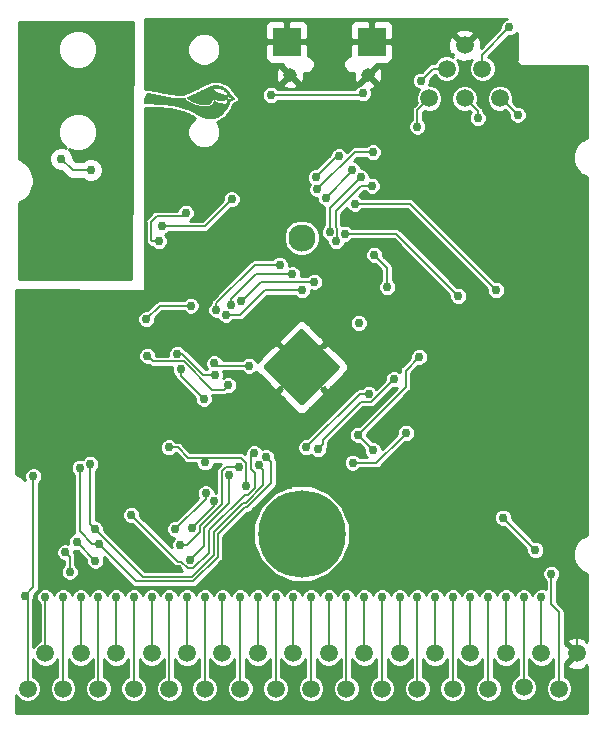
<source format=gbr>
G04 #@! TF.GenerationSoftware,KiCad,Pcbnew,(5.0.2-5)-5*
G04 #@! TF.CreationDate,2019-03-10T20:48:22-07:00*
G04 #@! TF.ProjectId,pygameboy,70796761-6d65-4626-9f79-2e6b69636164,rev?*
G04 #@! TF.SameCoordinates,Original*
G04 #@! TF.FileFunction,Copper,L2,Bot*
G04 #@! TF.FilePolarity,Positive*
%FSLAX46Y46*%
G04 Gerber Fmt 4.6, Leading zero omitted, Abs format (unit mm)*
G04 Created by KiCad (PCBNEW (5.0.2-5)-5) date Sunday, March 10, 2019 at 08:48:22 PM*
%MOMM*%
%LPD*%
G01*
G04 APERTURE LIST*
G04 #@! TA.AperFunction,EtchedComponent*
%ADD10C,0.010000*%
G04 #@! TD*
G04 #@! TA.AperFunction,ComponentPad*
%ADD11C,1.143000*%
G04 #@! TD*
G04 #@! TA.AperFunction,ComponentPad*
%ADD12R,2.413000X2.413000*%
G04 #@! TD*
G04 #@! TA.AperFunction,BGAPad,CuDef*
%ADD13C,1.500000*%
G04 #@! TD*
G04 #@! TA.AperFunction,ViaPad*
%ADD14C,0.500000*%
G04 #@! TD*
G04 #@! TA.AperFunction,Conductor*
%ADD15C,0.100000*%
G04 #@! TD*
G04 #@! TA.AperFunction,Conductor*
%ADD16C,4.700000*%
G04 #@! TD*
G04 #@! TA.AperFunction,ComponentPad*
%ADD17C,7.400000*%
G04 #@! TD*
G04 #@! TA.AperFunction,ComponentPad*
%ADD18C,2.300000*%
G04 #@! TD*
G04 #@! TA.AperFunction,ViaPad*
%ADD19C,0.762000*%
G04 #@! TD*
G04 #@! TA.AperFunction,Conductor*
%ADD20C,0.203200*%
G04 #@! TD*
G04 #@! TA.AperFunction,Conductor*
%ADD21C,0.254000*%
G04 #@! TD*
G04 APERTURE END LIST*
D10*
G04 #@! TO.C,G\002A\002A\002A*
G36*
X117335577Y-44393069D02*
X117303906Y-44393572D01*
X117276275Y-44394621D01*
X117251176Y-44396340D01*
X117227107Y-44398851D01*
X117202561Y-44402276D01*
X117176033Y-44406740D01*
X117154069Y-44410815D01*
X117095214Y-44423578D01*
X117034117Y-44439645D01*
X116973664Y-44458182D01*
X116916740Y-44478354D01*
X116905361Y-44482777D01*
X116862183Y-44499970D01*
X116819808Y-44517108D01*
X116777850Y-44534370D01*
X116735920Y-44551937D01*
X116693631Y-44569989D01*
X116650596Y-44588707D01*
X116606427Y-44608271D01*
X116560735Y-44628862D01*
X116513134Y-44650659D01*
X116463236Y-44673844D01*
X116410653Y-44698597D01*
X116354997Y-44725099D01*
X116295882Y-44753528D01*
X116232918Y-44784067D01*
X116165720Y-44816896D01*
X116093898Y-44852194D01*
X116017065Y-44890143D01*
X115934834Y-44930923D01*
X115846817Y-44974714D01*
X115824097Y-44986037D01*
X115745817Y-45024981D01*
X115673298Y-45060880D01*
X115606051Y-45093961D01*
X115543585Y-45124448D01*
X115485411Y-45152567D01*
X115431038Y-45178545D01*
X115379976Y-45202606D01*
X115331735Y-45224978D01*
X115285825Y-45245885D01*
X115241756Y-45265553D01*
X115199038Y-45284208D01*
X115157181Y-45302076D01*
X115115694Y-45319382D01*
X115074088Y-45336353D01*
X115031872Y-45353213D01*
X114998597Y-45366281D01*
X114975074Y-45375518D01*
X114953681Y-45384037D01*
X114935312Y-45391473D01*
X114920857Y-45397460D01*
X114911209Y-45401635D01*
X114907268Y-45403624D01*
X114907801Y-45407719D01*
X114913013Y-45415737D01*
X114922261Y-45426968D01*
X114934900Y-45440704D01*
X114950288Y-45456236D01*
X114967781Y-45472855D01*
X114980822Y-45484657D01*
X115048801Y-45540758D01*
X115123236Y-45594253D01*
X115204006Y-45645086D01*
X115290989Y-45693200D01*
X115384062Y-45738538D01*
X115483103Y-45781043D01*
X115587991Y-45820658D01*
X115698602Y-45857327D01*
X115814815Y-45890992D01*
X115901708Y-45913296D01*
X116002303Y-45936538D01*
X116097291Y-45955867D01*
X116186919Y-45971303D01*
X116271439Y-45982868D01*
X116351099Y-45990580D01*
X116426149Y-45994462D01*
X116496837Y-45994535D01*
X116563413Y-45990818D01*
X116626126Y-45983332D01*
X116663918Y-45976660D01*
X116724550Y-45961748D01*
X116779906Y-45942367D01*
X116829914Y-45918590D01*
X116874501Y-45890491D01*
X116913596Y-45858142D01*
X116947127Y-45821617D01*
X116975021Y-45780988D01*
X116997205Y-45736329D01*
X117013608Y-45687713D01*
X117024158Y-45635214D01*
X117027097Y-45608940D01*
X117027915Y-45597833D01*
X117028851Y-45589698D01*
X117030889Y-45583994D01*
X117035009Y-45580178D01*
X117042194Y-45577710D01*
X117053425Y-45576046D01*
X117069685Y-45574646D01*
X117091955Y-45572967D01*
X117092333Y-45572937D01*
X117119885Y-45570710D01*
X117141056Y-45568816D01*
X117156509Y-45567166D01*
X117166906Y-45565673D01*
X117172910Y-45564249D01*
X117175183Y-45562807D01*
X117175082Y-45561974D01*
X117177027Y-45560665D01*
X117183861Y-45560440D01*
X117193532Y-45561114D01*
X117203990Y-45562497D01*
X117213183Y-45564403D01*
X117217569Y-45565859D01*
X117223077Y-45567376D01*
X117234384Y-45569836D01*
X117250331Y-45573008D01*
X117269759Y-45576665D01*
X117291511Y-45580578D01*
X117296944Y-45581529D01*
X117378430Y-45595036D01*
X117455846Y-45606409D01*
X117531734Y-45615987D01*
X117608633Y-45624109D01*
X117632083Y-45626294D01*
X117654513Y-45627888D01*
X117681719Y-45629121D01*
X117712348Y-45629993D01*
X117745049Y-45630504D01*
X117778471Y-45630652D01*
X117811262Y-45630438D01*
X117842070Y-45629861D01*
X117869545Y-45628920D01*
X117892334Y-45627615D01*
X117905486Y-45626402D01*
X117978314Y-45616747D01*
X118049171Y-45604860D01*
X118119932Y-45590349D01*
X118192473Y-45572822D01*
X118268669Y-45551890D01*
X118284143Y-45547368D01*
X118306757Y-45540575D01*
X118323423Y-45535222D01*
X118335018Y-45530959D01*
X118342422Y-45527438D01*
X118346510Y-45524309D01*
X118347943Y-45521968D01*
X118348909Y-45516855D01*
X118350491Y-45505561D01*
X118352590Y-45488925D01*
X118355105Y-45467783D01*
X118357937Y-45442975D01*
X118360987Y-45415338D01*
X118364082Y-45386392D01*
X118367679Y-45352399D01*
X118370565Y-45324757D01*
X118372688Y-45302791D01*
X118373999Y-45285830D01*
X118374447Y-45273198D01*
X118373982Y-45264223D01*
X118372553Y-45258230D01*
X118370110Y-45254547D01*
X118366603Y-45252499D01*
X118361982Y-45251413D01*
X118356195Y-45250615D01*
X118353909Y-45250283D01*
X118342663Y-45248254D01*
X118325611Y-45244797D01*
X118303807Y-45240151D01*
X118278300Y-45234555D01*
X118250142Y-45228249D01*
X118220385Y-45221471D01*
X118190079Y-45214461D01*
X118160275Y-45207457D01*
X118132025Y-45200700D01*
X118106380Y-45194427D01*
X118087167Y-45189593D01*
X117984538Y-45162234D01*
X117888547Y-45134397D01*
X117798787Y-45105945D01*
X117714847Y-45076742D01*
X117636320Y-45046650D01*
X117562797Y-45015534D01*
X117550944Y-45010213D01*
X117480270Y-44975760D01*
X117408300Y-44936022D01*
X117336754Y-44892092D01*
X117267352Y-44845066D01*
X117201810Y-44796037D01*
X117157597Y-44759786D01*
X117139935Y-44744423D01*
X117121602Y-44728012D01*
X117103316Y-44711244D01*
X117085794Y-44694810D01*
X117069751Y-44679401D01*
X117055905Y-44665709D01*
X117044973Y-44654424D01*
X117037671Y-44646238D01*
X117034717Y-44641841D01*
X117034781Y-44641368D01*
X117040886Y-44638119D01*
X117052863Y-44633797D01*
X117069653Y-44628663D01*
X117090199Y-44622980D01*
X117113444Y-44617011D01*
X117138330Y-44611019D01*
X117163801Y-44605265D01*
X117188799Y-44600013D01*
X117212268Y-44595526D01*
X117233148Y-44592065D01*
X117233444Y-44592021D01*
X117288487Y-44585477D01*
X117342821Y-44582423D01*
X117397961Y-44582893D01*
X117455419Y-44586923D01*
X117516711Y-44594548D01*
X117546539Y-44599261D01*
X117639796Y-44617850D01*
X117729229Y-44641707D01*
X117814623Y-44670725D01*
X117895766Y-44704797D01*
X117972443Y-44743818D01*
X118044442Y-44787681D01*
X118111549Y-44836280D01*
X118173551Y-44889509D01*
X118217051Y-44932915D01*
X118259426Y-44981556D01*
X118297464Y-45032333D01*
X118330507Y-45084230D01*
X118357895Y-45136230D01*
X118375344Y-45177355D01*
X118380320Y-45189769D01*
X118384944Y-45199937D01*
X118388211Y-45205652D01*
X118391468Y-45208958D01*
X118399369Y-45216670D01*
X118411439Y-45228334D01*
X118427207Y-45243496D01*
X118446199Y-45261704D01*
X118467943Y-45282504D01*
X118491966Y-45305442D01*
X118517795Y-45330065D01*
X118536958Y-45348309D01*
X118563659Y-45373737D01*
X118588792Y-45397712D01*
X118611896Y-45419794D01*
X118632514Y-45439540D01*
X118650187Y-45456513D01*
X118664455Y-45470270D01*
X118674861Y-45480371D01*
X118680945Y-45486376D01*
X118682393Y-45487922D01*
X118679428Y-45489699D01*
X118670616Y-45494052D01*
X118656564Y-45500701D01*
X118637877Y-45509368D01*
X118615164Y-45519773D01*
X118589028Y-45531637D01*
X118560077Y-45544683D01*
X118528917Y-45558630D01*
X118521532Y-45561923D01*
X118359874Y-45633942D01*
X118343019Y-45694214D01*
X118334906Y-45722199D01*
X118325059Y-45754534D01*
X118314084Y-45789347D01*
X118302589Y-45824762D01*
X118291183Y-45858907D01*
X118280473Y-45889907D01*
X118271489Y-45914757D01*
X118266041Y-45928443D01*
X118261521Y-45936917D01*
X118256864Y-45941733D01*
X118251170Y-45944392D01*
X118243868Y-45945558D01*
X118230547Y-45946496D01*
X118212240Y-45947209D01*
X118189980Y-45947697D01*
X118164799Y-45947965D01*
X118137731Y-45948013D01*
X118109808Y-45947845D01*
X118082063Y-45947461D01*
X118055528Y-45946866D01*
X118031237Y-45946060D01*
X118010223Y-45945046D01*
X117993681Y-45943841D01*
X117830739Y-45926212D01*
X117730861Y-45912838D01*
X117688141Y-45906400D01*
X117651322Y-45900100D01*
X117619266Y-45893624D01*
X117590833Y-45886661D01*
X117564884Y-45878899D01*
X117540279Y-45870025D01*
X117515878Y-45859727D01*
X117490543Y-45847694D01*
X117487444Y-45846147D01*
X117431885Y-45814813D01*
X117377336Y-45777211D01*
X117324767Y-45734128D01*
X117275148Y-45686353D01*
X117234686Y-45641042D01*
X117216653Y-45619319D01*
X117214252Y-45644569D01*
X117207225Y-45691991D01*
X117195319Y-45741168D01*
X117179198Y-45790224D01*
X117159523Y-45837282D01*
X117136958Y-45880463D01*
X117123281Y-45902289D01*
X117085660Y-45952006D01*
X117042859Y-45997003D01*
X116994963Y-46037251D01*
X116942063Y-46072723D01*
X116884243Y-46103389D01*
X116821594Y-46129223D01*
X116754201Y-46150197D01*
X116682152Y-46166282D01*
X116605535Y-46177451D01*
X116524438Y-46183676D01*
X116438947Y-46184929D01*
X116349152Y-46181182D01*
X116270361Y-46174139D01*
X116197218Y-46164822D01*
X116119125Y-46152509D01*
X116037379Y-46137481D01*
X115953276Y-46120024D01*
X115868113Y-46100418D01*
X115783187Y-46078949D01*
X115699795Y-46055899D01*
X115623014Y-46032745D01*
X115525540Y-46000112D01*
X115431214Y-45964670D01*
X115340387Y-45926629D01*
X115253408Y-45886203D01*
X115170628Y-45843600D01*
X115092396Y-45799034D01*
X115019063Y-45752714D01*
X114950979Y-45704853D01*
X114888494Y-45655661D01*
X114831959Y-45605350D01*
X114781722Y-45554131D01*
X114738135Y-45502215D01*
X114733484Y-45496103D01*
X114723868Y-45483676D01*
X114717108Y-45476104D01*
X114712071Y-45472422D01*
X114707623Y-45471664D01*
X114705274Y-45472079D01*
X114685837Y-45476388D01*
X114660760Y-45481070D01*
X114631432Y-45485922D01*
X114599243Y-45490737D01*
X114565585Y-45495313D01*
X114531848Y-45499443D01*
X114499422Y-45502923D01*
X114488833Y-45503932D01*
X114457095Y-45506462D01*
X114425112Y-45508184D01*
X114392209Y-45509067D01*
X114357710Y-45509080D01*
X114320940Y-45508194D01*
X114281225Y-45506377D01*
X114237887Y-45503599D01*
X114190254Y-45499829D01*
X114137648Y-45495037D01*
X114079395Y-45489192D01*
X114017875Y-45482600D01*
X113928835Y-45472237D01*
X113833361Y-45460018D01*
X113731807Y-45446007D01*
X113624531Y-45430269D01*
X113511885Y-45412868D01*
X113394226Y-45393867D01*
X113271909Y-45373332D01*
X113145288Y-45351326D01*
X113014720Y-45327914D01*
X112880559Y-45303160D01*
X112743160Y-45277128D01*
X112602879Y-45249882D01*
X112460070Y-45221486D01*
X112315089Y-45192006D01*
X112168291Y-45161505D01*
X112020031Y-45130046D01*
X111870665Y-45097696D01*
X111783028Y-45078408D01*
X111738534Y-45068554D01*
X111700316Y-45060267D01*
X111667742Y-45053680D01*
X111640177Y-45048928D01*
X111616989Y-45046146D01*
X111597545Y-45045468D01*
X111581212Y-45047028D01*
X111567358Y-45050962D01*
X111555348Y-45057404D01*
X111544551Y-45066488D01*
X111534333Y-45078348D01*
X111524062Y-45093120D01*
X111513104Y-45110938D01*
X111500826Y-45131936D01*
X111496547Y-45139295D01*
X111459278Y-45205072D01*
X111424346Y-45270322D01*
X111392145Y-45334214D01*
X111363071Y-45395915D01*
X111337519Y-45454594D01*
X111315883Y-45509419D01*
X111302018Y-45548859D01*
X111286558Y-45601272D01*
X111275842Y-45650184D01*
X111269842Y-45695367D01*
X111268531Y-45736594D01*
X111271881Y-45773635D01*
X111279866Y-45806262D01*
X111292457Y-45834247D01*
X111309628Y-45857362D01*
X111331351Y-45875378D01*
X111341876Y-45881395D01*
X111352009Y-45886154D01*
X111363059Y-45890524D01*
X111375385Y-45894533D01*
X111389343Y-45898209D01*
X111405291Y-45901581D01*
X111423587Y-45904677D01*
X111444586Y-45907524D01*
X111468648Y-45910152D01*
X111496128Y-45912587D01*
X111527385Y-45914859D01*
X111562775Y-45916995D01*
X111602657Y-45919023D01*
X111647387Y-45920973D01*
X111697323Y-45922871D01*
X111752822Y-45924746D01*
X111814241Y-45926626D01*
X111881938Y-45928540D01*
X111956269Y-45930515D01*
X111970000Y-45930869D01*
X112092077Y-45934207D01*
X112207656Y-45937786D01*
X112317293Y-45941639D01*
X112421544Y-45945794D01*
X112520963Y-45950284D01*
X112616105Y-45955138D01*
X112707526Y-45960388D01*
X112795781Y-45966064D01*
X112881426Y-45972196D01*
X112965015Y-45978816D01*
X113047103Y-45985954D01*
X113128246Y-45993640D01*
X113155333Y-45996345D01*
X113284033Y-46010177D01*
X113408498Y-46025273D01*
X113529477Y-46041805D01*
X113647719Y-46059941D01*
X113763972Y-46079851D01*
X113878984Y-46101705D01*
X113993504Y-46125671D01*
X114108279Y-46151920D01*
X114224059Y-46180620D01*
X114341592Y-46211942D01*
X114461627Y-46246054D01*
X114584910Y-46283127D01*
X114712192Y-46323329D01*
X114844220Y-46366830D01*
X114949208Y-46402551D01*
X114999068Y-46420059D01*
X115046600Y-46437485D01*
X115092473Y-46455150D01*
X115137357Y-46473374D01*
X115181920Y-46492476D01*
X115226833Y-46512779D01*
X115272765Y-46534601D01*
X115320385Y-46558263D01*
X115370363Y-46584085D01*
X115423367Y-46612388D01*
X115480068Y-46643492D01*
X115541135Y-46677717D01*
X115607237Y-46715384D01*
X115628306Y-46727493D01*
X115686927Y-46761223D01*
X115739898Y-46791651D01*
X115787666Y-46819025D01*
X115830679Y-46843591D01*
X115869384Y-46865596D01*
X115904229Y-46885287D01*
X115935662Y-46902910D01*
X115964130Y-46918714D01*
X115990081Y-46932944D01*
X116013963Y-46945848D01*
X116036223Y-46957672D01*
X116057308Y-46968664D01*
X116077668Y-46979070D01*
X116097748Y-46989138D01*
X116117997Y-46999113D01*
X116138862Y-47009244D01*
X116140694Y-47010128D01*
X116208133Y-47041565D01*
X116271750Y-47068819D01*
X116332918Y-47092282D01*
X116393008Y-47112345D01*
X116453391Y-47129402D01*
X116515440Y-47143844D01*
X116580526Y-47156064D01*
X116650022Y-47166454D01*
X116714861Y-47174279D01*
X116755848Y-47178039D01*
X116801794Y-47180999D01*
X116850642Y-47183105D01*
X116900337Y-47184301D01*
X116948821Y-47184532D01*
X116994038Y-47183744D01*
X117023542Y-47182508D01*
X117103088Y-47175865D01*
X117183544Y-47164743D01*
X117263722Y-47149443D01*
X117342433Y-47130263D01*
X117418489Y-47107501D01*
X117490702Y-47081456D01*
X117557884Y-47052427D01*
X117575992Y-47043625D01*
X117656972Y-46999372D01*
X117736194Y-46948408D01*
X117813518Y-46890893D01*
X117888805Y-46826983D01*
X117961914Y-46756836D01*
X118032705Y-46680610D01*
X118101040Y-46598463D01*
X118166777Y-46510552D01*
X118229778Y-46417036D01*
X118289903Y-46318070D01*
X118347011Y-46213814D01*
X118392103Y-46123201D01*
X118410441Y-46083287D01*
X118428063Y-46041922D01*
X118445474Y-45997814D01*
X118463181Y-45949672D01*
X118481690Y-45896204D01*
X118486035Y-45883250D01*
X118493704Y-45859804D01*
X118501807Y-45834214D01*
X118509992Y-45807673D01*
X118517907Y-45781373D01*
X118525199Y-45756508D01*
X118531515Y-45734269D01*
X118536504Y-45715848D01*
X118539813Y-45702440D01*
X118540622Y-45698558D01*
X118542791Y-45686996D01*
X118747405Y-45604428D01*
X118783385Y-45589883D01*
X118817393Y-45576085D01*
X118848868Y-45563266D01*
X118877252Y-45551654D01*
X118901986Y-45541480D01*
X118922510Y-45532974D01*
X118938266Y-45526367D01*
X118948693Y-45521889D01*
X118953232Y-45519769D01*
X118953381Y-45519656D01*
X118951040Y-45517006D01*
X118943838Y-45510050D01*
X118932188Y-45499163D01*
X118916505Y-45484724D01*
X118897203Y-45467108D01*
X118874696Y-45446694D01*
X118849399Y-45423859D01*
X118821726Y-45398979D01*
X118792091Y-45372432D01*
X118766714Y-45349769D01*
X118730698Y-45317640D01*
X118699584Y-45289846D01*
X118673002Y-45266033D01*
X118650585Y-45245848D01*
X118631962Y-45228935D01*
X118616765Y-45214942D01*
X118604624Y-45203513D01*
X118595170Y-45194294D01*
X118588035Y-45186931D01*
X118582848Y-45181071D01*
X118579241Y-45176358D01*
X118576844Y-45172439D01*
X118575288Y-45168959D01*
X118574205Y-45165565D01*
X118574021Y-45164897D01*
X118567612Y-45144348D01*
X118558510Y-45119398D01*
X118547440Y-45091816D01*
X118535126Y-45063375D01*
X118522295Y-45035843D01*
X118515700Y-45022554D01*
X118483251Y-44964345D01*
X118446023Y-44908220D01*
X118403334Y-44853249D01*
X118354501Y-44798502D01*
X118341358Y-44784849D01*
X118285849Y-44731310D01*
X118228569Y-44682827D01*
X118168315Y-44638531D01*
X118103883Y-44597557D01*
X118034069Y-44559037D01*
X118013083Y-44548420D01*
X117945029Y-44516548D01*
X117877015Y-44488713D01*
X117807813Y-44464541D01*
X117736193Y-44443659D01*
X117660928Y-44425692D01*
X117580788Y-44410268D01*
X117534320Y-44402752D01*
X117514484Y-44399832D01*
X117497156Y-44397566D01*
X117480939Y-44395870D01*
X117464438Y-44394659D01*
X117446258Y-44393848D01*
X117425002Y-44393355D01*
X117399276Y-44393094D01*
X117372792Y-44392991D01*
X117335577Y-44393069D01*
X117335577Y-44393069D01*
G37*
X117335577Y-44393069D02*
X117303906Y-44393572D01*
X117276275Y-44394621D01*
X117251176Y-44396340D01*
X117227107Y-44398851D01*
X117202561Y-44402276D01*
X117176033Y-44406740D01*
X117154069Y-44410815D01*
X117095214Y-44423578D01*
X117034117Y-44439645D01*
X116973664Y-44458182D01*
X116916740Y-44478354D01*
X116905361Y-44482777D01*
X116862183Y-44499970D01*
X116819808Y-44517108D01*
X116777850Y-44534370D01*
X116735920Y-44551937D01*
X116693631Y-44569989D01*
X116650596Y-44588707D01*
X116606427Y-44608271D01*
X116560735Y-44628862D01*
X116513134Y-44650659D01*
X116463236Y-44673844D01*
X116410653Y-44698597D01*
X116354997Y-44725099D01*
X116295882Y-44753528D01*
X116232918Y-44784067D01*
X116165720Y-44816896D01*
X116093898Y-44852194D01*
X116017065Y-44890143D01*
X115934834Y-44930923D01*
X115846817Y-44974714D01*
X115824097Y-44986037D01*
X115745817Y-45024981D01*
X115673298Y-45060880D01*
X115606051Y-45093961D01*
X115543585Y-45124448D01*
X115485411Y-45152567D01*
X115431038Y-45178545D01*
X115379976Y-45202606D01*
X115331735Y-45224978D01*
X115285825Y-45245885D01*
X115241756Y-45265553D01*
X115199038Y-45284208D01*
X115157181Y-45302076D01*
X115115694Y-45319382D01*
X115074088Y-45336353D01*
X115031872Y-45353213D01*
X114998597Y-45366281D01*
X114975074Y-45375518D01*
X114953681Y-45384037D01*
X114935312Y-45391473D01*
X114920857Y-45397460D01*
X114911209Y-45401635D01*
X114907268Y-45403624D01*
X114907801Y-45407719D01*
X114913013Y-45415737D01*
X114922261Y-45426968D01*
X114934900Y-45440704D01*
X114950288Y-45456236D01*
X114967781Y-45472855D01*
X114980822Y-45484657D01*
X115048801Y-45540758D01*
X115123236Y-45594253D01*
X115204006Y-45645086D01*
X115290989Y-45693200D01*
X115384062Y-45738538D01*
X115483103Y-45781043D01*
X115587991Y-45820658D01*
X115698602Y-45857327D01*
X115814815Y-45890992D01*
X115901708Y-45913296D01*
X116002303Y-45936538D01*
X116097291Y-45955867D01*
X116186919Y-45971303D01*
X116271439Y-45982868D01*
X116351099Y-45990580D01*
X116426149Y-45994462D01*
X116496837Y-45994535D01*
X116563413Y-45990818D01*
X116626126Y-45983332D01*
X116663918Y-45976660D01*
X116724550Y-45961748D01*
X116779906Y-45942367D01*
X116829914Y-45918590D01*
X116874501Y-45890491D01*
X116913596Y-45858142D01*
X116947127Y-45821617D01*
X116975021Y-45780988D01*
X116997205Y-45736329D01*
X117013608Y-45687713D01*
X117024158Y-45635214D01*
X117027097Y-45608940D01*
X117027915Y-45597833D01*
X117028851Y-45589698D01*
X117030889Y-45583994D01*
X117035009Y-45580178D01*
X117042194Y-45577710D01*
X117053425Y-45576046D01*
X117069685Y-45574646D01*
X117091955Y-45572967D01*
X117092333Y-45572937D01*
X117119885Y-45570710D01*
X117141056Y-45568816D01*
X117156509Y-45567166D01*
X117166906Y-45565673D01*
X117172910Y-45564249D01*
X117175183Y-45562807D01*
X117175082Y-45561974D01*
X117177027Y-45560665D01*
X117183861Y-45560440D01*
X117193532Y-45561114D01*
X117203990Y-45562497D01*
X117213183Y-45564403D01*
X117217569Y-45565859D01*
X117223077Y-45567376D01*
X117234384Y-45569836D01*
X117250331Y-45573008D01*
X117269759Y-45576665D01*
X117291511Y-45580578D01*
X117296944Y-45581529D01*
X117378430Y-45595036D01*
X117455846Y-45606409D01*
X117531734Y-45615987D01*
X117608633Y-45624109D01*
X117632083Y-45626294D01*
X117654513Y-45627888D01*
X117681719Y-45629121D01*
X117712348Y-45629993D01*
X117745049Y-45630504D01*
X117778471Y-45630652D01*
X117811262Y-45630438D01*
X117842070Y-45629861D01*
X117869545Y-45628920D01*
X117892334Y-45627615D01*
X117905486Y-45626402D01*
X117978314Y-45616747D01*
X118049171Y-45604860D01*
X118119932Y-45590349D01*
X118192473Y-45572822D01*
X118268669Y-45551890D01*
X118284143Y-45547368D01*
X118306757Y-45540575D01*
X118323423Y-45535222D01*
X118335018Y-45530959D01*
X118342422Y-45527438D01*
X118346510Y-45524309D01*
X118347943Y-45521968D01*
X118348909Y-45516855D01*
X118350491Y-45505561D01*
X118352590Y-45488925D01*
X118355105Y-45467783D01*
X118357937Y-45442975D01*
X118360987Y-45415338D01*
X118364082Y-45386392D01*
X118367679Y-45352399D01*
X118370565Y-45324757D01*
X118372688Y-45302791D01*
X118373999Y-45285830D01*
X118374447Y-45273198D01*
X118373982Y-45264223D01*
X118372553Y-45258230D01*
X118370110Y-45254547D01*
X118366603Y-45252499D01*
X118361982Y-45251413D01*
X118356195Y-45250615D01*
X118353909Y-45250283D01*
X118342663Y-45248254D01*
X118325611Y-45244797D01*
X118303807Y-45240151D01*
X118278300Y-45234555D01*
X118250142Y-45228249D01*
X118220385Y-45221471D01*
X118190079Y-45214461D01*
X118160275Y-45207457D01*
X118132025Y-45200700D01*
X118106380Y-45194427D01*
X118087167Y-45189593D01*
X117984538Y-45162234D01*
X117888547Y-45134397D01*
X117798787Y-45105945D01*
X117714847Y-45076742D01*
X117636320Y-45046650D01*
X117562797Y-45015534D01*
X117550944Y-45010213D01*
X117480270Y-44975760D01*
X117408300Y-44936022D01*
X117336754Y-44892092D01*
X117267352Y-44845066D01*
X117201810Y-44796037D01*
X117157597Y-44759786D01*
X117139935Y-44744423D01*
X117121602Y-44728012D01*
X117103316Y-44711244D01*
X117085794Y-44694810D01*
X117069751Y-44679401D01*
X117055905Y-44665709D01*
X117044973Y-44654424D01*
X117037671Y-44646238D01*
X117034717Y-44641841D01*
X117034781Y-44641368D01*
X117040886Y-44638119D01*
X117052863Y-44633797D01*
X117069653Y-44628663D01*
X117090199Y-44622980D01*
X117113444Y-44617011D01*
X117138330Y-44611019D01*
X117163801Y-44605265D01*
X117188799Y-44600013D01*
X117212268Y-44595526D01*
X117233148Y-44592065D01*
X117233444Y-44592021D01*
X117288487Y-44585477D01*
X117342821Y-44582423D01*
X117397961Y-44582893D01*
X117455419Y-44586923D01*
X117516711Y-44594548D01*
X117546539Y-44599261D01*
X117639796Y-44617850D01*
X117729229Y-44641707D01*
X117814623Y-44670725D01*
X117895766Y-44704797D01*
X117972443Y-44743818D01*
X118044442Y-44787681D01*
X118111549Y-44836280D01*
X118173551Y-44889509D01*
X118217051Y-44932915D01*
X118259426Y-44981556D01*
X118297464Y-45032333D01*
X118330507Y-45084230D01*
X118357895Y-45136230D01*
X118375344Y-45177355D01*
X118380320Y-45189769D01*
X118384944Y-45199937D01*
X118388211Y-45205652D01*
X118391468Y-45208958D01*
X118399369Y-45216670D01*
X118411439Y-45228334D01*
X118427207Y-45243496D01*
X118446199Y-45261704D01*
X118467943Y-45282504D01*
X118491966Y-45305442D01*
X118517795Y-45330065D01*
X118536958Y-45348309D01*
X118563659Y-45373737D01*
X118588792Y-45397712D01*
X118611896Y-45419794D01*
X118632514Y-45439540D01*
X118650187Y-45456513D01*
X118664455Y-45470270D01*
X118674861Y-45480371D01*
X118680945Y-45486376D01*
X118682393Y-45487922D01*
X118679428Y-45489699D01*
X118670616Y-45494052D01*
X118656564Y-45500701D01*
X118637877Y-45509368D01*
X118615164Y-45519773D01*
X118589028Y-45531637D01*
X118560077Y-45544683D01*
X118528917Y-45558630D01*
X118521532Y-45561923D01*
X118359874Y-45633942D01*
X118343019Y-45694214D01*
X118334906Y-45722199D01*
X118325059Y-45754534D01*
X118314084Y-45789347D01*
X118302589Y-45824762D01*
X118291183Y-45858907D01*
X118280473Y-45889907D01*
X118271489Y-45914757D01*
X118266041Y-45928443D01*
X118261521Y-45936917D01*
X118256864Y-45941733D01*
X118251170Y-45944392D01*
X118243868Y-45945558D01*
X118230547Y-45946496D01*
X118212240Y-45947209D01*
X118189980Y-45947697D01*
X118164799Y-45947965D01*
X118137731Y-45948013D01*
X118109808Y-45947845D01*
X118082063Y-45947461D01*
X118055528Y-45946866D01*
X118031237Y-45946060D01*
X118010223Y-45945046D01*
X117993681Y-45943841D01*
X117830739Y-45926212D01*
X117730861Y-45912838D01*
X117688141Y-45906400D01*
X117651322Y-45900100D01*
X117619266Y-45893624D01*
X117590833Y-45886661D01*
X117564884Y-45878899D01*
X117540279Y-45870025D01*
X117515878Y-45859727D01*
X117490543Y-45847694D01*
X117487444Y-45846147D01*
X117431885Y-45814813D01*
X117377336Y-45777211D01*
X117324767Y-45734128D01*
X117275148Y-45686353D01*
X117234686Y-45641042D01*
X117216653Y-45619319D01*
X117214252Y-45644569D01*
X117207225Y-45691991D01*
X117195319Y-45741168D01*
X117179198Y-45790224D01*
X117159523Y-45837282D01*
X117136958Y-45880463D01*
X117123281Y-45902289D01*
X117085660Y-45952006D01*
X117042859Y-45997003D01*
X116994963Y-46037251D01*
X116942063Y-46072723D01*
X116884243Y-46103389D01*
X116821594Y-46129223D01*
X116754201Y-46150197D01*
X116682152Y-46166282D01*
X116605535Y-46177451D01*
X116524438Y-46183676D01*
X116438947Y-46184929D01*
X116349152Y-46181182D01*
X116270361Y-46174139D01*
X116197218Y-46164822D01*
X116119125Y-46152509D01*
X116037379Y-46137481D01*
X115953276Y-46120024D01*
X115868113Y-46100418D01*
X115783187Y-46078949D01*
X115699795Y-46055899D01*
X115623014Y-46032745D01*
X115525540Y-46000112D01*
X115431214Y-45964670D01*
X115340387Y-45926629D01*
X115253408Y-45886203D01*
X115170628Y-45843600D01*
X115092396Y-45799034D01*
X115019063Y-45752714D01*
X114950979Y-45704853D01*
X114888494Y-45655661D01*
X114831959Y-45605350D01*
X114781722Y-45554131D01*
X114738135Y-45502215D01*
X114733484Y-45496103D01*
X114723868Y-45483676D01*
X114717108Y-45476104D01*
X114712071Y-45472422D01*
X114707623Y-45471664D01*
X114705274Y-45472079D01*
X114685837Y-45476388D01*
X114660760Y-45481070D01*
X114631432Y-45485922D01*
X114599243Y-45490737D01*
X114565585Y-45495313D01*
X114531848Y-45499443D01*
X114499422Y-45502923D01*
X114488833Y-45503932D01*
X114457095Y-45506462D01*
X114425112Y-45508184D01*
X114392209Y-45509067D01*
X114357710Y-45509080D01*
X114320940Y-45508194D01*
X114281225Y-45506377D01*
X114237887Y-45503599D01*
X114190254Y-45499829D01*
X114137648Y-45495037D01*
X114079395Y-45489192D01*
X114017875Y-45482600D01*
X113928835Y-45472237D01*
X113833361Y-45460018D01*
X113731807Y-45446007D01*
X113624531Y-45430269D01*
X113511885Y-45412868D01*
X113394226Y-45393867D01*
X113271909Y-45373332D01*
X113145288Y-45351326D01*
X113014720Y-45327914D01*
X112880559Y-45303160D01*
X112743160Y-45277128D01*
X112602879Y-45249882D01*
X112460070Y-45221486D01*
X112315089Y-45192006D01*
X112168291Y-45161505D01*
X112020031Y-45130046D01*
X111870665Y-45097696D01*
X111783028Y-45078408D01*
X111738534Y-45068554D01*
X111700316Y-45060267D01*
X111667742Y-45053680D01*
X111640177Y-45048928D01*
X111616989Y-45046146D01*
X111597545Y-45045468D01*
X111581212Y-45047028D01*
X111567358Y-45050962D01*
X111555348Y-45057404D01*
X111544551Y-45066488D01*
X111534333Y-45078348D01*
X111524062Y-45093120D01*
X111513104Y-45110938D01*
X111500826Y-45131936D01*
X111496547Y-45139295D01*
X111459278Y-45205072D01*
X111424346Y-45270322D01*
X111392145Y-45334214D01*
X111363071Y-45395915D01*
X111337519Y-45454594D01*
X111315883Y-45509419D01*
X111302018Y-45548859D01*
X111286558Y-45601272D01*
X111275842Y-45650184D01*
X111269842Y-45695367D01*
X111268531Y-45736594D01*
X111271881Y-45773635D01*
X111279866Y-45806262D01*
X111292457Y-45834247D01*
X111309628Y-45857362D01*
X111331351Y-45875378D01*
X111341876Y-45881395D01*
X111352009Y-45886154D01*
X111363059Y-45890524D01*
X111375385Y-45894533D01*
X111389343Y-45898209D01*
X111405291Y-45901581D01*
X111423587Y-45904677D01*
X111444586Y-45907524D01*
X111468648Y-45910152D01*
X111496128Y-45912587D01*
X111527385Y-45914859D01*
X111562775Y-45916995D01*
X111602657Y-45919023D01*
X111647387Y-45920973D01*
X111697323Y-45922871D01*
X111752822Y-45924746D01*
X111814241Y-45926626D01*
X111881938Y-45928540D01*
X111956269Y-45930515D01*
X111970000Y-45930869D01*
X112092077Y-45934207D01*
X112207656Y-45937786D01*
X112317293Y-45941639D01*
X112421544Y-45945794D01*
X112520963Y-45950284D01*
X112616105Y-45955138D01*
X112707526Y-45960388D01*
X112795781Y-45966064D01*
X112881426Y-45972196D01*
X112965015Y-45978816D01*
X113047103Y-45985954D01*
X113128246Y-45993640D01*
X113155333Y-45996345D01*
X113284033Y-46010177D01*
X113408498Y-46025273D01*
X113529477Y-46041805D01*
X113647719Y-46059941D01*
X113763972Y-46079851D01*
X113878984Y-46101705D01*
X113993504Y-46125671D01*
X114108279Y-46151920D01*
X114224059Y-46180620D01*
X114341592Y-46211942D01*
X114461627Y-46246054D01*
X114584910Y-46283127D01*
X114712192Y-46323329D01*
X114844220Y-46366830D01*
X114949208Y-46402551D01*
X114999068Y-46420059D01*
X115046600Y-46437485D01*
X115092473Y-46455150D01*
X115137357Y-46473374D01*
X115181920Y-46492476D01*
X115226833Y-46512779D01*
X115272765Y-46534601D01*
X115320385Y-46558263D01*
X115370363Y-46584085D01*
X115423367Y-46612388D01*
X115480068Y-46643492D01*
X115541135Y-46677717D01*
X115607237Y-46715384D01*
X115628306Y-46727493D01*
X115686927Y-46761223D01*
X115739898Y-46791651D01*
X115787666Y-46819025D01*
X115830679Y-46843591D01*
X115869384Y-46865596D01*
X115904229Y-46885287D01*
X115935662Y-46902910D01*
X115964130Y-46918714D01*
X115990081Y-46932944D01*
X116013963Y-46945848D01*
X116036223Y-46957672D01*
X116057308Y-46968664D01*
X116077668Y-46979070D01*
X116097748Y-46989138D01*
X116117997Y-46999113D01*
X116138862Y-47009244D01*
X116140694Y-47010128D01*
X116208133Y-47041565D01*
X116271750Y-47068819D01*
X116332918Y-47092282D01*
X116393008Y-47112345D01*
X116453391Y-47129402D01*
X116515440Y-47143844D01*
X116580526Y-47156064D01*
X116650022Y-47166454D01*
X116714861Y-47174279D01*
X116755848Y-47178039D01*
X116801794Y-47180999D01*
X116850642Y-47183105D01*
X116900337Y-47184301D01*
X116948821Y-47184532D01*
X116994038Y-47183744D01*
X117023542Y-47182508D01*
X117103088Y-47175865D01*
X117183544Y-47164743D01*
X117263722Y-47149443D01*
X117342433Y-47130263D01*
X117418489Y-47107501D01*
X117490702Y-47081456D01*
X117557884Y-47052427D01*
X117575992Y-47043625D01*
X117656972Y-46999372D01*
X117736194Y-46948408D01*
X117813518Y-46890893D01*
X117888805Y-46826983D01*
X117961914Y-46756836D01*
X118032705Y-46680610D01*
X118101040Y-46598463D01*
X118166777Y-46510552D01*
X118229778Y-46417036D01*
X118289903Y-46318070D01*
X118347011Y-46213814D01*
X118392103Y-46123201D01*
X118410441Y-46083287D01*
X118428063Y-46041922D01*
X118445474Y-45997814D01*
X118463181Y-45949672D01*
X118481690Y-45896204D01*
X118486035Y-45883250D01*
X118493704Y-45859804D01*
X118501807Y-45834214D01*
X118509992Y-45807673D01*
X118517907Y-45781373D01*
X118525199Y-45756508D01*
X118531515Y-45734269D01*
X118536504Y-45715848D01*
X118539813Y-45702440D01*
X118540622Y-45698558D01*
X118542791Y-45686996D01*
X118747405Y-45604428D01*
X118783385Y-45589883D01*
X118817393Y-45576085D01*
X118848868Y-45563266D01*
X118877252Y-45551654D01*
X118901986Y-45541480D01*
X118922510Y-45532974D01*
X118938266Y-45526367D01*
X118948693Y-45521889D01*
X118953232Y-45519769D01*
X118953381Y-45519656D01*
X118951040Y-45517006D01*
X118943838Y-45510050D01*
X118932188Y-45499163D01*
X118916505Y-45484724D01*
X118897203Y-45467108D01*
X118874696Y-45446694D01*
X118849399Y-45423859D01*
X118821726Y-45398979D01*
X118792091Y-45372432D01*
X118766714Y-45349769D01*
X118730698Y-45317640D01*
X118699584Y-45289846D01*
X118673002Y-45266033D01*
X118650585Y-45245848D01*
X118631962Y-45228935D01*
X118616765Y-45214942D01*
X118604624Y-45203513D01*
X118595170Y-45194294D01*
X118588035Y-45186931D01*
X118582848Y-45181071D01*
X118579241Y-45176358D01*
X118576844Y-45172439D01*
X118575288Y-45168959D01*
X118574205Y-45165565D01*
X118574021Y-45164897D01*
X118567612Y-45144348D01*
X118558510Y-45119398D01*
X118547440Y-45091816D01*
X118535126Y-45063375D01*
X118522295Y-45035843D01*
X118515700Y-45022554D01*
X118483251Y-44964345D01*
X118446023Y-44908220D01*
X118403334Y-44853249D01*
X118354501Y-44798502D01*
X118341358Y-44784849D01*
X118285849Y-44731310D01*
X118228569Y-44682827D01*
X118168315Y-44638531D01*
X118103883Y-44597557D01*
X118034069Y-44559037D01*
X118013083Y-44548420D01*
X117945029Y-44516548D01*
X117877015Y-44488713D01*
X117807813Y-44464541D01*
X117736193Y-44443659D01*
X117660928Y-44425692D01*
X117580788Y-44410268D01*
X117534320Y-44402752D01*
X117514484Y-44399832D01*
X117497156Y-44397566D01*
X117480939Y-44395870D01*
X117464438Y-44394659D01*
X117446258Y-44393848D01*
X117425002Y-44393355D01*
X117399276Y-44393094D01*
X117372792Y-44392991D01*
X117335577Y-44393069D01*
G04 #@! TD*
D11*
G04 #@! TO.P,J4,6*
G04 #@! TO.N,GND*
X123670500Y-43508500D03*
X130270500Y-43508500D03*
D12*
X130570500Y-40708500D03*
X123370500Y-40708500D03*
G04 #@! TD*
D13*
G04 #@! TO.P,TP85,1*
G04 #@! TO.N,GND*
X138445000Y-40988000D03*
G04 #@! TD*
G04 #@! TO.P,TP84,1*
G04 #@! TO.N,+3V3*
X139945000Y-42988000D03*
G04 #@! TD*
G04 #@! TO.P,TP83,1*
G04 #@! TO.N,/SWO*
X135445000Y-45488000D03*
G04 #@! TD*
G04 #@! TO.P,TP82,1*
G04 #@! TO.N,/SWDIO*
X141445000Y-45488000D03*
G04 #@! TD*
G04 #@! TO.P,TP81,1*
G04 #@! TO.N,/SWCLK*
X138445000Y-45488000D03*
G04 #@! TD*
G04 #@! TO.P,TP80,1*
G04 #@! TO.N,/SAMD_RESET*
X136945000Y-42988000D03*
G04 #@! TD*
G04 #@! TO.P,TP78,1*
G04 #@! TO.N,/AUD*
X146445000Y-95488000D03*
G04 #@! TD*
G04 #@! TO.P,TP48,1*
G04 #@! TO.N,+BATT*
X101445000Y-95488000D03*
G04 #@! TD*
G04 #@! TO.P,TP69,1*
G04 #@! TO.N,/D0*
X132945000Y-92488000D03*
G04 #@! TD*
G04 #@! TO.P,TP49,1*
G04 #@! TO.N,/CLK*
X102945000Y-92488000D03*
G04 #@! TD*
G04 #@! TO.P,TP50,1*
G04 #@! TO.N,/WR*
X104445000Y-95488000D03*
G04 #@! TD*
G04 #@! TO.P,TP51,1*
G04 #@! TO.N,/RD*
X105945000Y-92488000D03*
G04 #@! TD*
G04 #@! TO.P,TP52,1*
G04 #@! TO.N,/CS*
X107445000Y-95488000D03*
G04 #@! TD*
G04 #@! TO.P,TP53,1*
G04 #@! TO.N,/A0*
X108945000Y-92488000D03*
G04 #@! TD*
G04 #@! TO.P,TP68,1*
G04 #@! TO.N,/A15*
X131445000Y-95488000D03*
G04 #@! TD*
G04 #@! TO.P,TP79,1*
G04 #@! TO.N,GND*
X147945000Y-92488000D03*
G04 #@! TD*
G04 #@! TO.P,TP77,1*
G04 #@! TO.N,/RESET*
X144945000Y-92500000D03*
G04 #@! TD*
G04 #@! TO.P,TP76,1*
G04 #@! TO.N,/D7*
X143445000Y-95377000D03*
G04 #@! TD*
G04 #@! TO.P,TP75,1*
G04 #@! TO.N,/D6*
X141945000Y-92488000D03*
G04 #@! TD*
G04 #@! TO.P,TP74,1*
G04 #@! TO.N,/D5*
X140445000Y-95488000D03*
G04 #@! TD*
G04 #@! TO.P,TP73,1*
G04 #@! TO.N,/D4*
X138945000Y-92488000D03*
G04 #@! TD*
G04 #@! TO.P,TP72,1*
G04 #@! TO.N,/D3*
X137445000Y-95488000D03*
G04 #@! TD*
G04 #@! TO.P,TP67,1*
G04 #@! TO.N,/A14*
X129945000Y-92488000D03*
G04 #@! TD*
G04 #@! TO.P,TP66,1*
G04 #@! TO.N,/A13*
X128445000Y-95488000D03*
G04 #@! TD*
G04 #@! TO.P,TP54,1*
G04 #@! TO.N,/A1*
X110445000Y-95488000D03*
G04 #@! TD*
G04 #@! TO.P,TP55,1*
G04 #@! TO.N,/A2*
X111945000Y-92488000D03*
G04 #@! TD*
G04 #@! TO.P,TP56,1*
G04 #@! TO.N,/A3*
X113445000Y-95488000D03*
G04 #@! TD*
G04 #@! TO.P,TP57,1*
G04 #@! TO.N,/A4*
X114945000Y-92488000D03*
G04 #@! TD*
G04 #@! TO.P,TP64,1*
G04 #@! TO.N,/A11*
X125445000Y-95488000D03*
G04 #@! TD*
G04 #@! TO.P,TP58,1*
G04 #@! TO.N,/A5*
X116445000Y-95488000D03*
G04 #@! TD*
G04 #@! TO.P,TP59,1*
G04 #@! TO.N,/A6*
X117945000Y-92488000D03*
G04 #@! TD*
G04 #@! TO.P,TP60,1*
G04 #@! TO.N,/A7*
X119445000Y-95488000D03*
G04 #@! TD*
G04 #@! TO.P,TP70,1*
G04 #@! TO.N,/D1*
X134445000Y-95488000D03*
G04 #@! TD*
G04 #@! TO.P,TP61,1*
G04 #@! TO.N,/A8*
X120945000Y-92488000D03*
G04 #@! TD*
G04 #@! TO.P,TP62,1*
G04 #@! TO.N,/A9*
X122445000Y-95488000D03*
G04 #@! TD*
G04 #@! TO.P,TP63,1*
G04 #@! TO.N,/A10*
X123945000Y-92488000D03*
G04 #@! TD*
G04 #@! TO.P,TP65,1*
G04 #@! TO.N,/A12*
X126945000Y-92488000D03*
G04 #@! TD*
G04 #@! TO.P,TP71,1*
G04 #@! TO.N,/D2*
X135945000Y-92488000D03*
G04 #@! TD*
D14*
G04 #@! TO.N,GND*
G04 #@! TO.C,U2*
X121680152Y-68262500D03*
X122670101Y-67272551D03*
X123660051Y-66282601D03*
X124650000Y-65292652D03*
X122670101Y-69252449D03*
X123660051Y-68262500D03*
X124650000Y-67272551D03*
X125639949Y-66282601D03*
X123660051Y-70242399D03*
X124650000Y-69252449D03*
X125639949Y-68262500D03*
X126629899Y-67272551D03*
X124650000Y-71232348D03*
X125639949Y-70242399D03*
X126629899Y-69252449D03*
X127619848Y-68262500D03*
D15*
G36*
X124674504Y-65043854D02*
X124698772Y-65047454D01*
X124722570Y-65053415D01*
X124745670Y-65061680D01*
X124767848Y-65072169D01*
X124788891Y-65084782D01*
X124808596Y-65099397D01*
X124826775Y-65115872D01*
X127796628Y-68085725D01*
X127813103Y-68103904D01*
X127827718Y-68123609D01*
X127840331Y-68144652D01*
X127850820Y-68166830D01*
X127859085Y-68189930D01*
X127865046Y-68213728D01*
X127868646Y-68237996D01*
X127869850Y-68262500D01*
X127868646Y-68287004D01*
X127865046Y-68311272D01*
X127859085Y-68335070D01*
X127850820Y-68358170D01*
X127840331Y-68380348D01*
X127827718Y-68401391D01*
X127813103Y-68421096D01*
X127796628Y-68439275D01*
X124826775Y-71409128D01*
X124808596Y-71425603D01*
X124788891Y-71440218D01*
X124767848Y-71452831D01*
X124745670Y-71463320D01*
X124722570Y-71471585D01*
X124698772Y-71477546D01*
X124674504Y-71481146D01*
X124650000Y-71482350D01*
X124625496Y-71481146D01*
X124601228Y-71477546D01*
X124577430Y-71471585D01*
X124554330Y-71463320D01*
X124532152Y-71452831D01*
X124511109Y-71440218D01*
X124491404Y-71425603D01*
X124473225Y-71409128D01*
X121503372Y-68439275D01*
X121486897Y-68421096D01*
X121472282Y-68401391D01*
X121459669Y-68380348D01*
X121449180Y-68358170D01*
X121440915Y-68335070D01*
X121434954Y-68311272D01*
X121431354Y-68287004D01*
X121430150Y-68262500D01*
X121431354Y-68237996D01*
X121434954Y-68213728D01*
X121440915Y-68189930D01*
X121449180Y-68166830D01*
X121459669Y-68144652D01*
X121472282Y-68123609D01*
X121486897Y-68103904D01*
X121503372Y-68085725D01*
X124473225Y-65115872D01*
X124491404Y-65099397D01*
X124511109Y-65084782D01*
X124532152Y-65072169D01*
X124554330Y-65061680D01*
X124577430Y-65053415D01*
X124601228Y-65047454D01*
X124625496Y-65043854D01*
X124650000Y-65042650D01*
X124674504Y-65043854D01*
X124674504Y-65043854D01*
G37*
D16*
X124650000Y-68262500D03*
G04 #@! TD*
D17*
G04 #@! TO.P,J2,1*
G04 #@! TO.N,Net-(J2-Pad1)*
X124650000Y-82350000D03*
G04 #@! TD*
D18*
G04 #@! TO.P,J1,1*
G04 #@! TO.N,Net-(J1-Pad1)*
X124650000Y-57300000D03*
G04 #@! TD*
D19*
G04 #@! TO.N,+5V*
X141097000Y-61722000D03*
X112810000Y-56324500D03*
X118715500Y-54038500D03*
X129159000Y-54419500D03*
G04 #@! TO.N,/D0*
X132945000Y-87738000D03*
G04 #@! TO.N,/D1*
X134445000Y-87738000D03*
G04 #@! TO.N,/D2*
X135945000Y-87738000D03*
G04 #@! TO.N,GND*
X148045000Y-87687994D03*
X123545025Y-78263338D03*
X127845000Y-76888000D03*
X114145000Y-85388000D03*
X104145000Y-85288000D03*
X132445000Y-80488000D03*
X146945000Y-87988000D03*
X146945000Y-86988000D03*
X120206079Y-80949810D03*
X143764000Y-51054000D03*
X102743000Y-78486000D03*
X110998000Y-78994000D03*
X116832971Y-58214019D03*
X139573000Y-58928000D03*
X135860500Y-67310000D03*
X119922000Y-54546500D03*
X128558000Y-59436000D03*
X106777500Y-71310500D03*
X106650500Y-64452500D03*
X128270000Y-73660000D03*
X116841785Y-74859245D03*
X113919000Y-63881000D03*
X135371262Y-50858012D03*
X140245000Y-39588000D03*
G04 #@! TO.N,/D3*
X137445000Y-87738000D03*
G04 #@! TO.N,/D4*
X138945000Y-87738000D03*
G04 #@! TO.N,/D5*
X140445000Y-87738000D03*
G04 #@! TO.N,/D6*
X141945000Y-87738000D03*
G04 #@! TO.N,/D7*
X143445000Y-87738000D03*
G04 #@! TO.N,+3V3*
X122047000Y-45212000D03*
X113411000Y-75057000D03*
X129828000Y-45085000D03*
X130683000Y-75311000D03*
X129413000Y-73977500D03*
X134620000Y-67373500D03*
X116459000Y-76327000D03*
X125730000Y-61023500D03*
X111506000Y-64198500D03*
X115252500Y-63055500D03*
X119530123Y-62696978D03*
X114127439Y-67119489D03*
X117284500Y-68897500D03*
X119924596Y-78323548D03*
X142245000Y-39488000D03*
G04 #@! TO.N,/SWDIO*
X130590000Y-52895500D03*
X124692700Y-61752340D03*
X118237000Y-63817500D03*
X127571530Y-57594544D03*
X142945000Y-46888000D03*
G04 #@! TO.N,/SWCLK*
X129637500Y-52197000D03*
X123829250Y-60388490D03*
X118672155Y-63013268D03*
X127044622Y-56847204D03*
X139552068Y-47180557D03*
G04 #@! TO.N,/CLK*
X102945000Y-87738000D03*
G04 #@! TO.N,/WR*
X104445000Y-87738000D03*
G04 #@! TO.N,/RD*
X105945000Y-87738000D03*
G04 #@! TO.N,/CS*
X107445000Y-87738000D03*
X105011950Y-85578771D03*
X104640653Y-83935996D03*
G04 #@! TO.N,/A0*
X108945000Y-87738000D03*
G04 #@! TO.N,/A1*
X110445000Y-87738000D03*
G04 #@! TO.N,/A2*
X111945000Y-87738000D03*
G04 #@! TO.N,/A3*
X113445000Y-87738000D03*
G04 #@! TO.N,/A4*
X114945000Y-87738000D03*
G04 #@! TO.N,/A5*
X116445000Y-87738000D03*
G04 #@! TO.N,/A6*
X117945000Y-87738000D03*
G04 #@! TO.N,/A7*
X119445000Y-87738000D03*
G04 #@! TO.N,/A8*
X120945000Y-87738000D03*
G04 #@! TO.N,/A9*
X122445000Y-87738000D03*
G04 #@! TO.N,/A10*
X123945000Y-87738000D03*
G04 #@! TO.N,/A11*
X125445000Y-87738000D03*
G04 #@! TO.N,/A12*
X126945000Y-87738000D03*
G04 #@! TO.N,/A13*
X128445000Y-87738000D03*
G04 #@! TO.N,/A14*
X129945000Y-87738000D03*
G04 #@! TO.N,/A15*
X131445000Y-87738000D03*
G04 #@! TO.N,/RESET*
X144945000Y-87738000D03*
X141695000Y-80988000D03*
X144445000Y-83738000D03*
G04 #@! TO.N,/DATA_OE*
X126047500Y-75184000D03*
X132461000Y-69278500D03*
G04 #@! TO.N,/DIR*
X133495000Y-73838000D03*
X128960399Y-76345824D03*
G04 #@! TO.N,/GB_RESET*
X137922000Y-62230000D03*
X128333500Y-56959500D03*
G04 #@! TO.N,/SAMD_RESET*
X125827500Y-52197000D03*
X127796000Y-50419000D03*
X134745000Y-43988000D03*
G04 #@! TO.N,/3V_A15*
X125031500Y-75057000D03*
X130329235Y-70512225D03*
G04 #@! TO.N,/3V_A11*
X115379510Y-81837810D03*
X117198381Y-79609571D03*
G04 #@! TO.N,/3V_A10*
X113957465Y-81962505D03*
X116522494Y-78930500D03*
G04 #@! TO.N,/3V_A9*
X114378377Y-83285990D03*
X119312694Y-76705573D03*
G04 #@! TO.N,/3V_A8*
X115195537Y-84600694D03*
X118527699Y-77379692D03*
G04 #@! TO.N,/3V_CLK*
X110236000Y-80772000D03*
X120635602Y-75550503D03*
G04 #@! TO.N,/3V_WR*
X106745000Y-76438000D03*
X107124510Y-81956010D03*
X121014976Y-76583187D03*
G04 #@! TO.N,/3V_RD*
X105845000Y-76788000D03*
X107480122Y-83256010D03*
X121666000Y-75882500D03*
G04 #@! TO.N,/3V_CS*
X116366000Y-70929500D03*
X120205500Y-68135500D03*
X129476500Y-64516000D03*
X107188000Y-84645500D03*
X105600500Y-83058000D03*
X114427000Y-68453000D03*
X117251434Y-67947340D03*
G04 #@! TO.N,/LED*
X125984000Y-53213000D03*
X130673176Y-50057676D03*
G04 #@! TO.N,+BATT*
X101219000Y-87630000D03*
X101945000Y-77488000D03*
G04 #@! TO.N,/SWO*
X128939000Y-51562000D03*
X126716500Y-53911500D03*
X122783378Y-59596520D03*
X117425392Y-63396263D03*
X134445000Y-47888000D03*
G04 #@! TO.N,Net-(TP44-Pad1)*
X130795000Y-58738000D03*
X131895000Y-61488000D03*
G04 #@! TO.N,/MIDI_IN*
X111584886Y-67296010D03*
X118427500Y-69786500D03*
G04 #@! TO.N,/MIDI_OUT*
X112556000Y-57594500D03*
X114842000Y-55181500D03*
G04 #@! TO.N,Net-(J5-PadT)*
X104301000Y-50609500D03*
X106806996Y-51562000D03*
G04 #@! TO.N,/SHIELD*
X102142000Y-42926000D03*
G04 #@! TO.N,/AUD*
X145795000Y-85738000D03*
G04 #@! TD*
D20*
G04 #@! TO.N,+5V*
X112810000Y-56324500D02*
X112810000Y-56261000D01*
X112810000Y-56324500D02*
X113348815Y-56324500D01*
X116429500Y-56324500D02*
X118715500Y-54038500D01*
X113348815Y-56324500D02*
X116429500Y-56324500D01*
X129697815Y-54419500D02*
X129159000Y-54419500D01*
X133794500Y-54419500D02*
X129697815Y-54419500D01*
X141097000Y-61722000D02*
X133794500Y-54419500D01*
G04 #@! TO.N,/D0*
X132945000Y-92488000D02*
X132945000Y-87738000D01*
G04 #@! TO.N,/D1*
X134445000Y-95488000D02*
X134445000Y-87738000D01*
G04 #@! TO.N,/D2*
X135945000Y-91427340D02*
X135945000Y-87738000D01*
X135945000Y-92488000D02*
X135945000Y-91427340D01*
G04 #@! TO.N,GND*
X126382411Y-66530089D02*
X126382911Y-66530089D01*
X124650000Y-68262500D02*
X126382411Y-66530089D01*
X126382911Y-66530089D02*
X127000000Y-65913000D01*
X126382411Y-69994911D02*
X126382911Y-69994911D01*
X124650000Y-68262500D02*
X126382411Y-69994911D01*
X126382911Y-69994911D02*
X126873000Y-70485000D01*
X124650000Y-68262500D02*
X122364500Y-70548000D01*
X122917589Y-66530089D02*
X122917589Y-66529589D01*
X124650000Y-68262500D02*
X122917589Y-66530089D01*
X122917589Y-66529589D02*
X122428000Y-66040000D01*
X147945000Y-87787994D02*
X148045000Y-87687994D01*
X147945000Y-92488000D02*
X147945000Y-87787994D01*
X138445000Y-40988000D02*
X139845000Y-39588000D01*
X139845000Y-39588000D02*
X140245000Y-39588000D01*
G04 #@! TO.N,/D3*
X137445000Y-95488000D02*
X137445000Y-87738000D01*
G04 #@! TO.N,/D4*
X138945000Y-92488000D02*
X138945000Y-87738000D01*
G04 #@! TO.N,/D5*
X140445000Y-95488000D02*
X140445000Y-87738000D01*
G04 #@! TO.N,/D6*
X141945000Y-92488000D02*
X141945000Y-87738000D01*
G04 #@! TO.N,/D7*
X143445000Y-95377000D02*
X143445000Y-87738000D01*
G04 #@! TO.N,+3V3*
X129701000Y-45212000D02*
X129828000Y-45085000D01*
X122047000Y-45212000D02*
X129701000Y-45212000D01*
X116735541Y-75922682D02*
X116758859Y-75946000D01*
X114173000Y-75057000D02*
X115038682Y-75922682D01*
X115038682Y-75922682D02*
X116735541Y-75922682D01*
X113411000Y-75057000D02*
X114173000Y-75057000D01*
X130683000Y-75311000D02*
X130683000Y-75247500D01*
X130683000Y-75247500D02*
X129413000Y-73977500D01*
X133449771Y-68543729D02*
X134620000Y-67373500D01*
X133449771Y-69940729D02*
X133449771Y-68543729D01*
X129413000Y-73977500D02*
X133449771Y-69940729D01*
X116459000Y-76245859D02*
X116758859Y-75946000D01*
X116459000Y-76327000D02*
X116459000Y-76245859D01*
X114713685Y-63055500D02*
X115252500Y-63055500D01*
X111506000Y-64198500D02*
X112649000Y-63055500D01*
X112649000Y-63055500D02*
X114713685Y-63055500D01*
X119911122Y-62315979D02*
X119530123Y-62696978D01*
X125730000Y-61023500D02*
X121203601Y-61023500D01*
X121203601Y-61023500D02*
X119911122Y-62315979D01*
X116332000Y-68897500D02*
X117284500Y-68897500D01*
X114553989Y-67119489D02*
X116332000Y-68897500D01*
X114127439Y-67119489D02*
X114553989Y-67119489D01*
X119956346Y-77752983D02*
X119924596Y-77784733D01*
X119924596Y-77784733D02*
X119924596Y-78323548D01*
X119553058Y-75946000D02*
X119956346Y-76349288D01*
X119956346Y-76349288D02*
X119956346Y-77752983D01*
X116758859Y-75946000D02*
X119553058Y-75946000D01*
X139945000Y-41788000D02*
X142245000Y-39488000D01*
X139945000Y-42988000D02*
X139945000Y-41788000D01*
G04 #@! TO.N,/SWDIO*
X118775815Y-63817500D02*
X118237000Y-63817500D01*
X121508660Y-61752340D02*
X119443500Y-63817500D01*
X119443500Y-63817500D02*
X118775815Y-63817500D01*
X124692700Y-61752340D02*
X121508660Y-61752340D01*
X130590000Y-52895500D02*
X129701000Y-52895500D01*
X127542002Y-56410675D02*
X127679623Y-56548296D01*
X129701000Y-52895500D02*
X127542002Y-55054498D01*
X127679623Y-57486451D02*
X127571530Y-57594544D01*
X127542002Y-55054498D02*
X127542002Y-56410675D01*
X127679623Y-56548296D02*
X127679623Y-57486451D01*
X141545000Y-45488000D02*
X141445000Y-45488000D01*
X142945000Y-46888000D02*
X141545000Y-45488000D01*
G04 #@! TO.N,/SWCLK*
X118672155Y-62474453D02*
X118672155Y-63013268D01*
X120758118Y-60388490D02*
X118672155Y-62474453D01*
X123829250Y-60388490D02*
X120758118Y-60388490D01*
X129637500Y-52197000D02*
X127044622Y-54789878D01*
X127044622Y-54789878D02*
X127044622Y-56308389D01*
X127044622Y-56308389D02*
X127044622Y-56847204D01*
X139552068Y-46595068D02*
X139552068Y-46641742D01*
X139552068Y-46641742D02*
X139552068Y-47180557D01*
X138445000Y-45488000D02*
X139552068Y-46595068D01*
G04 #@! TO.N,/CLK*
X102945000Y-87738000D02*
X102945000Y-92488000D01*
G04 #@! TO.N,/WR*
X104445000Y-95488000D02*
X104445000Y-87738000D01*
G04 #@! TO.N,/RD*
X105945000Y-87738000D02*
X105945000Y-92488000D01*
G04 #@! TO.N,/CS*
X105011950Y-84307293D02*
X104640653Y-83935996D01*
X105011950Y-85578771D02*
X105011950Y-84307293D01*
X107445000Y-95488000D02*
X107445000Y-87738000D01*
G04 #@! TO.N,/A0*
X108945000Y-92488000D02*
X108945000Y-87738000D01*
G04 #@! TO.N,/A1*
X110445000Y-87738000D02*
X110445000Y-95488000D01*
G04 #@! TO.N,/A2*
X111945000Y-92488000D02*
X111945000Y-87738000D01*
G04 #@! TO.N,/A3*
X113445000Y-87738000D02*
X113445000Y-95488000D01*
G04 #@! TO.N,/A4*
X114945000Y-92488000D02*
X114945000Y-87738000D01*
G04 #@! TO.N,/A5*
X116445000Y-87738000D02*
X116445000Y-95488000D01*
G04 #@! TO.N,/A6*
X117945000Y-92488000D02*
X117945000Y-87738000D01*
G04 #@! TO.N,/A7*
X119445000Y-95488000D02*
X119445000Y-87738000D01*
G04 #@! TO.N,/A8*
X120945000Y-87738000D02*
X120945000Y-92488000D01*
G04 #@! TO.N,/A9*
X122445000Y-95488000D02*
X122445000Y-87738000D01*
G04 #@! TO.N,/A10*
X123945000Y-87738000D02*
X123945000Y-92488000D01*
G04 #@! TO.N,/A11*
X125445000Y-95488000D02*
X125445000Y-87738000D01*
G04 #@! TO.N,/A12*
X126945000Y-87738000D02*
X126945000Y-92488000D01*
G04 #@! TO.N,/A13*
X128445000Y-87738000D02*
X128445000Y-95488000D01*
G04 #@! TO.N,/A14*
X129945000Y-92488000D02*
X129945000Y-87738000D01*
G04 #@! TO.N,/A15*
X131445000Y-87738000D02*
X131445000Y-95488000D01*
G04 #@! TO.N,/RESET*
X144445000Y-83738000D02*
X141695000Y-80988000D01*
X144945000Y-92500000D02*
X144945000Y-87738000D01*
G04 #@! TO.N,/DATA_OE*
X132461000Y-69405500D02*
X132461000Y-69278500D01*
X126428499Y-74803001D02*
X126428499Y-74422001D01*
X126047500Y-75184000D02*
X126428499Y-74803001D01*
X126428499Y-74422001D02*
X129667000Y-71183500D01*
X129667000Y-71183500D02*
X130556000Y-71183500D01*
X130556000Y-71183500D02*
X132461000Y-69278500D01*
G04 #@! TO.N,/DIR*
X128960399Y-76345824D02*
X130987176Y-76345824D01*
X130987176Y-76345824D02*
X133114001Y-74218999D01*
X133114001Y-74218999D02*
X133495000Y-73838000D01*
G04 #@! TO.N,/GB_RESET*
X132651500Y-56959500D02*
X128872315Y-56959500D01*
X137922000Y-62230000D02*
X132651500Y-56959500D01*
X128872315Y-56959500D02*
X128333500Y-56959500D01*
G04 #@! TO.N,/SAMD_RESET*
X127605500Y-50419000D02*
X127796000Y-50419000D01*
X125827500Y-52197000D02*
X127605500Y-50419000D01*
X135745000Y-42988000D02*
X134745000Y-43988000D01*
X136945000Y-42988000D02*
X135745000Y-42988000D01*
G04 #@! TO.N,/3V_A15*
X125031500Y-75057000D02*
X129576275Y-70512225D01*
X129576275Y-70512225D02*
X129790420Y-70512225D01*
X129790420Y-70512225D02*
X130329235Y-70512225D01*
G04 #@! TO.N,/3V_A11*
X117198381Y-80018939D02*
X117198381Y-79609571D01*
X115379510Y-81837810D02*
X117198381Y-80018939D01*
G04 #@! TO.N,/3V_A10*
X116522494Y-79397476D02*
X116522494Y-78930500D01*
X113957465Y-81962505D02*
X116522494Y-79397476D01*
G04 #@! TO.N,/3V_A9*
X114378377Y-83285990D02*
X114917192Y-83285990D01*
X116014511Y-81733243D02*
X117892698Y-79855056D01*
X117892698Y-77074891D02*
X118262016Y-76705573D01*
X117892698Y-79855056D02*
X117892698Y-77074891D01*
X118262016Y-76705573D02*
X118773879Y-76705573D01*
X116014511Y-82188671D02*
X116014511Y-81733243D01*
X114917192Y-83285990D02*
X116014511Y-82188671D01*
X118773879Y-76705573D02*
X119312694Y-76705573D01*
G04 #@! TO.N,/3V_A8*
X116382767Y-81917980D02*
X118527699Y-79773048D01*
X116382767Y-83413464D02*
X116382767Y-81917980D01*
X115195537Y-84600694D02*
X116382767Y-83413464D01*
X118527699Y-77918507D02*
X118527699Y-77379692D01*
X118527699Y-79773048D02*
X118527699Y-77918507D01*
G04 #@! TO.N,/3V_CLK*
X120687020Y-78459164D02*
X120687020Y-77195033D01*
X114989980Y-85293178D02*
X115487322Y-85293178D01*
X115487322Y-85293178D02*
X116789178Y-83991322D01*
X116789178Y-82086320D02*
X119826641Y-79048857D01*
X120097327Y-79048857D02*
X120687020Y-78459164D01*
X114216999Y-84752999D02*
X114449801Y-84752999D01*
X120379975Y-75806130D02*
X120635602Y-75550503D01*
X110236000Y-80772000D02*
X114216999Y-84752999D01*
X116789178Y-83991322D02*
X116789178Y-82086320D01*
X120379975Y-76887988D02*
X120379975Y-75806130D01*
X119826641Y-79048857D02*
X120097327Y-79048857D01*
X120687020Y-77195033D02*
X120379975Y-76887988D01*
X114449801Y-84752999D02*
X114989980Y-85293178D01*
G04 #@! TO.N,/3V_WR*
X106745000Y-76438000D02*
X106745000Y-81576500D01*
X106745000Y-81576500D02*
X107124510Y-81956010D01*
X115332249Y-86023001D02*
X117195589Y-84159661D01*
X121395975Y-76964186D02*
X121014976Y-76583187D01*
X117195589Y-84159661D02*
X117195589Y-82254659D01*
X111191501Y-86023001D02*
X115332249Y-86023001D01*
X117195589Y-82254659D02*
X119719659Y-79730589D01*
X119719659Y-79730589D02*
X119918503Y-79730589D01*
X121395975Y-78253117D02*
X121395975Y-76964186D01*
X107124510Y-81956010D02*
X111191501Y-86023001D01*
X119918503Y-79730589D02*
X121395975Y-78253117D01*
G04 #@! TO.N,/3V_RD*
X105845000Y-76788000D02*
X105845000Y-82159703D01*
X105845000Y-82159703D02*
X106941307Y-83256010D01*
X106941307Y-83256010D02*
X107480122Y-83256010D01*
X122046999Y-76263499D02*
X121666000Y-75882500D01*
X122046999Y-78105001D02*
X122046999Y-76263499D01*
X120065800Y-80086200D02*
X122046999Y-78105001D01*
X119866957Y-80086200D02*
X120065800Y-80086200D01*
X117551200Y-84306959D02*
X117551200Y-82401957D01*
X107480122Y-83256010D02*
X110602724Y-86378612D01*
X110602724Y-86378612D02*
X115479547Y-86378612D01*
X115479547Y-86378612D02*
X117551200Y-84306959D01*
X117551200Y-82401957D02*
X119866957Y-80086200D01*
G04 #@! TO.N,/3V_CS*
X107188000Y-84645500D02*
X105600500Y-83058000D01*
X116366000Y-70929500D02*
X114427000Y-68990500D01*
X114427000Y-68990500D02*
X114427000Y-68453000D01*
X117439594Y-68135500D02*
X117251434Y-67947340D01*
X120205500Y-68135500D02*
X117439594Y-68135500D01*
G04 #@! TO.N,/LED*
X129139324Y-50057676D02*
X130134361Y-50057676D01*
X125984000Y-53213000D02*
X129139324Y-50057676D01*
X130134361Y-50057676D02*
X130673176Y-50057676D01*
G04 #@! TO.N,+BATT*
X101219000Y-87630000D02*
X101945000Y-86904000D01*
X101945000Y-86904000D02*
X101945000Y-78026815D01*
X101945000Y-78026815D02*
X101945000Y-77488000D01*
X101445000Y-87856000D02*
X101219000Y-87630000D01*
X101445000Y-95488000D02*
X101445000Y-87856000D01*
G04 #@! TO.N,/SWO*
X128939000Y-51689000D02*
X128939000Y-51562000D01*
X126716500Y-53911500D02*
X128939000Y-51689000D01*
X122783378Y-59596520D02*
X120686320Y-59596520D01*
X120686320Y-59596520D02*
X117425392Y-62857448D01*
X117425392Y-62857448D02*
X117425392Y-63396263D01*
X135445000Y-45488000D02*
X134445000Y-46488000D01*
X134445000Y-47349185D02*
X134445000Y-47888000D01*
X134445000Y-46488000D02*
X134445000Y-47349185D01*
G04 #@! TO.N,Net-(TP44-Pad1)*
X131895000Y-59838000D02*
X130795000Y-58738000D01*
X131895000Y-61488000D02*
X131895000Y-59838000D01*
G04 #@! TO.N,/MIDI_IN*
X117063184Y-70167499D02*
X118046501Y-70167499D01*
X118046501Y-70167499D02*
X118427500Y-69786500D01*
X112043375Y-67754499D02*
X114650184Y-67754499D01*
X114650184Y-67754499D02*
X117063184Y-70167499D01*
X111584886Y-67296010D02*
X112043375Y-67754499D01*
G04 #@! TO.N,/MIDI_OUT*
X112017185Y-57594500D02*
X111921000Y-57498315D01*
X112556000Y-57594500D02*
X112017185Y-57594500D01*
X111921000Y-57498315D02*
X111921000Y-55943500D01*
X111921000Y-55943500D02*
X112365500Y-55499000D01*
X114524500Y-55499000D02*
X114842000Y-55181500D01*
X112365500Y-55499000D02*
X114524500Y-55499000D01*
G04 #@! TO.N,Net-(J5-PadT)*
X106268181Y-51562000D02*
X106806996Y-51562000D01*
X104301000Y-50609500D02*
X105253500Y-51562000D01*
X105253500Y-51562000D02*
X106268181Y-51562000D01*
G04 #@! TO.N,/AUD*
X146445000Y-95488000D02*
X146445000Y-88988000D01*
X145795000Y-88338000D02*
X145795000Y-85738000D01*
X146445000Y-88988000D02*
X145795000Y-88338000D01*
G04 #@! TD*
D21*
G04 #@! TO.N,GND*
G36*
X141813362Y-38842008D02*
X141599008Y-39056362D01*
X141483000Y-39336429D01*
X141483000Y-39567501D01*
X139833652Y-41216850D01*
X139842201Y-41192829D01*
X139814230Y-40642552D01*
X139657460Y-40264077D01*
X139416517Y-40196088D01*
X138624605Y-40988000D01*
X138638748Y-41002143D01*
X138459143Y-41181748D01*
X138445000Y-41167605D01*
X138430858Y-41181748D01*
X138251253Y-41002143D01*
X138265395Y-40988000D01*
X137473483Y-40196088D01*
X137232540Y-40264077D01*
X137047799Y-40783171D01*
X137075770Y-41333448D01*
X137232540Y-41711923D01*
X137473481Y-41779911D01*
X137358426Y-41894966D01*
X137426872Y-41963412D01*
X137169970Y-41857000D01*
X136720030Y-41857000D01*
X136304340Y-42029184D01*
X135986184Y-42347340D01*
X135920714Y-42505400D01*
X135792529Y-42505400D01*
X135745000Y-42495946D01*
X135697471Y-42505400D01*
X135556699Y-42533401D01*
X135397065Y-42640065D01*
X135370142Y-42680358D01*
X134824501Y-43226000D01*
X134593429Y-43226000D01*
X134313362Y-43342008D01*
X134099008Y-43556362D01*
X133983000Y-43836429D01*
X133983000Y-44139571D01*
X134099008Y-44419638D01*
X134313362Y-44633992D01*
X134586425Y-44747099D01*
X134486184Y-44847340D01*
X134314000Y-45263030D01*
X134314000Y-45712970D01*
X134379471Y-45871031D01*
X134137363Y-46113138D01*
X134097065Y-46140065D01*
X133990401Y-46299700D01*
X133962418Y-46440380D01*
X133952946Y-46488000D01*
X133962400Y-46535528D01*
X133962401Y-47292969D01*
X133799008Y-47456362D01*
X133683000Y-47736429D01*
X133683000Y-48039571D01*
X133799008Y-48319638D01*
X134013362Y-48533992D01*
X134293429Y-48650000D01*
X134596571Y-48650000D01*
X134876638Y-48533992D01*
X135090992Y-48319638D01*
X135207000Y-48039571D01*
X135207000Y-47736429D01*
X135090992Y-47456362D01*
X134927600Y-47292970D01*
X134927600Y-46687898D01*
X135061969Y-46553529D01*
X135220030Y-46619000D01*
X135669970Y-46619000D01*
X136085660Y-46446816D01*
X136403816Y-46128660D01*
X136576000Y-45712970D01*
X136576000Y-45263030D01*
X137314000Y-45263030D01*
X137314000Y-45712970D01*
X137486184Y-46128660D01*
X137804340Y-46446816D01*
X138220030Y-46619000D01*
X138669970Y-46619000D01*
X138828030Y-46553529D01*
X138964748Y-46690247D01*
X138906076Y-46748919D01*
X138790068Y-47028986D01*
X138790068Y-47332128D01*
X138906076Y-47612195D01*
X139120430Y-47826549D01*
X139400497Y-47942557D01*
X139703639Y-47942557D01*
X139983706Y-47826549D01*
X140198060Y-47612195D01*
X140314068Y-47332128D01*
X140314068Y-47028986D01*
X140198060Y-46748919D01*
X140044100Y-46594959D01*
X140006667Y-46406767D01*
X139926926Y-46287426D01*
X139900003Y-46247133D01*
X139859710Y-46220211D01*
X139510529Y-45871030D01*
X139576000Y-45712970D01*
X139576000Y-45263030D01*
X140314000Y-45263030D01*
X140314000Y-45712970D01*
X140486184Y-46128660D01*
X140804340Y-46446816D01*
X141220030Y-46619000D01*
X141669970Y-46619000D01*
X141898741Y-46524240D01*
X142183000Y-46808499D01*
X142183000Y-47039571D01*
X142299008Y-47319638D01*
X142513362Y-47533992D01*
X142793429Y-47650000D01*
X143096571Y-47650000D01*
X143376638Y-47533992D01*
X143590992Y-47319638D01*
X143707000Y-47039571D01*
X143707000Y-46736429D01*
X143590992Y-46456362D01*
X143376638Y-46242008D01*
X143096571Y-46126000D01*
X142865499Y-46126000D01*
X142539819Y-45800320D01*
X142576000Y-45712970D01*
X142576000Y-45263030D01*
X142403816Y-44847340D01*
X142085660Y-44529184D01*
X141669970Y-44357000D01*
X141220030Y-44357000D01*
X140804340Y-44529184D01*
X140486184Y-44847340D01*
X140314000Y-45263030D01*
X139576000Y-45263030D01*
X139403816Y-44847340D01*
X139085660Y-44529184D01*
X138669970Y-44357000D01*
X138220030Y-44357000D01*
X137804340Y-44529184D01*
X137486184Y-44847340D01*
X137314000Y-45263030D01*
X136576000Y-45263030D01*
X136403816Y-44847340D01*
X136085660Y-44529184D01*
X135669970Y-44357000D01*
X135416938Y-44357000D01*
X135507000Y-44139571D01*
X135507000Y-43908499D01*
X135927797Y-43487702D01*
X135986184Y-43628660D01*
X136304340Y-43946816D01*
X136720030Y-44119000D01*
X137169970Y-44119000D01*
X137585660Y-43946816D01*
X137903816Y-43628660D01*
X138076000Y-43212970D01*
X138076000Y-42763030D01*
X137903816Y-42347340D01*
X137776749Y-42220273D01*
X138240171Y-42385201D01*
X138790448Y-42357230D01*
X139107708Y-42225816D01*
X138986184Y-42347340D01*
X138814000Y-42763030D01*
X138814000Y-43212970D01*
X138986184Y-43628660D01*
X139304340Y-43946816D01*
X139720030Y-44119000D01*
X140169970Y-44119000D01*
X140585660Y-43946816D01*
X140903816Y-43628660D01*
X141076000Y-43212970D01*
X141076000Y-42763030D01*
X140903816Y-42347340D01*
X140585660Y-42029184D01*
X140444701Y-41970797D01*
X142165499Y-40250000D01*
X142396571Y-40250000D01*
X142676638Y-40133992D01*
X142844001Y-39966629D01*
X142844000Y-42255091D01*
X142835067Y-42300000D01*
X142870458Y-42477922D01*
X142907528Y-42533401D01*
X142971243Y-42628757D01*
X143122078Y-42729542D01*
X143300000Y-42764933D01*
X143344909Y-42756000D01*
X148844000Y-42756000D01*
X148844001Y-48847370D01*
X148786451Y-48857518D01*
X148786449Y-48857518D01*
X148678121Y-48896946D01*
X148637635Y-48911682D01*
X148637634Y-48911682D01*
X148637633Y-48911683D01*
X148255662Y-49132215D01*
X148255658Y-49132217D01*
X148255659Y-49132217D01*
X148134343Y-49234013D01*
X148134341Y-49234017D01*
X147850835Y-49571886D01*
X147850832Y-49571888D01*
X147771648Y-49709038D01*
X147620794Y-50123505D01*
X147593294Y-50279466D01*
X147593294Y-50720534D01*
X147620794Y-50876495D01*
X147771648Y-51290962D01*
X147850832Y-51428112D01*
X147850835Y-51428114D01*
X148134341Y-51765983D01*
X148134343Y-51765987D01*
X148228507Y-51845000D01*
X148255660Y-51867784D01*
X148255662Y-51867785D01*
X148637633Y-52088317D01*
X148637634Y-52088318D01*
X148637635Y-52088318D01*
X148678121Y-52103054D01*
X148786449Y-52142482D01*
X148786451Y-52142482D01*
X148844000Y-52152629D01*
X148844001Y-82447370D01*
X148786451Y-82457518D01*
X148786449Y-82457518D01*
X148686189Y-82494010D01*
X148637635Y-82511682D01*
X148637634Y-82511682D01*
X148637633Y-82511683D01*
X148255662Y-82732215D01*
X148255658Y-82732217D01*
X148255659Y-82732217D01*
X148134343Y-82834013D01*
X148134341Y-82834017D01*
X147850835Y-83171886D01*
X147850832Y-83171888D01*
X147771648Y-83309038D01*
X147620794Y-83723505D01*
X147593294Y-83879466D01*
X147593294Y-84320534D01*
X147620794Y-84476495D01*
X147771648Y-84890962D01*
X147850832Y-85028112D01*
X147850835Y-85028114D01*
X148134341Y-85365983D01*
X148134343Y-85365987D01*
X148207294Y-85427200D01*
X148255660Y-85467784D01*
X148255662Y-85467785D01*
X148637633Y-85688317D01*
X148637634Y-85688318D01*
X148637635Y-85688318D01*
X148678121Y-85703054D01*
X148786449Y-85742482D01*
X148786451Y-85742482D01*
X148844000Y-85752629D01*
X148844001Y-91409391D01*
X148736911Y-91516481D01*
X148668923Y-91275540D01*
X148149829Y-91090799D01*
X147599552Y-91118770D01*
X147221077Y-91275540D01*
X147153088Y-91516483D01*
X147945000Y-92308395D01*
X147959143Y-92294253D01*
X148138748Y-92473858D01*
X148124605Y-92488000D01*
X148138748Y-92502143D01*
X147959143Y-92681748D01*
X147945000Y-92667605D01*
X147153088Y-93459517D01*
X147221077Y-93700460D01*
X147740171Y-93885201D01*
X148290448Y-93857230D01*
X148668923Y-93700460D01*
X148736911Y-93459519D01*
X148844001Y-93566609D01*
X148844001Y-97544000D01*
X100456000Y-97544000D01*
X100456000Y-96055789D01*
X100486184Y-96128660D01*
X100804340Y-96446816D01*
X101220030Y-96619000D01*
X101669970Y-96619000D01*
X102085660Y-96446816D01*
X102403816Y-96128660D01*
X102576000Y-95712970D01*
X102576000Y-95263030D01*
X102403816Y-94847340D01*
X102085660Y-94529184D01*
X101927600Y-94463714D01*
X101927600Y-92987225D01*
X101986184Y-93128660D01*
X102304340Y-93446816D01*
X102720030Y-93619000D01*
X103169970Y-93619000D01*
X103585660Y-93446816D01*
X103903816Y-93128660D01*
X103962400Y-92987225D01*
X103962400Y-94463714D01*
X103804340Y-94529184D01*
X103486184Y-94847340D01*
X103314000Y-95263030D01*
X103314000Y-95712970D01*
X103486184Y-96128660D01*
X103804340Y-96446816D01*
X104220030Y-96619000D01*
X104669970Y-96619000D01*
X105085660Y-96446816D01*
X105403816Y-96128660D01*
X105576000Y-95712970D01*
X105576000Y-95263030D01*
X105403816Y-94847340D01*
X105085660Y-94529184D01*
X104927600Y-94463714D01*
X104927600Y-92987225D01*
X104986184Y-93128660D01*
X105304340Y-93446816D01*
X105720030Y-93619000D01*
X106169970Y-93619000D01*
X106585660Y-93446816D01*
X106903816Y-93128660D01*
X106962400Y-92987225D01*
X106962400Y-94463714D01*
X106804340Y-94529184D01*
X106486184Y-94847340D01*
X106314000Y-95263030D01*
X106314000Y-95712970D01*
X106486184Y-96128660D01*
X106804340Y-96446816D01*
X107220030Y-96619000D01*
X107669970Y-96619000D01*
X108085660Y-96446816D01*
X108403816Y-96128660D01*
X108576000Y-95712970D01*
X108576000Y-95263030D01*
X108403816Y-94847340D01*
X108085660Y-94529184D01*
X107927600Y-94463714D01*
X107927600Y-92987225D01*
X107986184Y-93128660D01*
X108304340Y-93446816D01*
X108720030Y-93619000D01*
X109169970Y-93619000D01*
X109585660Y-93446816D01*
X109903816Y-93128660D01*
X109962401Y-92987225D01*
X109962401Y-94463713D01*
X109804340Y-94529184D01*
X109486184Y-94847340D01*
X109314000Y-95263030D01*
X109314000Y-95712970D01*
X109486184Y-96128660D01*
X109804340Y-96446816D01*
X110220030Y-96619000D01*
X110669970Y-96619000D01*
X111085660Y-96446816D01*
X111403816Y-96128660D01*
X111576000Y-95712970D01*
X111576000Y-95263030D01*
X111403816Y-94847340D01*
X111085660Y-94529184D01*
X110927600Y-94463714D01*
X110927600Y-92987225D01*
X110986184Y-93128660D01*
X111304340Y-93446816D01*
X111720030Y-93619000D01*
X112169970Y-93619000D01*
X112585660Y-93446816D01*
X112903816Y-93128660D01*
X112962401Y-92987225D01*
X112962401Y-94463713D01*
X112804340Y-94529184D01*
X112486184Y-94847340D01*
X112314000Y-95263030D01*
X112314000Y-95712970D01*
X112486184Y-96128660D01*
X112804340Y-96446816D01*
X113220030Y-96619000D01*
X113669970Y-96619000D01*
X114085660Y-96446816D01*
X114403816Y-96128660D01*
X114576000Y-95712970D01*
X114576000Y-95263030D01*
X114403816Y-94847340D01*
X114085660Y-94529184D01*
X113927600Y-94463714D01*
X113927600Y-92987225D01*
X113986184Y-93128660D01*
X114304340Y-93446816D01*
X114720030Y-93619000D01*
X115169970Y-93619000D01*
X115585660Y-93446816D01*
X115903816Y-93128660D01*
X115962401Y-92987225D01*
X115962401Y-94463713D01*
X115804340Y-94529184D01*
X115486184Y-94847340D01*
X115314000Y-95263030D01*
X115314000Y-95712970D01*
X115486184Y-96128660D01*
X115804340Y-96446816D01*
X116220030Y-96619000D01*
X116669970Y-96619000D01*
X117085660Y-96446816D01*
X117403816Y-96128660D01*
X117576000Y-95712970D01*
X117576000Y-95263030D01*
X117403816Y-94847340D01*
X117085660Y-94529184D01*
X116927600Y-94463714D01*
X116927600Y-92987225D01*
X116986184Y-93128660D01*
X117304340Y-93446816D01*
X117720030Y-93619000D01*
X118169970Y-93619000D01*
X118585660Y-93446816D01*
X118903816Y-93128660D01*
X118962400Y-92987225D01*
X118962400Y-94463714D01*
X118804340Y-94529184D01*
X118486184Y-94847340D01*
X118314000Y-95263030D01*
X118314000Y-95712970D01*
X118486184Y-96128660D01*
X118804340Y-96446816D01*
X119220030Y-96619000D01*
X119669970Y-96619000D01*
X120085660Y-96446816D01*
X120403816Y-96128660D01*
X120576000Y-95712970D01*
X120576000Y-95263030D01*
X120403816Y-94847340D01*
X120085660Y-94529184D01*
X119927600Y-94463714D01*
X119927600Y-92987225D01*
X119986184Y-93128660D01*
X120304340Y-93446816D01*
X120720030Y-93619000D01*
X121169970Y-93619000D01*
X121585660Y-93446816D01*
X121903816Y-93128660D01*
X121962400Y-92987225D01*
X121962400Y-94463714D01*
X121804340Y-94529184D01*
X121486184Y-94847340D01*
X121314000Y-95263030D01*
X121314000Y-95712970D01*
X121486184Y-96128660D01*
X121804340Y-96446816D01*
X122220030Y-96619000D01*
X122669970Y-96619000D01*
X123085660Y-96446816D01*
X123403816Y-96128660D01*
X123576000Y-95712970D01*
X123576000Y-95263030D01*
X123403816Y-94847340D01*
X123085660Y-94529184D01*
X122927600Y-94463714D01*
X122927600Y-92987225D01*
X122986184Y-93128660D01*
X123304340Y-93446816D01*
X123720030Y-93619000D01*
X124169970Y-93619000D01*
X124585660Y-93446816D01*
X124903816Y-93128660D01*
X124962400Y-92987225D01*
X124962400Y-94463714D01*
X124804340Y-94529184D01*
X124486184Y-94847340D01*
X124314000Y-95263030D01*
X124314000Y-95712970D01*
X124486184Y-96128660D01*
X124804340Y-96446816D01*
X125220030Y-96619000D01*
X125669970Y-96619000D01*
X126085660Y-96446816D01*
X126403816Y-96128660D01*
X126576000Y-95712970D01*
X126576000Y-95263030D01*
X126403816Y-94847340D01*
X126085660Y-94529184D01*
X125927600Y-94463714D01*
X125927600Y-92987225D01*
X125986184Y-93128660D01*
X126304340Y-93446816D01*
X126720030Y-93619000D01*
X127169970Y-93619000D01*
X127585660Y-93446816D01*
X127903816Y-93128660D01*
X127962401Y-92987225D01*
X127962401Y-94463713D01*
X127804340Y-94529184D01*
X127486184Y-94847340D01*
X127314000Y-95263030D01*
X127314000Y-95712970D01*
X127486184Y-96128660D01*
X127804340Y-96446816D01*
X128220030Y-96619000D01*
X128669970Y-96619000D01*
X129085660Y-96446816D01*
X129403816Y-96128660D01*
X129576000Y-95712970D01*
X129576000Y-95263030D01*
X129403816Y-94847340D01*
X129085660Y-94529184D01*
X128927600Y-94463714D01*
X128927600Y-92987225D01*
X128986184Y-93128660D01*
X129304340Y-93446816D01*
X129720030Y-93619000D01*
X130169970Y-93619000D01*
X130585660Y-93446816D01*
X130903816Y-93128660D01*
X130962401Y-92987225D01*
X130962401Y-94463713D01*
X130804340Y-94529184D01*
X130486184Y-94847340D01*
X130314000Y-95263030D01*
X130314000Y-95712970D01*
X130486184Y-96128660D01*
X130804340Y-96446816D01*
X131220030Y-96619000D01*
X131669970Y-96619000D01*
X132085660Y-96446816D01*
X132403816Y-96128660D01*
X132576000Y-95712970D01*
X132576000Y-95263030D01*
X132403816Y-94847340D01*
X132085660Y-94529184D01*
X131927600Y-94463714D01*
X131927600Y-92987225D01*
X131986184Y-93128660D01*
X132304340Y-93446816D01*
X132720030Y-93619000D01*
X133169970Y-93619000D01*
X133585660Y-93446816D01*
X133903816Y-93128660D01*
X133962400Y-92987225D01*
X133962400Y-94463714D01*
X133804340Y-94529184D01*
X133486184Y-94847340D01*
X133314000Y-95263030D01*
X133314000Y-95712970D01*
X133486184Y-96128660D01*
X133804340Y-96446816D01*
X134220030Y-96619000D01*
X134669970Y-96619000D01*
X135085660Y-96446816D01*
X135403816Y-96128660D01*
X135576000Y-95712970D01*
X135576000Y-95263030D01*
X135403816Y-94847340D01*
X135085660Y-94529184D01*
X134927600Y-94463714D01*
X134927600Y-92987225D01*
X134986184Y-93128660D01*
X135304340Y-93446816D01*
X135720030Y-93619000D01*
X136169970Y-93619000D01*
X136585660Y-93446816D01*
X136903816Y-93128660D01*
X136962400Y-92987225D01*
X136962400Y-94463714D01*
X136804340Y-94529184D01*
X136486184Y-94847340D01*
X136314000Y-95263030D01*
X136314000Y-95712970D01*
X136486184Y-96128660D01*
X136804340Y-96446816D01*
X137220030Y-96619000D01*
X137669970Y-96619000D01*
X138085660Y-96446816D01*
X138403816Y-96128660D01*
X138576000Y-95712970D01*
X138576000Y-95263030D01*
X138403816Y-94847340D01*
X138085660Y-94529184D01*
X137927600Y-94463714D01*
X137927600Y-92987225D01*
X137986184Y-93128660D01*
X138304340Y-93446816D01*
X138720030Y-93619000D01*
X139169970Y-93619000D01*
X139585660Y-93446816D01*
X139903816Y-93128660D01*
X139962400Y-92987225D01*
X139962400Y-94463714D01*
X139804340Y-94529184D01*
X139486184Y-94847340D01*
X139314000Y-95263030D01*
X139314000Y-95712970D01*
X139486184Y-96128660D01*
X139804340Y-96446816D01*
X140220030Y-96619000D01*
X140669970Y-96619000D01*
X141085660Y-96446816D01*
X141403816Y-96128660D01*
X141576000Y-95712970D01*
X141576000Y-95263030D01*
X141403816Y-94847340D01*
X141085660Y-94529184D01*
X140927600Y-94463714D01*
X140927600Y-92987225D01*
X140986184Y-93128660D01*
X141304340Y-93446816D01*
X141720030Y-93619000D01*
X142169970Y-93619000D01*
X142585660Y-93446816D01*
X142903816Y-93128660D01*
X142962400Y-92987225D01*
X142962400Y-94352714D01*
X142804340Y-94418184D01*
X142486184Y-94736340D01*
X142314000Y-95152030D01*
X142314000Y-95601970D01*
X142486184Y-96017660D01*
X142804340Y-96335816D01*
X143220030Y-96508000D01*
X143669970Y-96508000D01*
X144085660Y-96335816D01*
X144403816Y-96017660D01*
X144576000Y-95601970D01*
X144576000Y-95152030D01*
X144403816Y-94736340D01*
X144085660Y-94418184D01*
X143927600Y-94352714D01*
X143927600Y-92999225D01*
X143986184Y-93140660D01*
X144304340Y-93458816D01*
X144720030Y-93631000D01*
X145169970Y-93631000D01*
X145585660Y-93458816D01*
X145903816Y-93140660D01*
X145962400Y-92999225D01*
X145962400Y-94463714D01*
X145804340Y-94529184D01*
X145486184Y-94847340D01*
X145314000Y-95263030D01*
X145314000Y-95712970D01*
X145486184Y-96128660D01*
X145804340Y-96446816D01*
X146220030Y-96619000D01*
X146669970Y-96619000D01*
X147085660Y-96446816D01*
X147403816Y-96128660D01*
X147576000Y-95712970D01*
X147576000Y-95263030D01*
X147403816Y-94847340D01*
X147085660Y-94529184D01*
X146927600Y-94463714D01*
X146927600Y-93266965D01*
X146973483Y-93279912D01*
X147765395Y-92488000D01*
X146973483Y-91696088D01*
X146927600Y-91709035D01*
X146927600Y-89035529D01*
X146937054Y-88988000D01*
X146899599Y-88799699D01*
X146894855Y-88792599D01*
X146792935Y-88640065D01*
X146752639Y-88613140D01*
X146277600Y-88138102D01*
X146277600Y-86333030D01*
X146440992Y-86169638D01*
X146557000Y-85889571D01*
X146557000Y-85586429D01*
X146440992Y-85306362D01*
X146226638Y-85092008D01*
X145946571Y-84976000D01*
X145643429Y-84976000D01*
X145363362Y-85092008D01*
X145149008Y-85306362D01*
X145033000Y-85586429D01*
X145033000Y-85889571D01*
X145149008Y-86169638D01*
X145312401Y-86333031D01*
X145312400Y-87065400D01*
X145096571Y-86976000D01*
X144793429Y-86976000D01*
X144513362Y-87092008D01*
X144299008Y-87306362D01*
X144195000Y-87557459D01*
X144090992Y-87306362D01*
X143876638Y-87092008D01*
X143596571Y-86976000D01*
X143293429Y-86976000D01*
X143013362Y-87092008D01*
X142799008Y-87306362D01*
X142695000Y-87557459D01*
X142590992Y-87306362D01*
X142376638Y-87092008D01*
X142096571Y-86976000D01*
X141793429Y-86976000D01*
X141513362Y-87092008D01*
X141299008Y-87306362D01*
X141195000Y-87557459D01*
X141090992Y-87306362D01*
X140876638Y-87092008D01*
X140596571Y-86976000D01*
X140293429Y-86976000D01*
X140013362Y-87092008D01*
X139799008Y-87306362D01*
X139695000Y-87557459D01*
X139590992Y-87306362D01*
X139376638Y-87092008D01*
X139096571Y-86976000D01*
X138793429Y-86976000D01*
X138513362Y-87092008D01*
X138299008Y-87306362D01*
X138195000Y-87557459D01*
X138090992Y-87306362D01*
X137876638Y-87092008D01*
X137596571Y-86976000D01*
X137293429Y-86976000D01*
X137013362Y-87092008D01*
X136799008Y-87306362D01*
X136695000Y-87557459D01*
X136590992Y-87306362D01*
X136376638Y-87092008D01*
X136096571Y-86976000D01*
X135793429Y-86976000D01*
X135513362Y-87092008D01*
X135299008Y-87306362D01*
X135195000Y-87557459D01*
X135090992Y-87306362D01*
X134876638Y-87092008D01*
X134596571Y-86976000D01*
X134293429Y-86976000D01*
X134013362Y-87092008D01*
X133799008Y-87306362D01*
X133695000Y-87557459D01*
X133590992Y-87306362D01*
X133376638Y-87092008D01*
X133096571Y-86976000D01*
X132793429Y-86976000D01*
X132513362Y-87092008D01*
X132299008Y-87306362D01*
X132195000Y-87557459D01*
X132090992Y-87306362D01*
X131876638Y-87092008D01*
X131596571Y-86976000D01*
X131293429Y-86976000D01*
X131013362Y-87092008D01*
X130799008Y-87306362D01*
X130695000Y-87557459D01*
X130590992Y-87306362D01*
X130376638Y-87092008D01*
X130096571Y-86976000D01*
X129793429Y-86976000D01*
X129513362Y-87092008D01*
X129299008Y-87306362D01*
X129195000Y-87557459D01*
X129090992Y-87306362D01*
X128876638Y-87092008D01*
X128596571Y-86976000D01*
X128293429Y-86976000D01*
X128013362Y-87092008D01*
X127799008Y-87306362D01*
X127695000Y-87557459D01*
X127590992Y-87306362D01*
X127376638Y-87092008D01*
X127096571Y-86976000D01*
X126793429Y-86976000D01*
X126513362Y-87092008D01*
X126299008Y-87306362D01*
X126195000Y-87557459D01*
X126090992Y-87306362D01*
X125876638Y-87092008D01*
X125596571Y-86976000D01*
X125293429Y-86976000D01*
X125013362Y-87092008D01*
X124799008Y-87306362D01*
X124695000Y-87557459D01*
X124590992Y-87306362D01*
X124376638Y-87092008D01*
X124096571Y-86976000D01*
X123793429Y-86976000D01*
X123513362Y-87092008D01*
X123299008Y-87306362D01*
X123195000Y-87557459D01*
X123090992Y-87306362D01*
X122876638Y-87092008D01*
X122596571Y-86976000D01*
X122293429Y-86976000D01*
X122013362Y-87092008D01*
X121799008Y-87306362D01*
X121695000Y-87557459D01*
X121590992Y-87306362D01*
X121376638Y-87092008D01*
X121096571Y-86976000D01*
X120793429Y-86976000D01*
X120513362Y-87092008D01*
X120299008Y-87306362D01*
X120195000Y-87557459D01*
X120090992Y-87306362D01*
X119876638Y-87092008D01*
X119596571Y-86976000D01*
X119293429Y-86976000D01*
X119013362Y-87092008D01*
X118799008Y-87306362D01*
X118695000Y-87557459D01*
X118590992Y-87306362D01*
X118376638Y-87092008D01*
X118096571Y-86976000D01*
X117793429Y-86976000D01*
X117513362Y-87092008D01*
X117299008Y-87306362D01*
X117195000Y-87557459D01*
X117090992Y-87306362D01*
X116876638Y-87092008D01*
X116596571Y-86976000D01*
X116293429Y-86976000D01*
X116013362Y-87092008D01*
X115799008Y-87306362D01*
X115695000Y-87557459D01*
X115590992Y-87306362D01*
X115376638Y-87092008D01*
X115096571Y-86976000D01*
X114793429Y-86976000D01*
X114513362Y-87092008D01*
X114299008Y-87306362D01*
X114195000Y-87557459D01*
X114090992Y-87306362D01*
X113876638Y-87092008D01*
X113596571Y-86976000D01*
X113293429Y-86976000D01*
X113013362Y-87092008D01*
X112799008Y-87306362D01*
X112695000Y-87557459D01*
X112590992Y-87306362D01*
X112376638Y-87092008D01*
X112096571Y-86976000D01*
X111793429Y-86976000D01*
X111513362Y-87092008D01*
X111299008Y-87306362D01*
X111195000Y-87557459D01*
X111090992Y-87306362D01*
X110876638Y-87092008D01*
X110596571Y-86976000D01*
X110293429Y-86976000D01*
X110013362Y-87092008D01*
X109799008Y-87306362D01*
X109695000Y-87557459D01*
X109590992Y-87306362D01*
X109376638Y-87092008D01*
X109096571Y-86976000D01*
X108793429Y-86976000D01*
X108513362Y-87092008D01*
X108299008Y-87306362D01*
X108195000Y-87557459D01*
X108090992Y-87306362D01*
X107876638Y-87092008D01*
X107596571Y-86976000D01*
X107293429Y-86976000D01*
X107013362Y-87092008D01*
X106799008Y-87306362D01*
X106695000Y-87557459D01*
X106590992Y-87306362D01*
X106376638Y-87092008D01*
X106096571Y-86976000D01*
X105793429Y-86976000D01*
X105513362Y-87092008D01*
X105299008Y-87306362D01*
X105195000Y-87557459D01*
X105090992Y-87306362D01*
X104876638Y-87092008D01*
X104596571Y-86976000D01*
X104293429Y-86976000D01*
X104013362Y-87092008D01*
X103799008Y-87306362D01*
X103695000Y-87557459D01*
X103590992Y-87306362D01*
X103376638Y-87092008D01*
X103096571Y-86976000D01*
X102793429Y-86976000D01*
X102513362Y-87092008D01*
X102299008Y-87306362D01*
X102183000Y-87586429D01*
X102183000Y-87889571D01*
X102299008Y-88169638D01*
X102462400Y-88333030D01*
X102462401Y-91463713D01*
X102304340Y-91529184D01*
X101986184Y-91847340D01*
X101927600Y-91988775D01*
X101927600Y-87910490D01*
X101981000Y-87781571D01*
X101981000Y-87550499D01*
X102252639Y-87278859D01*
X102292935Y-87251935D01*
X102399599Y-87092301D01*
X102427600Y-86951529D01*
X102427600Y-86951528D01*
X102437054Y-86904001D01*
X102427600Y-86856473D01*
X102427600Y-83784425D01*
X103878653Y-83784425D01*
X103878653Y-84087567D01*
X103994661Y-84367634D01*
X104209015Y-84581988D01*
X104489082Y-84697996D01*
X104529351Y-84697996D01*
X104529350Y-84983741D01*
X104365958Y-85147133D01*
X104249950Y-85427200D01*
X104249950Y-85730342D01*
X104365958Y-86010409D01*
X104580312Y-86224763D01*
X104860379Y-86340771D01*
X105163521Y-86340771D01*
X105443588Y-86224763D01*
X105657942Y-86010409D01*
X105773950Y-85730342D01*
X105773950Y-85427200D01*
X105657942Y-85147133D01*
X105494550Y-84983741D01*
X105494550Y-84354820D01*
X105504004Y-84307292D01*
X105488640Y-84230054D01*
X105466549Y-84118992D01*
X105402653Y-84023365D01*
X105402653Y-83800832D01*
X105448929Y-83820000D01*
X105680002Y-83820000D01*
X106426000Y-84565999D01*
X106426000Y-84797071D01*
X106542008Y-85077138D01*
X106756362Y-85291492D01*
X107036429Y-85407500D01*
X107339571Y-85407500D01*
X107619638Y-85291492D01*
X107833992Y-85077138D01*
X107950000Y-84797071D01*
X107950000Y-84493929D01*
X107889512Y-84347898D01*
X110227864Y-86686251D01*
X110254789Y-86726547D01*
X110414423Y-86833211D01*
X110555195Y-86861212D01*
X110602723Y-86870666D01*
X110650251Y-86861212D01*
X115432019Y-86861212D01*
X115479547Y-86870666D01*
X115527075Y-86861212D01*
X115527076Y-86861212D01*
X115667848Y-86833211D01*
X115827482Y-86726547D01*
X115854409Y-86686248D01*
X117858840Y-84681818D01*
X117899135Y-84654894D01*
X118005799Y-84495260D01*
X118033800Y-84354488D01*
X118033800Y-84354487D01*
X118043254Y-84306959D01*
X118033800Y-84259430D01*
X118033800Y-82601855D01*
X119097416Y-81538239D01*
X120569000Y-81538239D01*
X120569000Y-83161761D01*
X121190295Y-84661701D01*
X122338299Y-85809705D01*
X123838239Y-86431000D01*
X125461761Y-86431000D01*
X126961701Y-85809705D01*
X128109705Y-84661701D01*
X128731000Y-83161761D01*
X128731000Y-81538239D01*
X128440302Y-80836429D01*
X140933000Y-80836429D01*
X140933000Y-81139571D01*
X141049008Y-81419638D01*
X141263362Y-81633992D01*
X141543429Y-81750000D01*
X141774502Y-81750000D01*
X143683000Y-83658499D01*
X143683000Y-83889571D01*
X143799008Y-84169638D01*
X144013362Y-84383992D01*
X144293429Y-84500000D01*
X144596571Y-84500000D01*
X144876638Y-84383992D01*
X145090992Y-84169638D01*
X145207000Y-83889571D01*
X145207000Y-83586429D01*
X145090992Y-83306362D01*
X144876638Y-83092008D01*
X144596571Y-82976000D01*
X144365499Y-82976000D01*
X142457000Y-81067502D01*
X142457000Y-80836429D01*
X142340992Y-80556362D01*
X142126638Y-80342008D01*
X141846571Y-80226000D01*
X141543429Y-80226000D01*
X141263362Y-80342008D01*
X141049008Y-80556362D01*
X140933000Y-80836429D01*
X128440302Y-80836429D01*
X128109705Y-80038299D01*
X126961701Y-78890295D01*
X125461761Y-78269000D01*
X123838239Y-78269000D01*
X122338299Y-78890295D01*
X121190295Y-80038299D01*
X120569000Y-81538239D01*
X119097416Y-81538239D01*
X120058795Y-80576861D01*
X120065800Y-80578254D01*
X120113328Y-80568800D01*
X120113329Y-80568800D01*
X120254101Y-80540799D01*
X120413735Y-80434135D01*
X120440662Y-80393836D01*
X122354642Y-78479858D01*
X122394934Y-78452936D01*
X122501598Y-78293302D01*
X122529599Y-78152530D01*
X122529599Y-78152529D01*
X122539053Y-78105002D01*
X122529599Y-78057474D01*
X122529599Y-76311027D01*
X122539053Y-76263499D01*
X122524461Y-76190141D01*
X122501598Y-76075198D01*
X122428000Y-75965051D01*
X122428000Y-75730929D01*
X122311992Y-75450862D01*
X122097638Y-75236508D01*
X121817571Y-75120500D01*
X121514429Y-75120500D01*
X121316270Y-75202580D01*
X121281594Y-75118865D01*
X121068158Y-74905429D01*
X124269500Y-74905429D01*
X124269500Y-75208571D01*
X124385508Y-75488638D01*
X124599862Y-75702992D01*
X124879929Y-75819000D01*
X125183071Y-75819000D01*
X125463138Y-75702992D01*
X125476000Y-75690130D01*
X125615862Y-75829992D01*
X125895929Y-75946000D01*
X126199071Y-75946000D01*
X126479138Y-75829992D01*
X126693492Y-75615638D01*
X126809500Y-75335571D01*
X126809500Y-75101449D01*
X126883098Y-74991302D01*
X126911099Y-74850530D01*
X126911099Y-74850529D01*
X126920553Y-74803001D01*
X126911099Y-74755473D01*
X126911099Y-74621899D01*
X129866899Y-71666100D01*
X130508472Y-71666100D01*
X130556000Y-71675554D01*
X130603528Y-71666100D01*
X130603529Y-71666100D01*
X130744301Y-71638099D01*
X130903935Y-71531435D01*
X130930862Y-71491136D01*
X132381499Y-70040500D01*
X132612571Y-70040500D01*
X132706343Y-70001658D01*
X129492502Y-73215500D01*
X129261429Y-73215500D01*
X128981362Y-73331508D01*
X128767008Y-73545862D01*
X128651000Y-73825929D01*
X128651000Y-74129071D01*
X128767008Y-74409138D01*
X128981362Y-74623492D01*
X129261429Y-74739500D01*
X129492502Y-74739500D01*
X129921000Y-75167999D01*
X129921000Y-75462571D01*
X130037008Y-75742638D01*
X130157594Y-75863224D01*
X129555429Y-75863224D01*
X129392037Y-75699832D01*
X129111970Y-75583824D01*
X128808828Y-75583824D01*
X128528761Y-75699832D01*
X128314407Y-75914186D01*
X128198399Y-76194253D01*
X128198399Y-76497395D01*
X128314407Y-76777462D01*
X128528761Y-76991816D01*
X128808828Y-77107824D01*
X129111970Y-77107824D01*
X129392037Y-76991816D01*
X129555429Y-76828424D01*
X130939648Y-76828424D01*
X130987176Y-76837878D01*
X131034704Y-76828424D01*
X131034705Y-76828424D01*
X131175477Y-76800423D01*
X131335111Y-76693759D01*
X131362038Y-76653460D01*
X133415499Y-74600000D01*
X133646571Y-74600000D01*
X133926638Y-74483992D01*
X134140992Y-74269638D01*
X134257000Y-73989571D01*
X134257000Y-73686429D01*
X134140992Y-73406362D01*
X133926638Y-73192008D01*
X133646571Y-73076000D01*
X133343429Y-73076000D01*
X133063362Y-73192008D01*
X132849008Y-73406362D01*
X132733000Y-73686429D01*
X132733000Y-73917501D01*
X131445000Y-75205502D01*
X131445000Y-75159429D01*
X131328992Y-74879362D01*
X131114638Y-74665008D01*
X130834571Y-74549000D01*
X130666999Y-74549000D01*
X130175000Y-74057002D01*
X130175000Y-73897998D01*
X133757411Y-70315588D01*
X133797706Y-70288664D01*
X133904370Y-70129030D01*
X133932371Y-69988258D01*
X133932371Y-69988257D01*
X133941825Y-69940730D01*
X133932371Y-69893202D01*
X133932371Y-68743627D01*
X134540499Y-68135500D01*
X134771571Y-68135500D01*
X135051638Y-68019492D01*
X135265992Y-67805138D01*
X135382000Y-67525071D01*
X135382000Y-67221929D01*
X135265992Y-66941862D01*
X135051638Y-66727508D01*
X134771571Y-66611500D01*
X134468429Y-66611500D01*
X134188362Y-66727508D01*
X133974008Y-66941862D01*
X133858000Y-67221929D01*
X133858000Y-67453001D01*
X133142132Y-68168869D01*
X133101837Y-68195794D01*
X132995173Y-68355428D01*
X132957717Y-68543729D01*
X132967172Y-68591261D01*
X132967172Y-68707042D01*
X132892638Y-68632508D01*
X132612571Y-68516500D01*
X132309429Y-68516500D01*
X132029362Y-68632508D01*
X131815008Y-68846862D01*
X131699000Y-69126929D01*
X131699000Y-69358001D01*
X130975575Y-70081427D01*
X130975227Y-70080587D01*
X130760873Y-69866233D01*
X130480806Y-69750225D01*
X130177664Y-69750225D01*
X129897597Y-69866233D01*
X129734205Y-70029625D01*
X129623802Y-70029625D01*
X129576274Y-70020171D01*
X129528746Y-70029625D01*
X129387974Y-70057626D01*
X129228340Y-70164290D01*
X129201415Y-70204586D01*
X125111002Y-74295000D01*
X124879929Y-74295000D01*
X124599862Y-74411008D01*
X124385508Y-74625362D01*
X124269500Y-74905429D01*
X121068158Y-74905429D01*
X121067240Y-74904511D01*
X120787173Y-74788503D01*
X120484031Y-74788503D01*
X120203964Y-74904511D01*
X119989610Y-75118865D01*
X119873602Y-75398932D01*
X119873602Y-75579763D01*
X119741359Y-75491401D01*
X119600587Y-75463400D01*
X119600586Y-75463400D01*
X119553058Y-75453946D01*
X119505530Y-75463400D01*
X116900299Y-75463400D01*
X116783070Y-75440082D01*
X116783069Y-75440082D01*
X116735541Y-75430628D01*
X116688013Y-75440082D01*
X115238581Y-75440082D01*
X114547862Y-74749364D01*
X114520935Y-74709065D01*
X114361301Y-74602401D01*
X114220529Y-74574400D01*
X114220528Y-74574400D01*
X114173000Y-74564946D01*
X114125472Y-74574400D01*
X114006030Y-74574400D01*
X113842638Y-74411008D01*
X113562571Y-74295000D01*
X113259429Y-74295000D01*
X112979362Y-74411008D01*
X112765008Y-74625362D01*
X112649000Y-74905429D01*
X112649000Y-75208571D01*
X112765008Y-75488638D01*
X112979362Y-75702992D01*
X113259429Y-75819000D01*
X113562571Y-75819000D01*
X113842638Y-75702992D01*
X113989566Y-75556064D01*
X114663822Y-76230321D01*
X114690747Y-76270617D01*
X114850381Y-76377281D01*
X114991153Y-76405282D01*
X115038681Y-76414736D01*
X115086209Y-76405282D01*
X115697000Y-76405282D01*
X115697000Y-76478571D01*
X115813008Y-76758638D01*
X116027362Y-76972992D01*
X116307429Y-77089000D01*
X116610571Y-77089000D01*
X116890638Y-76972992D01*
X117104992Y-76758638D01*
X117221000Y-76478571D01*
X117221000Y-76428600D01*
X117856489Y-76428600D01*
X117585059Y-76700032D01*
X117544764Y-76726956D01*
X117468334Y-76841342D01*
X117438100Y-76886590D01*
X117400644Y-77074891D01*
X117410099Y-77122424D01*
X117410098Y-78872485D01*
X117349952Y-78847571D01*
X117284494Y-78847571D01*
X117284494Y-78778929D01*
X117168486Y-78498862D01*
X116954132Y-78284508D01*
X116674065Y-78168500D01*
X116370923Y-78168500D01*
X116090856Y-78284508D01*
X115876502Y-78498862D01*
X115760494Y-78778929D01*
X115760494Y-79082071D01*
X115876160Y-79361311D01*
X114036967Y-81200505D01*
X113805894Y-81200505D01*
X113525827Y-81316513D01*
X113311473Y-81530867D01*
X113195465Y-81810934D01*
X113195465Y-82114076D01*
X113311473Y-82394143D01*
X113525827Y-82608497D01*
X113805894Y-82724505D01*
X113862232Y-82724505D01*
X113732385Y-82854352D01*
X113616377Y-83134419D01*
X113616377Y-83437561D01*
X113639229Y-83492730D01*
X110998000Y-80851502D01*
X110998000Y-80620429D01*
X110881992Y-80340362D01*
X110667638Y-80126008D01*
X110387571Y-80010000D01*
X110084429Y-80010000D01*
X109804362Y-80126008D01*
X109590008Y-80340362D01*
X109474000Y-80620429D01*
X109474000Y-80923571D01*
X109590008Y-81203638D01*
X109804362Y-81417992D01*
X110084429Y-81534000D01*
X110315502Y-81534000D01*
X113842139Y-85060638D01*
X113869064Y-85100934D01*
X114005471Y-85192078D01*
X114028698Y-85207598D01*
X114216999Y-85245053D01*
X114252329Y-85238025D01*
X114554704Y-85540401D01*
X111391400Y-85540401D01*
X107886510Y-82035512D01*
X107886510Y-81804439D01*
X107770502Y-81524372D01*
X107556148Y-81310018D01*
X107276081Y-81194010D01*
X107227600Y-81194010D01*
X107227600Y-77033030D01*
X107390992Y-76869638D01*
X107507000Y-76589571D01*
X107507000Y-76286429D01*
X107390992Y-76006362D01*
X107176638Y-75792008D01*
X106896571Y-75676000D01*
X106593429Y-75676000D01*
X106313362Y-75792008D01*
X106099008Y-76006362D01*
X106077063Y-76059341D01*
X105996571Y-76026000D01*
X105693429Y-76026000D01*
X105413362Y-76142008D01*
X105199008Y-76356362D01*
X105083000Y-76636429D01*
X105083000Y-76939571D01*
X105199008Y-77219638D01*
X105362400Y-77383030D01*
X105362401Y-82112170D01*
X105352946Y-82159703D01*
X105380058Y-82296000D01*
X105385300Y-82322356D01*
X105168862Y-82412008D01*
X104954508Y-82626362D01*
X104838500Y-82906429D01*
X104838500Y-83193164D01*
X104792224Y-83173996D01*
X104489082Y-83173996D01*
X104209015Y-83290004D01*
X103994661Y-83504358D01*
X103878653Y-83784425D01*
X102427600Y-83784425D01*
X102427600Y-78083030D01*
X102590992Y-77919638D01*
X102707000Y-77639571D01*
X102707000Y-77336429D01*
X102590992Y-77056362D01*
X102376638Y-76842008D01*
X102096571Y-76726000D01*
X101793429Y-76726000D01*
X101513362Y-76842008D01*
X101299008Y-77056362D01*
X101183000Y-77336429D01*
X101183000Y-77639571D01*
X101260804Y-77827406D01*
X101165659Y-77714017D01*
X101165657Y-77714013D01*
X101044341Y-77612217D01*
X101044342Y-77612217D01*
X101044338Y-77612215D01*
X100662367Y-77391683D01*
X100662366Y-77391682D01*
X100592972Y-77366425D01*
X100513551Y-77337518D01*
X100513549Y-77337518D01*
X100456000Y-77327371D01*
X100456000Y-67144439D01*
X110822886Y-67144439D01*
X110822886Y-67447581D01*
X110938894Y-67727648D01*
X111153248Y-67942002D01*
X111433315Y-68058010D01*
X111664387Y-68058010D01*
X111668515Y-68062138D01*
X111695440Y-68102434D01*
X111855074Y-68209098D01*
X111995846Y-68237099D01*
X112043374Y-68246553D01*
X112090902Y-68237099D01*
X113691646Y-68237099D01*
X113665000Y-68301429D01*
X113665000Y-68604571D01*
X113781008Y-68884638D01*
X113946883Y-69050513D01*
X113972401Y-69178800D01*
X114079065Y-69338435D01*
X114119364Y-69365362D01*
X115604000Y-70849999D01*
X115604000Y-71081071D01*
X115720008Y-71361138D01*
X115934362Y-71575492D01*
X116214429Y-71691500D01*
X116517571Y-71691500D01*
X116797638Y-71575492D01*
X117011992Y-71361138D01*
X117128000Y-71081071D01*
X117128000Y-70777929D01*
X117077765Y-70656652D01*
X117110711Y-70650099D01*
X117998973Y-70650099D01*
X118046501Y-70659553D01*
X118094029Y-70650099D01*
X118094030Y-70650099D01*
X118234802Y-70622098D01*
X118344949Y-70548500D01*
X118579071Y-70548500D01*
X118859138Y-70432492D01*
X119073492Y-70218138D01*
X119189500Y-69938071D01*
X119189500Y-69634929D01*
X119073492Y-69354862D01*
X118859138Y-69140508D01*
X118579071Y-69024500D01*
X118275929Y-69024500D01*
X118011269Y-69134126D01*
X118046500Y-69049071D01*
X118046500Y-68745929D01*
X117993551Y-68618100D01*
X119610470Y-68618100D01*
X119773862Y-68781492D01*
X120053929Y-68897500D01*
X120357071Y-68897500D01*
X120637138Y-68781492D01*
X120792351Y-68626279D01*
X120962025Y-68795953D01*
X120983512Y-68836005D01*
X121085585Y-68919513D01*
X121951974Y-69785902D01*
X121973461Y-69825954D01*
X122075534Y-69909462D01*
X122337230Y-70171158D01*
X122561737Y-70171158D01*
X122795101Y-69937794D01*
X122795101Y-69985455D01*
X122863084Y-70049416D01*
X122927045Y-70117399D01*
X122974706Y-70117399D01*
X122741342Y-70350763D01*
X122741342Y-70575270D01*
X122941924Y-70775852D01*
X122963411Y-70815904D01*
X123065484Y-70899412D01*
X123931873Y-71765801D01*
X123953360Y-71805853D01*
X124055433Y-71889361D01*
X124111673Y-71945601D01*
X124290302Y-72124229D01*
X124523691Y-72220902D01*
X124776310Y-72220901D01*
X125009699Y-72124229D01*
X125183453Y-71950475D01*
X125223505Y-71928988D01*
X125307013Y-71826915D01*
X126173402Y-70960526D01*
X126213454Y-70939039D01*
X126296962Y-70836966D01*
X126558658Y-70575270D01*
X126558658Y-70350763D01*
X126325294Y-70117399D01*
X126372955Y-70117399D01*
X126436916Y-70049416D01*
X126504899Y-69985455D01*
X126504899Y-69937794D01*
X126738263Y-70171158D01*
X126962770Y-70171158D01*
X127163352Y-69970576D01*
X127203404Y-69949089D01*
X127286912Y-69847016D01*
X128153301Y-68980627D01*
X128193353Y-68959140D01*
X128276861Y-68857067D01*
X128511729Y-68622199D01*
X128608401Y-68388810D01*
X128608402Y-68136191D01*
X128511729Y-67902802D01*
X128337975Y-67729047D01*
X128316488Y-67688995D01*
X128214415Y-67605487D01*
X127348026Y-66739098D01*
X127326539Y-66699046D01*
X127224466Y-66615538D01*
X126962770Y-66353842D01*
X126738263Y-66353842D01*
X126504899Y-66587206D01*
X126504899Y-66539545D01*
X126436916Y-66475584D01*
X126372955Y-66407601D01*
X126325294Y-66407601D01*
X126558658Y-66174237D01*
X126558658Y-65949730D01*
X126358076Y-65749148D01*
X126336589Y-65709096D01*
X126234516Y-65625588D01*
X125368127Y-64759199D01*
X125346640Y-64719147D01*
X125244567Y-64635639D01*
X125188327Y-64579399D01*
X125009698Y-64400771D01*
X124921961Y-64364429D01*
X128714500Y-64364429D01*
X128714500Y-64667571D01*
X128830508Y-64947638D01*
X129044862Y-65161992D01*
X129324929Y-65278000D01*
X129628071Y-65278000D01*
X129908138Y-65161992D01*
X130122492Y-64947638D01*
X130238500Y-64667571D01*
X130238500Y-64364429D01*
X130122492Y-64084362D01*
X129908138Y-63870008D01*
X129628071Y-63754000D01*
X129324929Y-63754000D01*
X129044862Y-63870008D01*
X128830508Y-64084362D01*
X128714500Y-64364429D01*
X124921961Y-64364429D01*
X124776309Y-64304098D01*
X124523690Y-64304099D01*
X124290301Y-64400771D01*
X124116547Y-64574525D01*
X124076495Y-64596012D01*
X123992987Y-64698085D01*
X123126598Y-65564474D01*
X123086546Y-65585961D01*
X123003038Y-65688034D01*
X122741342Y-65949730D01*
X122741342Y-66174237D01*
X122974706Y-66407601D01*
X122927045Y-66407601D01*
X122863084Y-66475584D01*
X122795101Y-66539545D01*
X122795101Y-66587206D01*
X122561737Y-66353842D01*
X122337230Y-66353842D01*
X122136648Y-66554424D01*
X122096596Y-66575911D01*
X122013088Y-66677984D01*
X121146699Y-67544373D01*
X121106647Y-67565860D01*
X121023139Y-67667933D01*
X120891243Y-67799829D01*
X120851492Y-67703862D01*
X120637138Y-67489508D01*
X120357071Y-67373500D01*
X120053929Y-67373500D01*
X119773862Y-67489508D01*
X119610470Y-67652900D01*
X117954255Y-67652900D01*
X117897426Y-67515702D01*
X117683072Y-67301348D01*
X117403005Y-67185340D01*
X117099863Y-67185340D01*
X116819796Y-67301348D01*
X116605442Y-67515702D01*
X116489434Y-67795769D01*
X116489434Y-68098911D01*
X116605442Y-68378978D01*
X116641364Y-68414900D01*
X116531899Y-68414900D01*
X114928851Y-66811853D01*
X114901924Y-66771554D01*
X114766942Y-66681362D01*
X114559077Y-66473497D01*
X114279010Y-66357489D01*
X113975868Y-66357489D01*
X113695801Y-66473497D01*
X113481447Y-66687851D01*
X113365439Y-66967918D01*
X113365439Y-67271060D01*
X113365787Y-67271899D01*
X112346886Y-67271899D01*
X112346886Y-67144439D01*
X112230878Y-66864372D01*
X112016524Y-66650018D01*
X111736457Y-66534010D01*
X111433315Y-66534010D01*
X111153248Y-66650018D01*
X110938894Y-66864372D01*
X110822886Y-67144439D01*
X100456000Y-67144439D01*
X100456000Y-64046929D01*
X110744000Y-64046929D01*
X110744000Y-64350071D01*
X110860008Y-64630138D01*
X111074362Y-64844492D01*
X111354429Y-64960500D01*
X111657571Y-64960500D01*
X111937638Y-64844492D01*
X112151992Y-64630138D01*
X112268000Y-64350071D01*
X112268000Y-64118998D01*
X112848899Y-63538100D01*
X114657470Y-63538100D01*
X114820862Y-63701492D01*
X115100929Y-63817500D01*
X115404071Y-63817500D01*
X115684138Y-63701492D01*
X115898492Y-63487138D01*
X115998916Y-63244692D01*
X116663392Y-63244692D01*
X116663392Y-63547834D01*
X116779400Y-63827901D01*
X116993754Y-64042255D01*
X117273821Y-64158263D01*
X117553366Y-64158263D01*
X117591008Y-64249138D01*
X117805362Y-64463492D01*
X118085429Y-64579500D01*
X118388571Y-64579500D01*
X118668638Y-64463492D01*
X118832030Y-64300100D01*
X119395972Y-64300100D01*
X119443500Y-64309554D01*
X119491028Y-64300100D01*
X119491029Y-64300100D01*
X119631801Y-64272099D01*
X119791435Y-64165435D01*
X119818362Y-64125136D01*
X121708559Y-62234940D01*
X124097670Y-62234940D01*
X124261062Y-62398332D01*
X124541129Y-62514340D01*
X124844271Y-62514340D01*
X125124338Y-62398332D01*
X125338692Y-62183978D01*
X125454700Y-61903911D01*
X125454700Y-61734250D01*
X125578429Y-61785500D01*
X125881571Y-61785500D01*
X126161638Y-61669492D01*
X126375992Y-61455138D01*
X126492000Y-61175071D01*
X126492000Y-60871929D01*
X126375992Y-60591862D01*
X126161638Y-60377508D01*
X125881571Y-60261500D01*
X125578429Y-60261500D01*
X125298362Y-60377508D01*
X125134970Y-60540900D01*
X124590902Y-60540900D01*
X124591250Y-60540061D01*
X124591250Y-60236919D01*
X124475242Y-59956852D01*
X124260888Y-59742498D01*
X123980821Y-59626490D01*
X123677679Y-59626490D01*
X123545378Y-59681291D01*
X123545378Y-59444949D01*
X123429370Y-59164882D01*
X123215016Y-58950528D01*
X122934949Y-58834520D01*
X122631807Y-58834520D01*
X122351740Y-58950528D01*
X122188348Y-59113920D01*
X120733849Y-59113920D01*
X120686320Y-59104466D01*
X120638791Y-59113920D01*
X120498019Y-59141921D01*
X120338385Y-59248585D01*
X120311462Y-59288878D01*
X117117756Y-62482586D01*
X117077457Y-62509513D01*
X116970793Y-62669148D01*
X116954657Y-62750271D01*
X116944949Y-62799076D01*
X116779400Y-62964625D01*
X116663392Y-63244692D01*
X115998916Y-63244692D01*
X116014500Y-63207071D01*
X116014500Y-62903929D01*
X115898492Y-62623862D01*
X115684138Y-62409508D01*
X115404071Y-62293500D01*
X115100929Y-62293500D01*
X114820862Y-62409508D01*
X114657470Y-62572900D01*
X112696527Y-62572900D01*
X112648999Y-62563446D01*
X112601471Y-62572900D01*
X112460699Y-62600901D01*
X112301065Y-62707565D01*
X112274140Y-62747861D01*
X111585502Y-63436500D01*
X111354429Y-63436500D01*
X111074362Y-63552508D01*
X110860008Y-63766862D01*
X110744000Y-64046929D01*
X100456000Y-64046929D01*
X100456000Y-61725963D01*
X111221049Y-61848992D01*
X111269757Y-61839880D01*
X111311270Y-61812823D01*
X111339270Y-61771938D01*
X111349500Y-61722000D01*
X111349500Y-55943500D01*
X111428946Y-55943500D01*
X111438401Y-55991032D01*
X111438400Y-57450787D01*
X111428946Y-57498315D01*
X111438400Y-57545843D01*
X111466401Y-57686615D01*
X111573065Y-57846250D01*
X111613364Y-57873177D01*
X111642323Y-57902136D01*
X111669250Y-57942435D01*
X111828884Y-58049099D01*
X111958813Y-58074943D01*
X112124362Y-58240492D01*
X112404429Y-58356500D01*
X112707571Y-58356500D01*
X112987638Y-58240492D01*
X113201992Y-58026138D01*
X113318000Y-57746071D01*
X113318000Y-57442929D01*
X113201992Y-57162862D01*
X113077578Y-57038448D01*
X113181347Y-56995465D01*
X123119000Y-56995465D01*
X123119000Y-57604535D01*
X123352081Y-58167242D01*
X123782758Y-58597919D01*
X124345465Y-58831000D01*
X124954535Y-58831000D01*
X125517242Y-58597919D01*
X125528732Y-58586429D01*
X130033000Y-58586429D01*
X130033000Y-58889571D01*
X130149008Y-59169638D01*
X130363362Y-59383992D01*
X130643429Y-59500000D01*
X130874502Y-59500000D01*
X131412401Y-60037900D01*
X131412400Y-60892970D01*
X131249008Y-61056362D01*
X131133000Y-61336429D01*
X131133000Y-61639571D01*
X131249008Y-61919638D01*
X131463362Y-62133992D01*
X131743429Y-62250000D01*
X132046571Y-62250000D01*
X132326638Y-62133992D01*
X132540992Y-61919638D01*
X132657000Y-61639571D01*
X132657000Y-61336429D01*
X132540992Y-61056362D01*
X132377600Y-60892970D01*
X132377600Y-59885529D01*
X132387054Y-59838000D01*
X132349599Y-59649698D01*
X132314066Y-59596520D01*
X132242935Y-59490065D01*
X132202639Y-59463140D01*
X131557000Y-58817502D01*
X131557000Y-58586429D01*
X131440992Y-58306362D01*
X131226638Y-58092008D01*
X130946571Y-57976000D01*
X130643429Y-57976000D01*
X130363362Y-58092008D01*
X130149008Y-58306362D01*
X130033000Y-58586429D01*
X125528732Y-58586429D01*
X125947919Y-58167242D01*
X126181000Y-57604535D01*
X126181000Y-56995465D01*
X125947919Y-56432758D01*
X125517242Y-56002081D01*
X124954535Y-55769000D01*
X124345465Y-55769000D01*
X123782758Y-56002081D01*
X123352081Y-56432758D01*
X123119000Y-56995465D01*
X113181347Y-56995465D01*
X113241638Y-56970492D01*
X113405030Y-56807100D01*
X116381972Y-56807100D01*
X116429500Y-56816554D01*
X116477028Y-56807100D01*
X116477029Y-56807100D01*
X116617801Y-56779099D01*
X116777435Y-56672435D01*
X116804362Y-56632136D01*
X118635999Y-54800500D01*
X118867071Y-54800500D01*
X119147138Y-54684492D01*
X119361492Y-54470138D01*
X119477500Y-54190071D01*
X119477500Y-53886929D01*
X119361492Y-53606862D01*
X119147138Y-53392508D01*
X118867071Y-53276500D01*
X118563929Y-53276500D01*
X118283862Y-53392508D01*
X118069508Y-53606862D01*
X117953500Y-53886929D01*
X117953500Y-54118001D01*
X116229602Y-55841900D01*
X115238854Y-55841900D01*
X115273638Y-55827492D01*
X115487992Y-55613138D01*
X115604000Y-55333071D01*
X115604000Y-55029929D01*
X115487992Y-54749862D01*
X115273638Y-54535508D01*
X114993571Y-54419500D01*
X114690429Y-54419500D01*
X114410362Y-54535508D01*
X114196008Y-54749862D01*
X114085604Y-55016400D01*
X112413029Y-55016400D01*
X112365500Y-55006946D01*
X112177198Y-55044401D01*
X112145634Y-55065492D01*
X112017565Y-55151065D01*
X111990640Y-55191361D01*
X111613361Y-55568641D01*
X111573066Y-55595565D01*
X111466402Y-55755199D01*
X111428946Y-55943500D01*
X111349500Y-55943500D01*
X111349500Y-52045429D01*
X125065500Y-52045429D01*
X125065500Y-52348571D01*
X125181508Y-52628638D01*
X125336902Y-52784032D01*
X125222000Y-53061429D01*
X125222000Y-53364571D01*
X125338008Y-53644638D01*
X125552362Y-53858992D01*
X125832429Y-53975000D01*
X125954500Y-53975000D01*
X125954500Y-54063071D01*
X126070508Y-54343138D01*
X126284862Y-54557492D01*
X126564929Y-54673500D01*
X126575717Y-54673500D01*
X126565095Y-54726901D01*
X126552568Y-54789878D01*
X126562022Y-54837406D01*
X126562023Y-56252173D01*
X126398630Y-56415566D01*
X126282622Y-56695633D01*
X126282622Y-56998775D01*
X126398630Y-57278842D01*
X126612984Y-57493196D01*
X126809530Y-57574608D01*
X126809530Y-57746115D01*
X126925538Y-58026182D01*
X127139892Y-58240536D01*
X127419959Y-58356544D01*
X127723101Y-58356544D01*
X128003168Y-58240536D01*
X128217522Y-58026182D01*
X128333530Y-57746115D01*
X128333530Y-57721500D01*
X128485071Y-57721500D01*
X128765138Y-57605492D01*
X128928530Y-57442100D01*
X132451602Y-57442100D01*
X137160000Y-62150500D01*
X137160000Y-62381571D01*
X137276008Y-62661638D01*
X137490362Y-62875992D01*
X137770429Y-62992000D01*
X138073571Y-62992000D01*
X138353638Y-62875992D01*
X138567992Y-62661638D01*
X138684000Y-62381571D01*
X138684000Y-62078429D01*
X138567992Y-61798362D01*
X138353638Y-61584008D01*
X138073571Y-61468000D01*
X137842500Y-61468000D01*
X133026362Y-56651864D01*
X132999435Y-56611565D01*
X132839801Y-56504901D01*
X132699029Y-56476900D01*
X132699028Y-56476900D01*
X132651500Y-56467446D01*
X132603972Y-56476900D01*
X128928530Y-56476900D01*
X128765138Y-56313508D01*
X128485071Y-56197500D01*
X128181929Y-56197500D01*
X128059524Y-56248202D01*
X128027558Y-56200361D01*
X128024602Y-56198386D01*
X128024602Y-55254396D01*
X128488069Y-54790930D01*
X128513008Y-54851138D01*
X128727362Y-55065492D01*
X129007429Y-55181500D01*
X129310571Y-55181500D01*
X129590638Y-55065492D01*
X129754030Y-54902100D01*
X133594602Y-54902100D01*
X140335000Y-61642500D01*
X140335000Y-61873571D01*
X140451008Y-62153638D01*
X140665362Y-62367992D01*
X140945429Y-62484000D01*
X141248571Y-62484000D01*
X141528638Y-62367992D01*
X141742992Y-62153638D01*
X141859000Y-61873571D01*
X141859000Y-61570429D01*
X141742992Y-61290362D01*
X141528638Y-61076008D01*
X141248571Y-60960000D01*
X141017500Y-60960000D01*
X134169362Y-54111864D01*
X134142435Y-54071565D01*
X133982801Y-53964901D01*
X133842029Y-53936900D01*
X133842028Y-53936900D01*
X133794500Y-53927446D01*
X133746972Y-53936900D01*
X129754030Y-53936900D01*
X129590638Y-53773508D01*
X129530430Y-53748569D01*
X129900899Y-53378100D01*
X129994970Y-53378100D01*
X130158362Y-53541492D01*
X130438429Y-53657500D01*
X130741571Y-53657500D01*
X131021638Y-53541492D01*
X131235992Y-53327138D01*
X131352000Y-53047071D01*
X131352000Y-52743929D01*
X131235992Y-52463862D01*
X131021638Y-52249508D01*
X130741571Y-52133500D01*
X130438429Y-52133500D01*
X130399500Y-52149625D01*
X130399500Y-52045429D01*
X130283492Y-51765362D01*
X130069138Y-51551008D01*
X129789071Y-51435000D01*
X129701000Y-51435000D01*
X129701000Y-51410429D01*
X129584992Y-51130362D01*
X129370638Y-50916008D01*
X129090571Y-50800000D01*
X129079499Y-50800000D01*
X129339223Y-50540276D01*
X130078146Y-50540276D01*
X130241538Y-50703668D01*
X130521605Y-50819676D01*
X130824747Y-50819676D01*
X131104814Y-50703668D01*
X131319168Y-50489314D01*
X131435176Y-50209247D01*
X131435176Y-49906105D01*
X131319168Y-49626038D01*
X131104814Y-49411684D01*
X130824747Y-49295676D01*
X130521605Y-49295676D01*
X130241538Y-49411684D01*
X130078146Y-49575076D01*
X129186852Y-49575076D01*
X129139324Y-49565622D01*
X129091796Y-49575076D01*
X129091795Y-49575076D01*
X128951023Y-49603077D01*
X128791389Y-49709741D01*
X128764464Y-49750037D01*
X128466931Y-50047570D01*
X128441992Y-49987362D01*
X128227638Y-49773008D01*
X127947571Y-49657000D01*
X127644429Y-49657000D01*
X127364362Y-49773008D01*
X127150008Y-49987362D01*
X127034000Y-50267429D01*
X127034000Y-50308000D01*
X125907002Y-51435000D01*
X125675929Y-51435000D01*
X125395862Y-51551008D01*
X125181508Y-51765362D01*
X125065500Y-52045429D01*
X111349500Y-52045429D01*
X111349500Y-46283627D01*
X111359185Y-46285266D01*
X111365628Y-46285081D01*
X111371728Y-46287178D01*
X111392727Y-46290025D01*
X111397817Y-46289711D01*
X111402677Y-46291242D01*
X111426739Y-46293870D01*
X111430732Y-46293519D01*
X111434578Y-46294645D01*
X111462058Y-46297081D01*
X111465150Y-46296746D01*
X111468144Y-46297571D01*
X111499401Y-46299843D01*
X111501795Y-46299545D01*
X111504130Y-46300158D01*
X111539519Y-46302294D01*
X111541366Y-46302041D01*
X111543172Y-46302497D01*
X111583055Y-46304525D01*
X111584462Y-46304319D01*
X111585845Y-46304657D01*
X111630575Y-46306607D01*
X111631661Y-46306440D01*
X111632726Y-46306694D01*
X111682662Y-46308592D01*
X111683480Y-46308461D01*
X111684290Y-46308651D01*
X111739789Y-46310526D01*
X111740405Y-46310425D01*
X111741012Y-46310565D01*
X111802432Y-46312445D01*
X111802883Y-46312369D01*
X111803332Y-46312472D01*
X111871029Y-46314386D01*
X111871359Y-46314330D01*
X111871685Y-46314404D01*
X111946016Y-46316379D01*
X111946169Y-46316353D01*
X111946321Y-46316387D01*
X111959740Y-46316733D01*
X112080903Y-46320046D01*
X112194852Y-46323574D01*
X112302815Y-46327369D01*
X112405180Y-46331448D01*
X112502362Y-46335837D01*
X112595277Y-46340578D01*
X112684083Y-46345678D01*
X112769648Y-46351181D01*
X112852362Y-46357103D01*
X112933018Y-46363490D01*
X113012176Y-46370374D01*
X113090809Y-46377822D01*
X113115556Y-46380293D01*
X113240172Y-46393686D01*
X113359115Y-46408112D01*
X113474115Y-46423827D01*
X113585843Y-46440964D01*
X113695371Y-46459723D01*
X113803438Y-46480257D01*
X113910917Y-46502749D01*
X114018816Y-46527426D01*
X114127901Y-46554467D01*
X114239146Y-46584113D01*
X114353290Y-46616550D01*
X114471141Y-46651990D01*
X114593695Y-46690699D01*
X114721619Y-46732847D01*
X114823168Y-46767398D01*
X114868678Y-46783379D01*
X114910778Y-46798813D01*
X114950524Y-46814119D01*
X114988669Y-46829607D01*
X115026361Y-46845763D01*
X115064509Y-46863008D01*
X115104027Y-46881782D01*
X115145923Y-46902600D01*
X115190895Y-46925837D01*
X115239599Y-46951844D01*
X115292905Y-46981085D01*
X115351259Y-47013790D01*
X115415329Y-47050298D01*
X115435964Y-47062158D01*
X115435966Y-47062159D01*
X115494419Y-47095792D01*
X115494552Y-47095837D01*
X115494661Y-47095932D01*
X115547632Y-47126359D01*
X115547822Y-47126423D01*
X115547976Y-47126557D01*
X115595745Y-47153931D01*
X115596015Y-47154022D01*
X115596232Y-47154210D01*
X115612323Y-47163400D01*
X115583727Y-47175245D01*
X115195245Y-47563727D01*
X114985000Y-48071302D01*
X114985000Y-48620698D01*
X115195245Y-49128273D01*
X115583727Y-49516755D01*
X116091302Y-49727000D01*
X116640698Y-49727000D01*
X117148273Y-49516755D01*
X117536755Y-49128273D01*
X117747000Y-48620698D01*
X117747000Y-48071302D01*
X117536755Y-47563727D01*
X117468483Y-47495455D01*
X117529161Y-47477295D01*
X117538736Y-47472223D01*
X117549450Y-47470606D01*
X117621663Y-47444561D01*
X117632005Y-47438327D01*
X117643809Y-47435792D01*
X117710991Y-47406764D01*
X117718181Y-47401800D01*
X117726633Y-47399587D01*
X117744741Y-47390785D01*
X117752183Y-47385141D01*
X117761094Y-47382348D01*
X117842074Y-47338095D01*
X117852798Y-47329127D01*
X117865808Y-47324001D01*
X117945030Y-47273037D01*
X117954577Y-47263816D01*
X117966567Y-47258125D01*
X118043891Y-47200610D01*
X118052327Y-47191276D01*
X118063320Y-47185163D01*
X118138606Y-47121254D01*
X118146008Y-47111922D01*
X118156048Y-47105510D01*
X118229157Y-47035363D01*
X118235616Y-47026116D01*
X118244754Y-47019509D01*
X118315545Y-46943283D01*
X118321148Y-46934187D01*
X118329453Y-46927463D01*
X118397788Y-46845317D01*
X118402629Y-46836402D01*
X118410171Y-46829621D01*
X118475908Y-46741710D01*
X118480064Y-46733013D01*
X118486907Y-46726221D01*
X118549908Y-46632705D01*
X118553458Y-46624226D01*
X118559669Y-46617455D01*
X118619794Y-46518490D01*
X118622802Y-46510239D01*
X118628441Y-46503510D01*
X118685549Y-46399254D01*
X118687865Y-46391890D01*
X118692586Y-46385784D01*
X118737679Y-46295170D01*
X118739278Y-46289286D01*
X118742855Y-46284350D01*
X118761193Y-46244436D01*
X118762466Y-46239101D01*
X118765559Y-46234572D01*
X118783181Y-46193207D01*
X118784258Y-46188065D01*
X118787103Y-46183648D01*
X118804514Y-46139540D01*
X118805339Y-46134998D01*
X118807746Y-46131061D01*
X118825453Y-46082919D01*
X118826039Y-46079196D01*
X118827944Y-46075942D01*
X118846453Y-46022474D01*
X118846712Y-46020596D01*
X118847652Y-46018954D01*
X118851997Y-46006000D01*
X118852184Y-46004538D01*
X118852908Y-46003251D01*
X118860577Y-45979806D01*
X118860799Y-45977957D01*
X118861696Y-45976328D01*
X118862341Y-45974291D01*
X118891850Y-45962383D01*
X118891952Y-45962316D01*
X118892073Y-45962293D01*
X118928053Y-45947748D01*
X118928262Y-45947611D01*
X118928506Y-45947564D01*
X118962515Y-45933766D01*
X118962734Y-45933622D01*
X118962989Y-45933573D01*
X118994464Y-45920754D01*
X118994720Y-45920585D01*
X118995024Y-45920526D01*
X119023408Y-45908914D01*
X119023721Y-45908707D01*
X119024091Y-45908634D01*
X119048825Y-45898459D01*
X119049258Y-45898171D01*
X119049771Y-45898069D01*
X119070295Y-45889563D01*
X119070976Y-45889107D01*
X119071780Y-45888944D01*
X119087535Y-45882337D01*
X119088933Y-45881394D01*
X119090586Y-45881043D01*
X119101013Y-45876564D01*
X119106073Y-45873087D01*
X119112041Y-45871623D01*
X119116580Y-45869502D01*
X119149617Y-45845246D01*
X119186480Y-45827326D01*
X119186629Y-45827213D01*
X119196317Y-45816291D01*
X119208937Y-45808944D01*
X119219370Y-45795245D01*
X119225147Y-45791276D01*
X119226988Y-45788443D01*
X119237983Y-45780370D01*
X119259119Y-45745489D01*
X119286571Y-45714541D01*
X119291342Y-45700742D01*
X119300189Y-45689126D01*
X119305531Y-45668898D01*
X119316035Y-45651563D01*
X119322157Y-45611622D01*
X119335788Y-45572200D01*
X119334915Y-45557624D01*
X119338643Y-45543508D01*
X119335808Y-45522562D01*
X119338854Y-45502693D01*
X119329294Y-45463727D01*
X119326787Y-45421860D01*
X119320403Y-45408728D01*
X119318445Y-45394260D01*
X119307844Y-45376051D01*
X119305037Y-45363118D01*
X119304375Y-45362163D01*
X119302966Y-45356421D01*
X119279312Y-45324203D01*
X119260938Y-45286408D01*
X119250016Y-45276720D01*
X119242669Y-45264100D01*
X119240328Y-45261450D01*
X119228017Y-45252074D01*
X119219200Y-45239362D01*
X119211998Y-45232406D01*
X119209276Y-45230655D01*
X119207389Y-45228028D01*
X119195740Y-45217141D01*
X119194497Y-45216370D01*
X119193636Y-45215190D01*
X119177953Y-45200751D01*
X119177221Y-45200305D01*
X119176712Y-45199613D01*
X119157410Y-45181997D01*
X119156889Y-45181682D01*
X119156528Y-45181195D01*
X119134021Y-45160781D01*
X119133621Y-45160541D01*
X119133340Y-45160164D01*
X119108043Y-45137329D01*
X119107706Y-45137128D01*
X119107472Y-45136815D01*
X119079799Y-45111935D01*
X119079493Y-45111753D01*
X119079279Y-45111468D01*
X119049643Y-45084921D01*
X119049387Y-45084770D01*
X119049205Y-45084528D01*
X119023827Y-45061865D01*
X119023736Y-45061811D01*
X119023671Y-45061725D01*
X119022219Y-45060429D01*
X121285000Y-45060429D01*
X121285000Y-45363571D01*
X121401008Y-45643638D01*
X121615362Y-45857992D01*
X121895429Y-45974000D01*
X122198571Y-45974000D01*
X122478638Y-45857992D01*
X122642030Y-45694600D01*
X129359970Y-45694600D01*
X129396362Y-45730992D01*
X129676429Y-45847000D01*
X129979571Y-45847000D01*
X130259638Y-45730992D01*
X130473992Y-45516638D01*
X130590000Y-45236571D01*
X130590000Y-44933429D01*
X130494591Y-44703092D01*
X130587344Y-44697133D01*
X130886948Y-44573033D01*
X130932941Y-44350546D01*
X130270500Y-43688105D01*
X129608059Y-44350546D01*
X129608206Y-44351259D01*
X129396362Y-44439008D01*
X129182008Y-44653362D01*
X129150512Y-44729400D01*
X122642030Y-44729400D01*
X122478638Y-44566008D01*
X122198571Y-44450000D01*
X121895429Y-44450000D01*
X121615362Y-44566008D01*
X121401008Y-44780362D01*
X121285000Y-45060429D01*
X119022219Y-45060429D01*
X118987655Y-45029596D01*
X118987652Y-45029594D01*
X118957057Y-45002264D01*
X118930826Y-44978765D01*
X118910734Y-44960673D01*
X118905665Y-44948043D01*
X118902778Y-44943617D01*
X118901664Y-44938449D01*
X118889350Y-44910008D01*
X118886279Y-44905567D01*
X118884997Y-44900321D01*
X118872166Y-44872789D01*
X118869316Y-44868900D01*
X118868057Y-44864249D01*
X118861463Y-44850961D01*
X118855732Y-44843532D01*
X118852852Y-44834607D01*
X118820403Y-44776397D01*
X118810639Y-44764919D01*
X118804920Y-44750980D01*
X118767693Y-44694855D01*
X118757416Y-44684508D01*
X118750891Y-44671468D01*
X118708202Y-44616497D01*
X118698144Y-44607779D01*
X118691392Y-44596308D01*
X118642559Y-44541561D01*
X118636610Y-44537075D01*
X118632589Y-44530802D01*
X118619446Y-44517149D01*
X118613477Y-44512994D01*
X118609327Y-44507020D01*
X118553818Y-44453481D01*
X118543134Y-44446618D01*
X118535229Y-44436682D01*
X118477949Y-44388199D01*
X118466236Y-44381708D01*
X118457203Y-44371825D01*
X118428259Y-44350546D01*
X123008059Y-44350546D01*
X123054052Y-44573033D01*
X123508355Y-44727905D01*
X123987344Y-44697133D01*
X124286948Y-44573033D01*
X124332941Y-44350546D01*
X123670500Y-43688105D01*
X123008059Y-44350546D01*
X118428259Y-44350546D01*
X118396950Y-44327529D01*
X118384992Y-44321935D01*
X118375448Y-44312813D01*
X118311016Y-44271839D01*
X118299665Y-44267435D01*
X118290358Y-44259588D01*
X118220544Y-44221068D01*
X118213850Y-44218940D01*
X118208320Y-44214606D01*
X118187334Y-44203989D01*
X118181595Y-44202388D01*
X118176796Y-44198857D01*
X118108741Y-44166985D01*
X118099322Y-44164663D01*
X118091231Y-44159307D01*
X118023217Y-44131472D01*
X118013143Y-44129513D01*
X118004302Y-44124304D01*
X117935100Y-44100132D01*
X117924951Y-44098705D01*
X117915859Y-44093971D01*
X117844239Y-44073089D01*
X117834607Y-44072245D01*
X117825819Y-44068208D01*
X117750554Y-44050241D01*
X117741901Y-44049912D01*
X117733880Y-44046648D01*
X117653740Y-44031224D01*
X117647896Y-44031260D01*
X117642421Y-44029220D01*
X117595953Y-44021704D01*
X117593162Y-44021804D01*
X117590536Y-44020868D01*
X117570700Y-44017948D01*
X117567537Y-44018107D01*
X117564536Y-44017091D01*
X117547207Y-44014825D01*
X117542148Y-44015161D01*
X117537305Y-44013660D01*
X117521089Y-44011964D01*
X117515045Y-44012523D01*
X117509191Y-44010905D01*
X117492690Y-44009694D01*
X117487106Y-44010385D01*
X117481640Y-44009042D01*
X117463460Y-44008231D01*
X117459306Y-44008866D01*
X117455209Y-44007952D01*
X117433952Y-44007459D01*
X117431427Y-44007901D01*
X117428918Y-44007375D01*
X117403192Y-44007114D01*
X117401983Y-44007342D01*
X117400777Y-44007097D01*
X117374293Y-44006994D01*
X117373138Y-44007219D01*
X117371983Y-44006992D01*
X117334768Y-44007070D01*
X117332112Y-44007604D01*
X117329447Y-44007118D01*
X117297776Y-44007621D01*
X117293541Y-44008534D01*
X117289262Y-44007850D01*
X117261631Y-44008899D01*
X117255823Y-44010285D01*
X117249900Y-44009523D01*
X117224801Y-44011242D01*
X117218068Y-44013067D01*
X117211124Y-44012424D01*
X117187055Y-44014935D01*
X117180556Y-44016947D01*
X117173764Y-44016555D01*
X117149218Y-44019980D01*
X117144015Y-44021791D01*
X117138507Y-44021628D01*
X117111979Y-44026092D01*
X117108906Y-44027259D01*
X117105620Y-44027217D01*
X117083656Y-44031292D01*
X117078171Y-44033481D01*
X117072264Y-44033583D01*
X117013409Y-44046346D01*
X117005571Y-44049752D01*
X116997043Y-44050271D01*
X116935946Y-44066337D01*
X116928829Y-44069806D01*
X116920956Y-44070605D01*
X116860503Y-44089142D01*
X116853079Y-44093139D01*
X116844734Y-44094351D01*
X116787810Y-44114523D01*
X116782725Y-44117550D01*
X116776895Y-44118577D01*
X116765516Y-44123000D01*
X116764152Y-44123869D01*
X116762564Y-44124162D01*
X116719386Y-44141354D01*
X116718497Y-44141930D01*
X116717458Y-44142128D01*
X116675084Y-44159266D01*
X116674101Y-44159911D01*
X116672946Y-44160138D01*
X116630988Y-44177400D01*
X116629933Y-44178101D01*
X116628693Y-44178353D01*
X116586763Y-44195920D01*
X116585669Y-44196658D01*
X116584377Y-44196929D01*
X116542088Y-44214981D01*
X116540981Y-44215738D01*
X116539673Y-44216022D01*
X116496638Y-44234739D01*
X116495555Y-44235490D01*
X116494272Y-44235778D01*
X116450103Y-44255342D01*
X116449068Y-44256070D01*
X116447836Y-44256355D01*
X116402145Y-44276946D01*
X116401182Y-44277633D01*
X116400029Y-44277907D01*
X116352428Y-44299704D01*
X116351543Y-44300343D01*
X116350480Y-44300602D01*
X116300583Y-44323787D01*
X116299788Y-44324368D01*
X116298835Y-44324605D01*
X116246252Y-44349358D01*
X116245550Y-44349876D01*
X116244703Y-44350091D01*
X116189047Y-44376593D01*
X116188439Y-44377046D01*
X116187706Y-44377235D01*
X116128591Y-44405664D01*
X116128067Y-44406058D01*
X116127431Y-44406224D01*
X116064467Y-44436763D01*
X116064022Y-44437100D01*
X116063480Y-44437243D01*
X115996282Y-44470072D01*
X115995912Y-44470354D01*
X115995465Y-44470473D01*
X115923643Y-44505771D01*
X115923336Y-44506006D01*
X115922960Y-44506107D01*
X115846127Y-44544056D01*
X115845877Y-44544248D01*
X115845571Y-44544331D01*
X115763339Y-44585112D01*
X115763139Y-44585266D01*
X115762893Y-44585333D01*
X115674876Y-44629124D01*
X115674771Y-44629205D01*
X115674643Y-44629240D01*
X115651923Y-44640563D01*
X115651922Y-44640564D01*
X115574252Y-44679204D01*
X115502517Y-44714715D01*
X115436293Y-44747294D01*
X115375017Y-44777200D01*
X115318251Y-44804638D01*
X115265514Y-44829834D01*
X115216454Y-44852952D01*
X115170540Y-44874245D01*
X115127203Y-44893980D01*
X115085950Y-44912392D01*
X115046078Y-44929804D01*
X115007131Y-44946431D01*
X114968505Y-44962544D01*
X114929643Y-44978396D01*
X114889732Y-44994335D01*
X114857512Y-45006989D01*
X114857511Y-45006989D01*
X114833987Y-45016226D01*
X114833193Y-45016736D01*
X114832270Y-45016906D01*
X114810876Y-45025425D01*
X114809939Y-45026033D01*
X114808841Y-45026242D01*
X114790472Y-45033678D01*
X114789155Y-45034543D01*
X114787606Y-45034851D01*
X114773151Y-45040839D01*
X114770582Y-45042555D01*
X114767560Y-45043206D01*
X114757912Y-45047381D01*
X114748415Y-45053945D01*
X114737291Y-45057036D01*
X114733351Y-45059025D01*
X114724910Y-45065627D01*
X114714759Y-45069056D01*
X114697692Y-45083979D01*
X114697427Y-45084085D01*
X114696178Y-45085303D01*
X114687964Y-45092485D01*
X114652795Y-45091001D01*
X114650690Y-45091771D01*
X114640468Y-45091551D01*
X114638119Y-45091966D01*
X114630215Y-45095043D01*
X114621730Y-45095228D01*
X114608606Y-45098138D01*
X114593856Y-45100891D01*
X114571378Y-45104610D01*
X114544629Y-45108611D01*
X114516164Y-45112481D01*
X114487784Y-45115955D01*
X114460489Y-45118885D01*
X114455189Y-45119390D01*
X114431404Y-45121286D01*
X114409542Y-45122463D01*
X114386962Y-45123069D01*
X114362287Y-45123078D01*
X114334428Y-45122407D01*
X114302352Y-45120939D01*
X114265512Y-45118578D01*
X114222933Y-45115208D01*
X114174427Y-45110789D01*
X114119298Y-45105258D01*
X114060758Y-45098985D01*
X113975641Y-45089079D01*
X113884245Y-45077382D01*
X113786183Y-45063853D01*
X113681953Y-45048561D01*
X113572166Y-45031602D01*
X113456999Y-45013003D01*
X113336789Y-44992822D01*
X113212533Y-44971227D01*
X113083958Y-44948173D01*
X112951380Y-44923711D01*
X112815884Y-44898040D01*
X112677264Y-44871116D01*
X112536162Y-44843060D01*
X112393020Y-44813954D01*
X112247689Y-44783759D01*
X112100899Y-44752612D01*
X111953156Y-44720613D01*
X111865997Y-44701430D01*
X111865995Y-44701430D01*
X111821998Y-44691686D01*
X111821130Y-44691667D01*
X111820331Y-44691320D01*
X111782113Y-44683033D01*
X111779361Y-44682986D01*
X111776823Y-44681925D01*
X111744249Y-44675338D01*
X111738596Y-44675320D01*
X111733319Y-44673291D01*
X111705753Y-44668539D01*
X111695710Y-44668797D01*
X111686158Y-44665676D01*
X111662970Y-44662894D01*
X111646510Y-44664163D01*
X111630441Y-44660380D01*
X111610996Y-44659702D01*
X111586018Y-44663771D01*
X111560844Y-44661217D01*
X111544511Y-44662777D01*
X111530392Y-44667015D01*
X111528964Y-44666876D01*
X111508691Y-44673058D01*
X111475772Y-44675708D01*
X111461918Y-44679642D01*
X111443916Y-44688855D01*
X111438792Y-44689423D01*
X111418619Y-44700525D01*
X111411191Y-44702790D01*
X111400258Y-44706071D01*
X111400155Y-44706155D01*
X111384903Y-44710806D01*
X111372893Y-44717248D01*
X111349500Y-44736503D01*
X111349500Y-43346355D01*
X122451095Y-43346355D01*
X122481867Y-43825344D01*
X122605967Y-44124948D01*
X122828454Y-44170941D01*
X123490895Y-43508500D01*
X122828454Y-42846059D01*
X122605967Y-42892052D01*
X122451095Y-43346355D01*
X111349500Y-43346355D01*
X111349500Y-41071302D01*
X114985000Y-41071302D01*
X114985000Y-41620698D01*
X115195245Y-42128273D01*
X115583727Y-42516755D01*
X116091302Y-42727000D01*
X116640698Y-42727000D01*
X117148273Y-42516755D01*
X117536755Y-42128273D01*
X117747000Y-41620698D01*
X117747000Y-41071302D01*
X117715084Y-40994250D01*
X121529000Y-40994250D01*
X121529000Y-42041310D01*
X121625673Y-42274699D01*
X121804302Y-42453327D01*
X122037691Y-42550000D01*
X123032133Y-42550000D01*
X123008059Y-42666454D01*
X123670500Y-43328895D01*
X123684643Y-43314753D01*
X123864248Y-43494358D01*
X123850105Y-43508500D01*
X124512546Y-44170941D01*
X124735033Y-44124948D01*
X124889905Y-43670645D01*
X124868454Y-43336749D01*
X124875095Y-43339500D01*
X125165905Y-43339500D01*
X125434578Y-43228212D01*
X125640212Y-43022578D01*
X125751500Y-42753905D01*
X125751500Y-42463095D01*
X128189500Y-42463095D01*
X128189500Y-42753905D01*
X128300788Y-43022578D01*
X128506422Y-43228212D01*
X128775095Y-43339500D01*
X129053432Y-43339500D01*
X129051095Y-43346355D01*
X129081867Y-43825344D01*
X129205967Y-44124948D01*
X129428454Y-44170941D01*
X130090895Y-43508500D01*
X130450105Y-43508500D01*
X131112546Y-44170941D01*
X131335033Y-44124948D01*
X131489905Y-43670645D01*
X131459133Y-43191656D01*
X131335033Y-42892052D01*
X131112546Y-42846059D01*
X130450105Y-43508500D01*
X130090895Y-43508500D01*
X130076753Y-43494358D01*
X130256358Y-43314753D01*
X130270500Y-43328895D01*
X130932941Y-42666454D01*
X130908867Y-42550000D01*
X131903309Y-42550000D01*
X132136698Y-42453327D01*
X132315327Y-42274699D01*
X132412000Y-42041310D01*
X132412000Y-40994250D01*
X132253250Y-40835500D01*
X130697500Y-40835500D01*
X130697500Y-40855500D01*
X130443500Y-40855500D01*
X130443500Y-40835500D01*
X128887750Y-40835500D01*
X128729000Y-40994250D01*
X128729000Y-41896593D01*
X128506422Y-41988788D01*
X128300788Y-42194422D01*
X128189500Y-42463095D01*
X125751500Y-42463095D01*
X125640212Y-42194422D01*
X125434578Y-41988788D01*
X125212000Y-41896593D01*
X125212000Y-40994250D01*
X125053250Y-40835500D01*
X123497500Y-40835500D01*
X123497500Y-40855500D01*
X123243500Y-40855500D01*
X123243500Y-40835500D01*
X121687750Y-40835500D01*
X121529000Y-40994250D01*
X117715084Y-40994250D01*
X117536755Y-40563727D01*
X117148273Y-40175245D01*
X116640698Y-39965000D01*
X116091302Y-39965000D01*
X115583727Y-40175245D01*
X115195245Y-40563727D01*
X114985000Y-41071302D01*
X111349500Y-41071302D01*
X111349500Y-39375690D01*
X121529000Y-39375690D01*
X121529000Y-40422750D01*
X121687750Y-40581500D01*
X123243500Y-40581500D01*
X123243500Y-39025750D01*
X123497500Y-39025750D01*
X123497500Y-40581500D01*
X125053250Y-40581500D01*
X125212000Y-40422750D01*
X125212000Y-39375690D01*
X128729000Y-39375690D01*
X128729000Y-40422750D01*
X128887750Y-40581500D01*
X130443500Y-40581500D01*
X130443500Y-39025750D01*
X130697500Y-39025750D01*
X130697500Y-40581500D01*
X132253250Y-40581500D01*
X132412000Y-40422750D01*
X132412000Y-40016483D01*
X137653088Y-40016483D01*
X138445000Y-40808395D01*
X139236912Y-40016483D01*
X139168923Y-39775540D01*
X138649829Y-39590799D01*
X138099552Y-39618770D01*
X137721077Y-39775540D01*
X137653088Y-40016483D01*
X132412000Y-40016483D01*
X132412000Y-39375690D01*
X132315327Y-39142301D01*
X132136698Y-38963673D01*
X131903309Y-38867000D01*
X130856250Y-38867000D01*
X130697500Y-39025750D01*
X130443500Y-39025750D01*
X130284750Y-38867000D01*
X129237691Y-38867000D01*
X129004302Y-38963673D01*
X128825673Y-39142301D01*
X128729000Y-39375690D01*
X125212000Y-39375690D01*
X125115327Y-39142301D01*
X124936698Y-38963673D01*
X124703309Y-38867000D01*
X123656250Y-38867000D01*
X123497500Y-39025750D01*
X123243500Y-39025750D01*
X123084750Y-38867000D01*
X122037691Y-38867000D01*
X121804302Y-38963673D01*
X121625673Y-39142301D01*
X121529000Y-39375690D01*
X111349500Y-39375690D01*
X111349500Y-38756000D01*
X142021003Y-38756000D01*
X141813362Y-38842008D01*
X141813362Y-38842008D01*
G37*
X141813362Y-38842008D02*
X141599008Y-39056362D01*
X141483000Y-39336429D01*
X141483000Y-39567501D01*
X139833652Y-41216850D01*
X139842201Y-41192829D01*
X139814230Y-40642552D01*
X139657460Y-40264077D01*
X139416517Y-40196088D01*
X138624605Y-40988000D01*
X138638748Y-41002143D01*
X138459143Y-41181748D01*
X138445000Y-41167605D01*
X138430858Y-41181748D01*
X138251253Y-41002143D01*
X138265395Y-40988000D01*
X137473483Y-40196088D01*
X137232540Y-40264077D01*
X137047799Y-40783171D01*
X137075770Y-41333448D01*
X137232540Y-41711923D01*
X137473481Y-41779911D01*
X137358426Y-41894966D01*
X137426872Y-41963412D01*
X137169970Y-41857000D01*
X136720030Y-41857000D01*
X136304340Y-42029184D01*
X135986184Y-42347340D01*
X135920714Y-42505400D01*
X135792529Y-42505400D01*
X135745000Y-42495946D01*
X135697471Y-42505400D01*
X135556699Y-42533401D01*
X135397065Y-42640065D01*
X135370142Y-42680358D01*
X134824501Y-43226000D01*
X134593429Y-43226000D01*
X134313362Y-43342008D01*
X134099008Y-43556362D01*
X133983000Y-43836429D01*
X133983000Y-44139571D01*
X134099008Y-44419638D01*
X134313362Y-44633992D01*
X134586425Y-44747099D01*
X134486184Y-44847340D01*
X134314000Y-45263030D01*
X134314000Y-45712970D01*
X134379471Y-45871031D01*
X134137363Y-46113138D01*
X134097065Y-46140065D01*
X133990401Y-46299700D01*
X133962418Y-46440380D01*
X133952946Y-46488000D01*
X133962400Y-46535528D01*
X133962401Y-47292969D01*
X133799008Y-47456362D01*
X133683000Y-47736429D01*
X133683000Y-48039571D01*
X133799008Y-48319638D01*
X134013362Y-48533992D01*
X134293429Y-48650000D01*
X134596571Y-48650000D01*
X134876638Y-48533992D01*
X135090992Y-48319638D01*
X135207000Y-48039571D01*
X135207000Y-47736429D01*
X135090992Y-47456362D01*
X134927600Y-47292970D01*
X134927600Y-46687898D01*
X135061969Y-46553529D01*
X135220030Y-46619000D01*
X135669970Y-46619000D01*
X136085660Y-46446816D01*
X136403816Y-46128660D01*
X136576000Y-45712970D01*
X136576000Y-45263030D01*
X137314000Y-45263030D01*
X137314000Y-45712970D01*
X137486184Y-46128660D01*
X137804340Y-46446816D01*
X138220030Y-46619000D01*
X138669970Y-46619000D01*
X138828030Y-46553529D01*
X138964748Y-46690247D01*
X138906076Y-46748919D01*
X138790068Y-47028986D01*
X138790068Y-47332128D01*
X138906076Y-47612195D01*
X139120430Y-47826549D01*
X139400497Y-47942557D01*
X139703639Y-47942557D01*
X139983706Y-47826549D01*
X140198060Y-47612195D01*
X140314068Y-47332128D01*
X140314068Y-47028986D01*
X140198060Y-46748919D01*
X140044100Y-46594959D01*
X140006667Y-46406767D01*
X139926926Y-46287426D01*
X139900003Y-46247133D01*
X139859710Y-46220211D01*
X139510529Y-45871030D01*
X139576000Y-45712970D01*
X139576000Y-45263030D01*
X140314000Y-45263030D01*
X140314000Y-45712970D01*
X140486184Y-46128660D01*
X140804340Y-46446816D01*
X141220030Y-46619000D01*
X141669970Y-46619000D01*
X141898741Y-46524240D01*
X142183000Y-46808499D01*
X142183000Y-47039571D01*
X142299008Y-47319638D01*
X142513362Y-47533992D01*
X142793429Y-47650000D01*
X143096571Y-47650000D01*
X143376638Y-47533992D01*
X143590992Y-47319638D01*
X143707000Y-47039571D01*
X143707000Y-46736429D01*
X143590992Y-46456362D01*
X143376638Y-46242008D01*
X143096571Y-46126000D01*
X142865499Y-46126000D01*
X142539819Y-45800320D01*
X142576000Y-45712970D01*
X142576000Y-45263030D01*
X142403816Y-44847340D01*
X142085660Y-44529184D01*
X141669970Y-44357000D01*
X141220030Y-44357000D01*
X140804340Y-44529184D01*
X140486184Y-44847340D01*
X140314000Y-45263030D01*
X139576000Y-45263030D01*
X139403816Y-44847340D01*
X139085660Y-44529184D01*
X138669970Y-44357000D01*
X138220030Y-44357000D01*
X137804340Y-44529184D01*
X137486184Y-44847340D01*
X137314000Y-45263030D01*
X136576000Y-45263030D01*
X136403816Y-44847340D01*
X136085660Y-44529184D01*
X135669970Y-44357000D01*
X135416938Y-44357000D01*
X135507000Y-44139571D01*
X135507000Y-43908499D01*
X135927797Y-43487702D01*
X135986184Y-43628660D01*
X136304340Y-43946816D01*
X136720030Y-44119000D01*
X137169970Y-44119000D01*
X137585660Y-43946816D01*
X137903816Y-43628660D01*
X138076000Y-43212970D01*
X138076000Y-42763030D01*
X137903816Y-42347340D01*
X137776749Y-42220273D01*
X138240171Y-42385201D01*
X138790448Y-42357230D01*
X139107708Y-42225816D01*
X138986184Y-42347340D01*
X138814000Y-42763030D01*
X138814000Y-43212970D01*
X138986184Y-43628660D01*
X139304340Y-43946816D01*
X139720030Y-44119000D01*
X140169970Y-44119000D01*
X140585660Y-43946816D01*
X140903816Y-43628660D01*
X141076000Y-43212970D01*
X141076000Y-42763030D01*
X140903816Y-42347340D01*
X140585660Y-42029184D01*
X140444701Y-41970797D01*
X142165499Y-40250000D01*
X142396571Y-40250000D01*
X142676638Y-40133992D01*
X142844001Y-39966629D01*
X142844000Y-42255091D01*
X142835067Y-42300000D01*
X142870458Y-42477922D01*
X142907528Y-42533401D01*
X142971243Y-42628757D01*
X143122078Y-42729542D01*
X143300000Y-42764933D01*
X143344909Y-42756000D01*
X148844000Y-42756000D01*
X148844001Y-48847370D01*
X148786451Y-48857518D01*
X148786449Y-48857518D01*
X148678121Y-48896946D01*
X148637635Y-48911682D01*
X148637634Y-48911682D01*
X148637633Y-48911683D01*
X148255662Y-49132215D01*
X148255658Y-49132217D01*
X148255659Y-49132217D01*
X148134343Y-49234013D01*
X148134341Y-49234017D01*
X147850835Y-49571886D01*
X147850832Y-49571888D01*
X147771648Y-49709038D01*
X147620794Y-50123505D01*
X147593294Y-50279466D01*
X147593294Y-50720534D01*
X147620794Y-50876495D01*
X147771648Y-51290962D01*
X147850832Y-51428112D01*
X147850835Y-51428114D01*
X148134341Y-51765983D01*
X148134343Y-51765987D01*
X148228507Y-51845000D01*
X148255660Y-51867784D01*
X148255662Y-51867785D01*
X148637633Y-52088317D01*
X148637634Y-52088318D01*
X148637635Y-52088318D01*
X148678121Y-52103054D01*
X148786449Y-52142482D01*
X148786451Y-52142482D01*
X148844000Y-52152629D01*
X148844001Y-82447370D01*
X148786451Y-82457518D01*
X148786449Y-82457518D01*
X148686189Y-82494010D01*
X148637635Y-82511682D01*
X148637634Y-82511682D01*
X148637633Y-82511683D01*
X148255662Y-82732215D01*
X148255658Y-82732217D01*
X148255659Y-82732217D01*
X148134343Y-82834013D01*
X148134341Y-82834017D01*
X147850835Y-83171886D01*
X147850832Y-83171888D01*
X147771648Y-83309038D01*
X147620794Y-83723505D01*
X147593294Y-83879466D01*
X147593294Y-84320534D01*
X147620794Y-84476495D01*
X147771648Y-84890962D01*
X147850832Y-85028112D01*
X147850835Y-85028114D01*
X148134341Y-85365983D01*
X148134343Y-85365987D01*
X148207294Y-85427200D01*
X148255660Y-85467784D01*
X148255662Y-85467785D01*
X148637633Y-85688317D01*
X148637634Y-85688318D01*
X148637635Y-85688318D01*
X148678121Y-85703054D01*
X148786449Y-85742482D01*
X148786451Y-85742482D01*
X148844000Y-85752629D01*
X148844001Y-91409391D01*
X148736911Y-91516481D01*
X148668923Y-91275540D01*
X148149829Y-91090799D01*
X147599552Y-91118770D01*
X147221077Y-91275540D01*
X147153088Y-91516483D01*
X147945000Y-92308395D01*
X147959143Y-92294253D01*
X148138748Y-92473858D01*
X148124605Y-92488000D01*
X148138748Y-92502143D01*
X147959143Y-92681748D01*
X147945000Y-92667605D01*
X147153088Y-93459517D01*
X147221077Y-93700460D01*
X147740171Y-93885201D01*
X148290448Y-93857230D01*
X148668923Y-93700460D01*
X148736911Y-93459519D01*
X148844001Y-93566609D01*
X148844001Y-97544000D01*
X100456000Y-97544000D01*
X100456000Y-96055789D01*
X100486184Y-96128660D01*
X100804340Y-96446816D01*
X101220030Y-96619000D01*
X101669970Y-96619000D01*
X102085660Y-96446816D01*
X102403816Y-96128660D01*
X102576000Y-95712970D01*
X102576000Y-95263030D01*
X102403816Y-94847340D01*
X102085660Y-94529184D01*
X101927600Y-94463714D01*
X101927600Y-92987225D01*
X101986184Y-93128660D01*
X102304340Y-93446816D01*
X102720030Y-93619000D01*
X103169970Y-93619000D01*
X103585660Y-93446816D01*
X103903816Y-93128660D01*
X103962400Y-92987225D01*
X103962400Y-94463714D01*
X103804340Y-94529184D01*
X103486184Y-94847340D01*
X103314000Y-95263030D01*
X103314000Y-95712970D01*
X103486184Y-96128660D01*
X103804340Y-96446816D01*
X104220030Y-96619000D01*
X104669970Y-96619000D01*
X105085660Y-96446816D01*
X105403816Y-96128660D01*
X105576000Y-95712970D01*
X105576000Y-95263030D01*
X105403816Y-94847340D01*
X105085660Y-94529184D01*
X104927600Y-94463714D01*
X104927600Y-92987225D01*
X104986184Y-93128660D01*
X105304340Y-93446816D01*
X105720030Y-93619000D01*
X106169970Y-93619000D01*
X106585660Y-93446816D01*
X106903816Y-93128660D01*
X106962400Y-92987225D01*
X106962400Y-94463714D01*
X106804340Y-94529184D01*
X106486184Y-94847340D01*
X106314000Y-95263030D01*
X106314000Y-95712970D01*
X106486184Y-96128660D01*
X106804340Y-96446816D01*
X107220030Y-96619000D01*
X107669970Y-96619000D01*
X108085660Y-96446816D01*
X108403816Y-96128660D01*
X108576000Y-95712970D01*
X108576000Y-95263030D01*
X108403816Y-94847340D01*
X108085660Y-94529184D01*
X107927600Y-94463714D01*
X107927600Y-92987225D01*
X107986184Y-93128660D01*
X108304340Y-93446816D01*
X108720030Y-93619000D01*
X109169970Y-93619000D01*
X109585660Y-93446816D01*
X109903816Y-93128660D01*
X109962401Y-92987225D01*
X109962401Y-94463713D01*
X109804340Y-94529184D01*
X109486184Y-94847340D01*
X109314000Y-95263030D01*
X109314000Y-95712970D01*
X109486184Y-96128660D01*
X109804340Y-96446816D01*
X110220030Y-96619000D01*
X110669970Y-96619000D01*
X111085660Y-96446816D01*
X111403816Y-96128660D01*
X111576000Y-95712970D01*
X111576000Y-95263030D01*
X111403816Y-94847340D01*
X111085660Y-94529184D01*
X110927600Y-94463714D01*
X110927600Y-92987225D01*
X110986184Y-93128660D01*
X111304340Y-93446816D01*
X111720030Y-93619000D01*
X112169970Y-93619000D01*
X112585660Y-93446816D01*
X112903816Y-93128660D01*
X112962401Y-92987225D01*
X112962401Y-94463713D01*
X112804340Y-94529184D01*
X112486184Y-94847340D01*
X112314000Y-95263030D01*
X112314000Y-95712970D01*
X112486184Y-96128660D01*
X112804340Y-96446816D01*
X113220030Y-96619000D01*
X113669970Y-96619000D01*
X114085660Y-96446816D01*
X114403816Y-96128660D01*
X114576000Y-95712970D01*
X114576000Y-95263030D01*
X114403816Y-94847340D01*
X114085660Y-94529184D01*
X113927600Y-94463714D01*
X113927600Y-92987225D01*
X113986184Y-93128660D01*
X114304340Y-93446816D01*
X114720030Y-93619000D01*
X115169970Y-93619000D01*
X115585660Y-93446816D01*
X115903816Y-93128660D01*
X115962401Y-92987225D01*
X115962401Y-94463713D01*
X115804340Y-94529184D01*
X115486184Y-94847340D01*
X115314000Y-95263030D01*
X115314000Y-95712970D01*
X115486184Y-96128660D01*
X115804340Y-96446816D01*
X116220030Y-96619000D01*
X116669970Y-96619000D01*
X117085660Y-96446816D01*
X117403816Y-96128660D01*
X117576000Y-95712970D01*
X117576000Y-95263030D01*
X117403816Y-94847340D01*
X117085660Y-94529184D01*
X116927600Y-94463714D01*
X116927600Y-92987225D01*
X116986184Y-93128660D01*
X117304340Y-93446816D01*
X117720030Y-93619000D01*
X118169970Y-93619000D01*
X118585660Y-93446816D01*
X118903816Y-93128660D01*
X118962400Y-92987225D01*
X118962400Y-94463714D01*
X118804340Y-94529184D01*
X118486184Y-94847340D01*
X118314000Y-95263030D01*
X118314000Y-95712970D01*
X118486184Y-96128660D01*
X118804340Y-96446816D01*
X119220030Y-96619000D01*
X119669970Y-96619000D01*
X120085660Y-96446816D01*
X120403816Y-96128660D01*
X120576000Y-95712970D01*
X120576000Y-95263030D01*
X120403816Y-94847340D01*
X120085660Y-94529184D01*
X119927600Y-94463714D01*
X119927600Y-92987225D01*
X119986184Y-93128660D01*
X120304340Y-93446816D01*
X120720030Y-93619000D01*
X121169970Y-93619000D01*
X121585660Y-93446816D01*
X121903816Y-93128660D01*
X121962400Y-92987225D01*
X121962400Y-94463714D01*
X121804340Y-94529184D01*
X121486184Y-94847340D01*
X121314000Y-95263030D01*
X121314000Y-95712970D01*
X121486184Y-96128660D01*
X121804340Y-96446816D01*
X122220030Y-96619000D01*
X122669970Y-96619000D01*
X123085660Y-96446816D01*
X123403816Y-96128660D01*
X123576000Y-95712970D01*
X123576000Y-95263030D01*
X123403816Y-94847340D01*
X123085660Y-94529184D01*
X122927600Y-94463714D01*
X122927600Y-92987225D01*
X122986184Y-93128660D01*
X123304340Y-93446816D01*
X123720030Y-93619000D01*
X124169970Y-93619000D01*
X124585660Y-93446816D01*
X124903816Y-93128660D01*
X124962400Y-92987225D01*
X124962400Y-94463714D01*
X124804340Y-94529184D01*
X124486184Y-94847340D01*
X124314000Y-95263030D01*
X124314000Y-95712970D01*
X124486184Y-96128660D01*
X124804340Y-96446816D01*
X125220030Y-96619000D01*
X125669970Y-96619000D01*
X126085660Y-96446816D01*
X126403816Y-96128660D01*
X126576000Y-95712970D01*
X126576000Y-95263030D01*
X126403816Y-94847340D01*
X126085660Y-94529184D01*
X125927600Y-94463714D01*
X125927600Y-92987225D01*
X125986184Y-93128660D01*
X126304340Y-93446816D01*
X126720030Y-93619000D01*
X127169970Y-93619000D01*
X127585660Y-93446816D01*
X127903816Y-93128660D01*
X127962401Y-92987225D01*
X127962401Y-94463713D01*
X127804340Y-94529184D01*
X127486184Y-94847340D01*
X127314000Y-95263030D01*
X127314000Y-95712970D01*
X127486184Y-96128660D01*
X127804340Y-96446816D01*
X128220030Y-96619000D01*
X128669970Y-96619000D01*
X129085660Y-96446816D01*
X129403816Y-96128660D01*
X129576000Y-95712970D01*
X129576000Y-95263030D01*
X129403816Y-94847340D01*
X129085660Y-94529184D01*
X128927600Y-94463714D01*
X128927600Y-92987225D01*
X128986184Y-93128660D01*
X129304340Y-93446816D01*
X129720030Y-93619000D01*
X130169970Y-93619000D01*
X130585660Y-93446816D01*
X130903816Y-93128660D01*
X130962401Y-92987225D01*
X130962401Y-94463713D01*
X130804340Y-94529184D01*
X130486184Y-94847340D01*
X130314000Y-95263030D01*
X130314000Y-95712970D01*
X130486184Y-96128660D01*
X130804340Y-96446816D01*
X131220030Y-96619000D01*
X131669970Y-96619000D01*
X132085660Y-96446816D01*
X132403816Y-96128660D01*
X132576000Y-95712970D01*
X132576000Y-95263030D01*
X132403816Y-94847340D01*
X132085660Y-94529184D01*
X131927600Y-94463714D01*
X131927600Y-92987225D01*
X131986184Y-93128660D01*
X132304340Y-93446816D01*
X132720030Y-93619000D01*
X133169970Y-93619000D01*
X133585660Y-93446816D01*
X133903816Y-93128660D01*
X133962400Y-92987225D01*
X133962400Y-94463714D01*
X133804340Y-94529184D01*
X133486184Y-94847340D01*
X133314000Y-95263030D01*
X133314000Y-95712970D01*
X133486184Y-96128660D01*
X133804340Y-96446816D01*
X134220030Y-96619000D01*
X134669970Y-96619000D01*
X135085660Y-96446816D01*
X135403816Y-96128660D01*
X135576000Y-95712970D01*
X135576000Y-95263030D01*
X135403816Y-94847340D01*
X135085660Y-94529184D01*
X134927600Y-94463714D01*
X134927600Y-92987225D01*
X134986184Y-93128660D01*
X135304340Y-93446816D01*
X135720030Y-93619000D01*
X136169970Y-93619000D01*
X136585660Y-93446816D01*
X136903816Y-93128660D01*
X136962400Y-92987225D01*
X136962400Y-94463714D01*
X136804340Y-94529184D01*
X136486184Y-94847340D01*
X136314000Y-95263030D01*
X136314000Y-95712970D01*
X136486184Y-96128660D01*
X136804340Y-96446816D01*
X137220030Y-96619000D01*
X137669970Y-96619000D01*
X138085660Y-96446816D01*
X138403816Y-96128660D01*
X138576000Y-95712970D01*
X138576000Y-95263030D01*
X138403816Y-94847340D01*
X138085660Y-94529184D01*
X137927600Y-94463714D01*
X137927600Y-92987225D01*
X137986184Y-93128660D01*
X138304340Y-93446816D01*
X138720030Y-93619000D01*
X139169970Y-93619000D01*
X139585660Y-93446816D01*
X139903816Y-93128660D01*
X139962400Y-92987225D01*
X139962400Y-94463714D01*
X139804340Y-94529184D01*
X139486184Y-94847340D01*
X139314000Y-95263030D01*
X139314000Y-95712970D01*
X139486184Y-96128660D01*
X139804340Y-96446816D01*
X140220030Y-96619000D01*
X140669970Y-96619000D01*
X141085660Y-96446816D01*
X141403816Y-96128660D01*
X141576000Y-95712970D01*
X141576000Y-95263030D01*
X141403816Y-94847340D01*
X141085660Y-94529184D01*
X140927600Y-94463714D01*
X140927600Y-92987225D01*
X140986184Y-93128660D01*
X141304340Y-93446816D01*
X141720030Y-93619000D01*
X142169970Y-93619000D01*
X142585660Y-93446816D01*
X142903816Y-93128660D01*
X142962400Y-92987225D01*
X142962400Y-94352714D01*
X142804340Y-94418184D01*
X142486184Y-94736340D01*
X142314000Y-95152030D01*
X142314000Y-95601970D01*
X142486184Y-96017660D01*
X142804340Y-96335816D01*
X143220030Y-96508000D01*
X143669970Y-96508000D01*
X144085660Y-96335816D01*
X144403816Y-96017660D01*
X144576000Y-95601970D01*
X144576000Y-95152030D01*
X144403816Y-94736340D01*
X144085660Y-94418184D01*
X143927600Y-94352714D01*
X143927600Y-92999225D01*
X143986184Y-93140660D01*
X144304340Y-93458816D01*
X144720030Y-93631000D01*
X145169970Y-93631000D01*
X145585660Y-93458816D01*
X145903816Y-93140660D01*
X145962400Y-92999225D01*
X145962400Y-94463714D01*
X145804340Y-94529184D01*
X145486184Y-94847340D01*
X145314000Y-95263030D01*
X145314000Y-95712970D01*
X145486184Y-96128660D01*
X145804340Y-96446816D01*
X146220030Y-96619000D01*
X146669970Y-96619000D01*
X147085660Y-96446816D01*
X147403816Y-96128660D01*
X147576000Y-95712970D01*
X147576000Y-95263030D01*
X147403816Y-94847340D01*
X147085660Y-94529184D01*
X146927600Y-94463714D01*
X146927600Y-93266965D01*
X146973483Y-93279912D01*
X147765395Y-92488000D01*
X146973483Y-91696088D01*
X146927600Y-91709035D01*
X146927600Y-89035529D01*
X146937054Y-88988000D01*
X146899599Y-88799699D01*
X146894855Y-88792599D01*
X146792935Y-88640065D01*
X146752639Y-88613140D01*
X146277600Y-88138102D01*
X146277600Y-86333030D01*
X146440992Y-86169638D01*
X146557000Y-85889571D01*
X146557000Y-85586429D01*
X146440992Y-85306362D01*
X146226638Y-85092008D01*
X145946571Y-84976000D01*
X145643429Y-84976000D01*
X145363362Y-85092008D01*
X145149008Y-85306362D01*
X145033000Y-85586429D01*
X145033000Y-85889571D01*
X145149008Y-86169638D01*
X145312401Y-86333031D01*
X145312400Y-87065400D01*
X145096571Y-86976000D01*
X144793429Y-86976000D01*
X144513362Y-87092008D01*
X144299008Y-87306362D01*
X144195000Y-87557459D01*
X144090992Y-87306362D01*
X143876638Y-87092008D01*
X143596571Y-86976000D01*
X143293429Y-86976000D01*
X143013362Y-87092008D01*
X142799008Y-87306362D01*
X142695000Y-87557459D01*
X142590992Y-87306362D01*
X142376638Y-87092008D01*
X142096571Y-86976000D01*
X141793429Y-86976000D01*
X141513362Y-87092008D01*
X141299008Y-87306362D01*
X141195000Y-87557459D01*
X141090992Y-87306362D01*
X140876638Y-87092008D01*
X140596571Y-86976000D01*
X140293429Y-86976000D01*
X140013362Y-87092008D01*
X139799008Y-87306362D01*
X139695000Y-87557459D01*
X139590992Y-87306362D01*
X139376638Y-87092008D01*
X139096571Y-86976000D01*
X138793429Y-86976000D01*
X138513362Y-87092008D01*
X138299008Y-87306362D01*
X138195000Y-87557459D01*
X138090992Y-87306362D01*
X137876638Y-87092008D01*
X137596571Y-86976000D01*
X137293429Y-86976000D01*
X137013362Y-87092008D01*
X136799008Y-87306362D01*
X136695000Y-87557459D01*
X136590992Y-87306362D01*
X136376638Y-87092008D01*
X136096571Y-86976000D01*
X135793429Y-86976000D01*
X135513362Y-87092008D01*
X135299008Y-87306362D01*
X135195000Y-87557459D01*
X135090992Y-87306362D01*
X134876638Y-87092008D01*
X134596571Y-86976000D01*
X134293429Y-86976000D01*
X134013362Y-87092008D01*
X133799008Y-87306362D01*
X133695000Y-87557459D01*
X133590992Y-87306362D01*
X133376638Y-87092008D01*
X133096571Y-86976000D01*
X132793429Y-86976000D01*
X132513362Y-87092008D01*
X132299008Y-87306362D01*
X132195000Y-87557459D01*
X132090992Y-87306362D01*
X131876638Y-87092008D01*
X131596571Y-86976000D01*
X131293429Y-86976000D01*
X131013362Y-87092008D01*
X130799008Y-87306362D01*
X130695000Y-87557459D01*
X130590992Y-87306362D01*
X130376638Y-87092008D01*
X130096571Y-86976000D01*
X129793429Y-86976000D01*
X129513362Y-87092008D01*
X129299008Y-87306362D01*
X129195000Y-87557459D01*
X129090992Y-87306362D01*
X128876638Y-87092008D01*
X128596571Y-86976000D01*
X128293429Y-86976000D01*
X128013362Y-87092008D01*
X127799008Y-87306362D01*
X127695000Y-87557459D01*
X127590992Y-87306362D01*
X127376638Y-87092008D01*
X127096571Y-86976000D01*
X126793429Y-86976000D01*
X126513362Y-87092008D01*
X126299008Y-87306362D01*
X126195000Y-87557459D01*
X126090992Y-87306362D01*
X125876638Y-87092008D01*
X125596571Y-86976000D01*
X125293429Y-86976000D01*
X125013362Y-87092008D01*
X124799008Y-87306362D01*
X124695000Y-87557459D01*
X124590992Y-87306362D01*
X124376638Y-87092008D01*
X124096571Y-86976000D01*
X123793429Y-86976000D01*
X123513362Y-87092008D01*
X123299008Y-87306362D01*
X123195000Y-87557459D01*
X123090992Y-87306362D01*
X122876638Y-87092008D01*
X122596571Y-86976000D01*
X122293429Y-86976000D01*
X122013362Y-87092008D01*
X121799008Y-87306362D01*
X121695000Y-87557459D01*
X121590992Y-87306362D01*
X121376638Y-87092008D01*
X121096571Y-86976000D01*
X120793429Y-86976000D01*
X120513362Y-87092008D01*
X120299008Y-87306362D01*
X120195000Y-87557459D01*
X120090992Y-87306362D01*
X119876638Y-87092008D01*
X119596571Y-86976000D01*
X119293429Y-86976000D01*
X119013362Y-87092008D01*
X118799008Y-87306362D01*
X118695000Y-87557459D01*
X118590992Y-87306362D01*
X118376638Y-87092008D01*
X118096571Y-86976000D01*
X117793429Y-86976000D01*
X117513362Y-87092008D01*
X117299008Y-87306362D01*
X117195000Y-87557459D01*
X117090992Y-87306362D01*
X116876638Y-87092008D01*
X116596571Y-86976000D01*
X116293429Y-86976000D01*
X116013362Y-87092008D01*
X115799008Y-87306362D01*
X115695000Y-87557459D01*
X115590992Y-87306362D01*
X115376638Y-87092008D01*
X115096571Y-86976000D01*
X114793429Y-86976000D01*
X114513362Y-87092008D01*
X114299008Y-87306362D01*
X114195000Y-87557459D01*
X114090992Y-87306362D01*
X113876638Y-87092008D01*
X113596571Y-86976000D01*
X113293429Y-86976000D01*
X113013362Y-87092008D01*
X112799008Y-87306362D01*
X112695000Y-87557459D01*
X112590992Y-87306362D01*
X112376638Y-87092008D01*
X112096571Y-86976000D01*
X111793429Y-86976000D01*
X111513362Y-87092008D01*
X111299008Y-87306362D01*
X111195000Y-87557459D01*
X111090992Y-87306362D01*
X110876638Y-87092008D01*
X110596571Y-86976000D01*
X110293429Y-86976000D01*
X110013362Y-87092008D01*
X109799008Y-87306362D01*
X109695000Y-87557459D01*
X109590992Y-87306362D01*
X109376638Y-87092008D01*
X109096571Y-86976000D01*
X108793429Y-86976000D01*
X108513362Y-87092008D01*
X108299008Y-87306362D01*
X108195000Y-87557459D01*
X108090992Y-87306362D01*
X107876638Y-87092008D01*
X107596571Y-86976000D01*
X107293429Y-86976000D01*
X107013362Y-87092008D01*
X106799008Y-87306362D01*
X106695000Y-87557459D01*
X106590992Y-87306362D01*
X106376638Y-87092008D01*
X106096571Y-86976000D01*
X105793429Y-86976000D01*
X105513362Y-87092008D01*
X105299008Y-87306362D01*
X105195000Y-87557459D01*
X105090992Y-87306362D01*
X104876638Y-87092008D01*
X104596571Y-86976000D01*
X104293429Y-86976000D01*
X104013362Y-87092008D01*
X103799008Y-87306362D01*
X103695000Y-87557459D01*
X103590992Y-87306362D01*
X103376638Y-87092008D01*
X103096571Y-86976000D01*
X102793429Y-86976000D01*
X102513362Y-87092008D01*
X102299008Y-87306362D01*
X102183000Y-87586429D01*
X102183000Y-87889571D01*
X102299008Y-88169638D01*
X102462400Y-88333030D01*
X102462401Y-91463713D01*
X102304340Y-91529184D01*
X101986184Y-91847340D01*
X101927600Y-91988775D01*
X101927600Y-87910490D01*
X101981000Y-87781571D01*
X101981000Y-87550499D01*
X102252639Y-87278859D01*
X102292935Y-87251935D01*
X102399599Y-87092301D01*
X102427600Y-86951529D01*
X102427600Y-86951528D01*
X102437054Y-86904001D01*
X102427600Y-86856473D01*
X102427600Y-83784425D01*
X103878653Y-83784425D01*
X103878653Y-84087567D01*
X103994661Y-84367634D01*
X104209015Y-84581988D01*
X104489082Y-84697996D01*
X104529351Y-84697996D01*
X104529350Y-84983741D01*
X104365958Y-85147133D01*
X104249950Y-85427200D01*
X104249950Y-85730342D01*
X104365958Y-86010409D01*
X104580312Y-86224763D01*
X104860379Y-86340771D01*
X105163521Y-86340771D01*
X105443588Y-86224763D01*
X105657942Y-86010409D01*
X105773950Y-85730342D01*
X105773950Y-85427200D01*
X105657942Y-85147133D01*
X105494550Y-84983741D01*
X105494550Y-84354820D01*
X105504004Y-84307292D01*
X105488640Y-84230054D01*
X105466549Y-84118992D01*
X105402653Y-84023365D01*
X105402653Y-83800832D01*
X105448929Y-83820000D01*
X105680002Y-83820000D01*
X106426000Y-84565999D01*
X106426000Y-84797071D01*
X106542008Y-85077138D01*
X106756362Y-85291492D01*
X107036429Y-85407500D01*
X107339571Y-85407500D01*
X107619638Y-85291492D01*
X107833992Y-85077138D01*
X107950000Y-84797071D01*
X107950000Y-84493929D01*
X107889512Y-84347898D01*
X110227864Y-86686251D01*
X110254789Y-86726547D01*
X110414423Y-86833211D01*
X110555195Y-86861212D01*
X110602723Y-86870666D01*
X110650251Y-86861212D01*
X115432019Y-86861212D01*
X115479547Y-86870666D01*
X115527075Y-86861212D01*
X115527076Y-86861212D01*
X115667848Y-86833211D01*
X115827482Y-86726547D01*
X115854409Y-86686248D01*
X117858840Y-84681818D01*
X117899135Y-84654894D01*
X118005799Y-84495260D01*
X118033800Y-84354488D01*
X118033800Y-84354487D01*
X118043254Y-84306959D01*
X118033800Y-84259430D01*
X118033800Y-82601855D01*
X119097416Y-81538239D01*
X120569000Y-81538239D01*
X120569000Y-83161761D01*
X121190295Y-84661701D01*
X122338299Y-85809705D01*
X123838239Y-86431000D01*
X125461761Y-86431000D01*
X126961701Y-85809705D01*
X128109705Y-84661701D01*
X128731000Y-83161761D01*
X128731000Y-81538239D01*
X128440302Y-80836429D01*
X140933000Y-80836429D01*
X140933000Y-81139571D01*
X141049008Y-81419638D01*
X141263362Y-81633992D01*
X141543429Y-81750000D01*
X141774502Y-81750000D01*
X143683000Y-83658499D01*
X143683000Y-83889571D01*
X143799008Y-84169638D01*
X144013362Y-84383992D01*
X144293429Y-84500000D01*
X144596571Y-84500000D01*
X144876638Y-84383992D01*
X145090992Y-84169638D01*
X145207000Y-83889571D01*
X145207000Y-83586429D01*
X145090992Y-83306362D01*
X144876638Y-83092008D01*
X144596571Y-82976000D01*
X144365499Y-82976000D01*
X142457000Y-81067502D01*
X142457000Y-80836429D01*
X142340992Y-80556362D01*
X142126638Y-80342008D01*
X141846571Y-80226000D01*
X141543429Y-80226000D01*
X141263362Y-80342008D01*
X141049008Y-80556362D01*
X140933000Y-80836429D01*
X128440302Y-80836429D01*
X128109705Y-80038299D01*
X126961701Y-78890295D01*
X125461761Y-78269000D01*
X123838239Y-78269000D01*
X122338299Y-78890295D01*
X121190295Y-80038299D01*
X120569000Y-81538239D01*
X119097416Y-81538239D01*
X120058795Y-80576861D01*
X120065800Y-80578254D01*
X120113328Y-80568800D01*
X120113329Y-80568800D01*
X120254101Y-80540799D01*
X120413735Y-80434135D01*
X120440662Y-80393836D01*
X122354642Y-78479858D01*
X122394934Y-78452936D01*
X122501598Y-78293302D01*
X122529599Y-78152530D01*
X122529599Y-78152529D01*
X122539053Y-78105002D01*
X122529599Y-78057474D01*
X122529599Y-76311027D01*
X122539053Y-76263499D01*
X122524461Y-76190141D01*
X122501598Y-76075198D01*
X122428000Y-75965051D01*
X122428000Y-75730929D01*
X122311992Y-75450862D01*
X122097638Y-75236508D01*
X121817571Y-75120500D01*
X121514429Y-75120500D01*
X121316270Y-75202580D01*
X121281594Y-75118865D01*
X121068158Y-74905429D01*
X124269500Y-74905429D01*
X124269500Y-75208571D01*
X124385508Y-75488638D01*
X124599862Y-75702992D01*
X124879929Y-75819000D01*
X125183071Y-75819000D01*
X125463138Y-75702992D01*
X125476000Y-75690130D01*
X125615862Y-75829992D01*
X125895929Y-75946000D01*
X126199071Y-75946000D01*
X126479138Y-75829992D01*
X126693492Y-75615638D01*
X126809500Y-75335571D01*
X126809500Y-75101449D01*
X126883098Y-74991302D01*
X126911099Y-74850530D01*
X126911099Y-74850529D01*
X126920553Y-74803001D01*
X126911099Y-74755473D01*
X126911099Y-74621899D01*
X129866899Y-71666100D01*
X130508472Y-71666100D01*
X130556000Y-71675554D01*
X130603528Y-71666100D01*
X130603529Y-71666100D01*
X130744301Y-71638099D01*
X130903935Y-71531435D01*
X130930862Y-71491136D01*
X132381499Y-70040500D01*
X132612571Y-70040500D01*
X132706343Y-70001658D01*
X129492502Y-73215500D01*
X129261429Y-73215500D01*
X128981362Y-73331508D01*
X128767008Y-73545862D01*
X128651000Y-73825929D01*
X128651000Y-74129071D01*
X128767008Y-74409138D01*
X128981362Y-74623492D01*
X129261429Y-74739500D01*
X129492502Y-74739500D01*
X129921000Y-75167999D01*
X129921000Y-75462571D01*
X130037008Y-75742638D01*
X130157594Y-75863224D01*
X129555429Y-75863224D01*
X129392037Y-75699832D01*
X129111970Y-75583824D01*
X128808828Y-75583824D01*
X128528761Y-75699832D01*
X128314407Y-75914186D01*
X128198399Y-76194253D01*
X128198399Y-76497395D01*
X128314407Y-76777462D01*
X128528761Y-76991816D01*
X128808828Y-77107824D01*
X129111970Y-77107824D01*
X129392037Y-76991816D01*
X129555429Y-76828424D01*
X130939648Y-76828424D01*
X130987176Y-76837878D01*
X131034704Y-76828424D01*
X131034705Y-76828424D01*
X131175477Y-76800423D01*
X131335111Y-76693759D01*
X131362038Y-76653460D01*
X133415499Y-74600000D01*
X133646571Y-74600000D01*
X133926638Y-74483992D01*
X134140992Y-74269638D01*
X134257000Y-73989571D01*
X134257000Y-73686429D01*
X134140992Y-73406362D01*
X133926638Y-73192008D01*
X133646571Y-73076000D01*
X133343429Y-73076000D01*
X133063362Y-73192008D01*
X132849008Y-73406362D01*
X132733000Y-73686429D01*
X132733000Y-73917501D01*
X131445000Y-75205502D01*
X131445000Y-75159429D01*
X131328992Y-74879362D01*
X131114638Y-74665008D01*
X130834571Y-74549000D01*
X130666999Y-74549000D01*
X130175000Y-74057002D01*
X130175000Y-73897998D01*
X133757411Y-70315588D01*
X133797706Y-70288664D01*
X133904370Y-70129030D01*
X133932371Y-69988258D01*
X133932371Y-69988257D01*
X133941825Y-69940730D01*
X133932371Y-69893202D01*
X133932371Y-68743627D01*
X134540499Y-68135500D01*
X134771571Y-68135500D01*
X135051638Y-68019492D01*
X135265992Y-67805138D01*
X135382000Y-67525071D01*
X135382000Y-67221929D01*
X135265992Y-66941862D01*
X135051638Y-66727508D01*
X134771571Y-66611500D01*
X134468429Y-66611500D01*
X134188362Y-66727508D01*
X133974008Y-66941862D01*
X133858000Y-67221929D01*
X133858000Y-67453001D01*
X133142132Y-68168869D01*
X133101837Y-68195794D01*
X132995173Y-68355428D01*
X132957717Y-68543729D01*
X132967172Y-68591261D01*
X132967172Y-68707042D01*
X132892638Y-68632508D01*
X132612571Y-68516500D01*
X132309429Y-68516500D01*
X132029362Y-68632508D01*
X131815008Y-68846862D01*
X131699000Y-69126929D01*
X131699000Y-69358001D01*
X130975575Y-70081427D01*
X130975227Y-70080587D01*
X130760873Y-69866233D01*
X130480806Y-69750225D01*
X130177664Y-69750225D01*
X129897597Y-69866233D01*
X129734205Y-70029625D01*
X129623802Y-70029625D01*
X129576274Y-70020171D01*
X129528746Y-70029625D01*
X129387974Y-70057626D01*
X129228340Y-70164290D01*
X129201415Y-70204586D01*
X125111002Y-74295000D01*
X124879929Y-74295000D01*
X124599862Y-74411008D01*
X124385508Y-74625362D01*
X124269500Y-74905429D01*
X121068158Y-74905429D01*
X121067240Y-74904511D01*
X120787173Y-74788503D01*
X120484031Y-74788503D01*
X120203964Y-74904511D01*
X119989610Y-75118865D01*
X119873602Y-75398932D01*
X119873602Y-75579763D01*
X119741359Y-75491401D01*
X119600587Y-75463400D01*
X119600586Y-75463400D01*
X119553058Y-75453946D01*
X119505530Y-75463400D01*
X116900299Y-75463400D01*
X116783070Y-75440082D01*
X116783069Y-75440082D01*
X116735541Y-75430628D01*
X116688013Y-75440082D01*
X115238581Y-75440082D01*
X114547862Y-74749364D01*
X114520935Y-74709065D01*
X114361301Y-74602401D01*
X114220529Y-74574400D01*
X114220528Y-74574400D01*
X114173000Y-74564946D01*
X114125472Y-74574400D01*
X114006030Y-74574400D01*
X113842638Y-74411008D01*
X113562571Y-74295000D01*
X113259429Y-74295000D01*
X112979362Y-74411008D01*
X112765008Y-74625362D01*
X112649000Y-74905429D01*
X112649000Y-75208571D01*
X112765008Y-75488638D01*
X112979362Y-75702992D01*
X113259429Y-75819000D01*
X113562571Y-75819000D01*
X113842638Y-75702992D01*
X113989566Y-75556064D01*
X114663822Y-76230321D01*
X114690747Y-76270617D01*
X114850381Y-76377281D01*
X114991153Y-76405282D01*
X115038681Y-76414736D01*
X115086209Y-76405282D01*
X115697000Y-76405282D01*
X115697000Y-76478571D01*
X115813008Y-76758638D01*
X116027362Y-76972992D01*
X116307429Y-77089000D01*
X116610571Y-77089000D01*
X116890638Y-76972992D01*
X117104992Y-76758638D01*
X117221000Y-76478571D01*
X117221000Y-76428600D01*
X117856489Y-76428600D01*
X117585059Y-76700032D01*
X117544764Y-76726956D01*
X117468334Y-76841342D01*
X117438100Y-76886590D01*
X117400644Y-77074891D01*
X117410099Y-77122424D01*
X117410098Y-78872485D01*
X117349952Y-78847571D01*
X117284494Y-78847571D01*
X117284494Y-78778929D01*
X117168486Y-78498862D01*
X116954132Y-78284508D01*
X116674065Y-78168500D01*
X116370923Y-78168500D01*
X116090856Y-78284508D01*
X115876502Y-78498862D01*
X115760494Y-78778929D01*
X115760494Y-79082071D01*
X115876160Y-79361311D01*
X114036967Y-81200505D01*
X113805894Y-81200505D01*
X113525827Y-81316513D01*
X113311473Y-81530867D01*
X113195465Y-81810934D01*
X113195465Y-82114076D01*
X113311473Y-82394143D01*
X113525827Y-82608497D01*
X113805894Y-82724505D01*
X113862232Y-82724505D01*
X113732385Y-82854352D01*
X113616377Y-83134419D01*
X113616377Y-83437561D01*
X113639229Y-83492730D01*
X110998000Y-80851502D01*
X110998000Y-80620429D01*
X110881992Y-80340362D01*
X110667638Y-80126008D01*
X110387571Y-80010000D01*
X110084429Y-80010000D01*
X109804362Y-80126008D01*
X109590008Y-80340362D01*
X109474000Y-80620429D01*
X109474000Y-80923571D01*
X109590008Y-81203638D01*
X109804362Y-81417992D01*
X110084429Y-81534000D01*
X110315502Y-81534000D01*
X113842139Y-85060638D01*
X113869064Y-85100934D01*
X114005471Y-85192078D01*
X114028698Y-85207598D01*
X114216999Y-85245053D01*
X114252329Y-85238025D01*
X114554704Y-85540401D01*
X111391400Y-85540401D01*
X107886510Y-82035512D01*
X107886510Y-81804439D01*
X107770502Y-81524372D01*
X107556148Y-81310018D01*
X107276081Y-81194010D01*
X107227600Y-81194010D01*
X107227600Y-77033030D01*
X107390992Y-76869638D01*
X107507000Y-76589571D01*
X107507000Y-76286429D01*
X107390992Y-76006362D01*
X107176638Y-75792008D01*
X106896571Y-75676000D01*
X106593429Y-75676000D01*
X106313362Y-75792008D01*
X106099008Y-76006362D01*
X106077063Y-76059341D01*
X105996571Y-76026000D01*
X105693429Y-76026000D01*
X105413362Y-76142008D01*
X105199008Y-76356362D01*
X105083000Y-76636429D01*
X105083000Y-76939571D01*
X105199008Y-77219638D01*
X105362400Y-77383030D01*
X105362401Y-82112170D01*
X105352946Y-82159703D01*
X105380058Y-82296000D01*
X105385300Y-82322356D01*
X105168862Y-82412008D01*
X104954508Y-82626362D01*
X104838500Y-82906429D01*
X104838500Y-83193164D01*
X104792224Y-83173996D01*
X104489082Y-83173996D01*
X104209015Y-83290004D01*
X103994661Y-83504358D01*
X103878653Y-83784425D01*
X102427600Y-83784425D01*
X102427600Y-78083030D01*
X102590992Y-77919638D01*
X102707000Y-77639571D01*
X102707000Y-77336429D01*
X102590992Y-77056362D01*
X102376638Y-76842008D01*
X102096571Y-76726000D01*
X101793429Y-76726000D01*
X101513362Y-76842008D01*
X101299008Y-77056362D01*
X101183000Y-77336429D01*
X101183000Y-77639571D01*
X101260804Y-77827406D01*
X101165659Y-77714017D01*
X101165657Y-77714013D01*
X101044341Y-77612217D01*
X101044342Y-77612217D01*
X101044338Y-77612215D01*
X100662367Y-77391683D01*
X100662366Y-77391682D01*
X100592972Y-77366425D01*
X100513551Y-77337518D01*
X100513549Y-77337518D01*
X100456000Y-77327371D01*
X100456000Y-67144439D01*
X110822886Y-67144439D01*
X110822886Y-67447581D01*
X110938894Y-67727648D01*
X111153248Y-67942002D01*
X111433315Y-68058010D01*
X111664387Y-68058010D01*
X111668515Y-68062138D01*
X111695440Y-68102434D01*
X111855074Y-68209098D01*
X111995846Y-68237099D01*
X112043374Y-68246553D01*
X112090902Y-68237099D01*
X113691646Y-68237099D01*
X113665000Y-68301429D01*
X113665000Y-68604571D01*
X113781008Y-68884638D01*
X113946883Y-69050513D01*
X113972401Y-69178800D01*
X114079065Y-69338435D01*
X114119364Y-69365362D01*
X115604000Y-70849999D01*
X115604000Y-71081071D01*
X115720008Y-71361138D01*
X115934362Y-71575492D01*
X116214429Y-71691500D01*
X116517571Y-71691500D01*
X116797638Y-71575492D01*
X117011992Y-71361138D01*
X117128000Y-71081071D01*
X117128000Y-70777929D01*
X117077765Y-70656652D01*
X117110711Y-70650099D01*
X117998973Y-70650099D01*
X118046501Y-70659553D01*
X118094029Y-70650099D01*
X118094030Y-70650099D01*
X118234802Y-70622098D01*
X118344949Y-70548500D01*
X118579071Y-70548500D01*
X118859138Y-70432492D01*
X119073492Y-70218138D01*
X119189500Y-69938071D01*
X119189500Y-69634929D01*
X119073492Y-69354862D01*
X118859138Y-69140508D01*
X118579071Y-69024500D01*
X118275929Y-69024500D01*
X118011269Y-69134126D01*
X118046500Y-69049071D01*
X118046500Y-68745929D01*
X117993551Y-68618100D01*
X119610470Y-68618100D01*
X119773862Y-68781492D01*
X120053929Y-68897500D01*
X120357071Y-68897500D01*
X120637138Y-68781492D01*
X120792351Y-68626279D01*
X120962025Y-68795953D01*
X120983512Y-68836005D01*
X121085585Y-68919513D01*
X121951974Y-69785902D01*
X121973461Y-69825954D01*
X122075534Y-69909462D01*
X122337230Y-70171158D01*
X122561737Y-70171158D01*
X122795101Y-69937794D01*
X122795101Y-69985455D01*
X122863084Y-70049416D01*
X122927045Y-70117399D01*
X122974706Y-70117399D01*
X122741342Y-70350763D01*
X122741342Y-70575270D01*
X122941924Y-70775852D01*
X122963411Y-70815904D01*
X123065484Y-70899412D01*
X123931873Y-71765801D01*
X123953360Y-71805853D01*
X124055433Y-71889361D01*
X124111673Y-71945601D01*
X124290302Y-72124229D01*
X124523691Y-72220902D01*
X124776310Y-72220901D01*
X125009699Y-72124229D01*
X125183453Y-71950475D01*
X125223505Y-71928988D01*
X125307013Y-71826915D01*
X126173402Y-70960526D01*
X126213454Y-70939039D01*
X126296962Y-70836966D01*
X126558658Y-70575270D01*
X126558658Y-70350763D01*
X126325294Y-70117399D01*
X126372955Y-70117399D01*
X126436916Y-70049416D01*
X126504899Y-69985455D01*
X126504899Y-69937794D01*
X126738263Y-70171158D01*
X126962770Y-70171158D01*
X127163352Y-69970576D01*
X127203404Y-69949089D01*
X127286912Y-69847016D01*
X128153301Y-68980627D01*
X128193353Y-68959140D01*
X128276861Y-68857067D01*
X128511729Y-68622199D01*
X128608401Y-68388810D01*
X128608402Y-68136191D01*
X128511729Y-67902802D01*
X128337975Y-67729047D01*
X128316488Y-67688995D01*
X128214415Y-67605487D01*
X127348026Y-66739098D01*
X127326539Y-66699046D01*
X127224466Y-66615538D01*
X126962770Y-66353842D01*
X126738263Y-66353842D01*
X126504899Y-66587206D01*
X126504899Y-66539545D01*
X126436916Y-66475584D01*
X126372955Y-66407601D01*
X126325294Y-66407601D01*
X126558658Y-66174237D01*
X126558658Y-65949730D01*
X126358076Y-65749148D01*
X126336589Y-65709096D01*
X126234516Y-65625588D01*
X125368127Y-64759199D01*
X125346640Y-64719147D01*
X125244567Y-64635639D01*
X125188327Y-64579399D01*
X125009698Y-64400771D01*
X124921961Y-64364429D01*
X128714500Y-64364429D01*
X128714500Y-64667571D01*
X128830508Y-64947638D01*
X129044862Y-65161992D01*
X129324929Y-65278000D01*
X129628071Y-65278000D01*
X129908138Y-65161992D01*
X130122492Y-64947638D01*
X130238500Y-64667571D01*
X130238500Y-64364429D01*
X130122492Y-64084362D01*
X129908138Y-63870008D01*
X129628071Y-63754000D01*
X129324929Y-63754000D01*
X129044862Y-63870008D01*
X128830508Y-64084362D01*
X128714500Y-64364429D01*
X124921961Y-64364429D01*
X124776309Y-64304098D01*
X124523690Y-64304099D01*
X124290301Y-64400771D01*
X124116547Y-64574525D01*
X124076495Y-64596012D01*
X123992987Y-64698085D01*
X123126598Y-65564474D01*
X123086546Y-65585961D01*
X123003038Y-65688034D01*
X122741342Y-65949730D01*
X122741342Y-66174237D01*
X122974706Y-66407601D01*
X122927045Y-66407601D01*
X122863084Y-66475584D01*
X122795101Y-66539545D01*
X122795101Y-66587206D01*
X122561737Y-66353842D01*
X122337230Y-66353842D01*
X122136648Y-66554424D01*
X122096596Y-66575911D01*
X122013088Y-66677984D01*
X121146699Y-67544373D01*
X121106647Y-67565860D01*
X121023139Y-67667933D01*
X120891243Y-67799829D01*
X120851492Y-67703862D01*
X120637138Y-67489508D01*
X120357071Y-67373500D01*
X120053929Y-67373500D01*
X119773862Y-67489508D01*
X119610470Y-67652900D01*
X117954255Y-67652900D01*
X117897426Y-67515702D01*
X117683072Y-67301348D01*
X117403005Y-67185340D01*
X117099863Y-67185340D01*
X116819796Y-67301348D01*
X116605442Y-67515702D01*
X116489434Y-67795769D01*
X116489434Y-68098911D01*
X116605442Y-68378978D01*
X116641364Y-68414900D01*
X116531899Y-68414900D01*
X114928851Y-66811853D01*
X114901924Y-66771554D01*
X114766942Y-66681362D01*
X114559077Y-66473497D01*
X114279010Y-66357489D01*
X113975868Y-66357489D01*
X113695801Y-66473497D01*
X113481447Y-66687851D01*
X113365439Y-66967918D01*
X113365439Y-67271060D01*
X113365787Y-67271899D01*
X112346886Y-67271899D01*
X112346886Y-67144439D01*
X112230878Y-66864372D01*
X112016524Y-66650018D01*
X111736457Y-66534010D01*
X111433315Y-66534010D01*
X111153248Y-66650018D01*
X110938894Y-66864372D01*
X110822886Y-67144439D01*
X100456000Y-67144439D01*
X100456000Y-64046929D01*
X110744000Y-64046929D01*
X110744000Y-64350071D01*
X110860008Y-64630138D01*
X111074362Y-64844492D01*
X111354429Y-64960500D01*
X111657571Y-64960500D01*
X111937638Y-64844492D01*
X112151992Y-64630138D01*
X112268000Y-64350071D01*
X112268000Y-64118998D01*
X112848899Y-63538100D01*
X114657470Y-63538100D01*
X114820862Y-63701492D01*
X115100929Y-63817500D01*
X115404071Y-63817500D01*
X115684138Y-63701492D01*
X115898492Y-63487138D01*
X115998916Y-63244692D01*
X116663392Y-63244692D01*
X116663392Y-63547834D01*
X116779400Y-63827901D01*
X116993754Y-64042255D01*
X117273821Y-64158263D01*
X117553366Y-64158263D01*
X117591008Y-64249138D01*
X117805362Y-64463492D01*
X118085429Y-64579500D01*
X118388571Y-64579500D01*
X118668638Y-64463492D01*
X118832030Y-64300100D01*
X119395972Y-64300100D01*
X119443500Y-64309554D01*
X119491028Y-64300100D01*
X119491029Y-64300100D01*
X119631801Y-64272099D01*
X119791435Y-64165435D01*
X119818362Y-64125136D01*
X121708559Y-62234940D01*
X124097670Y-62234940D01*
X124261062Y-62398332D01*
X124541129Y-62514340D01*
X124844271Y-62514340D01*
X125124338Y-62398332D01*
X125338692Y-62183978D01*
X125454700Y-61903911D01*
X125454700Y-61734250D01*
X125578429Y-61785500D01*
X125881571Y-61785500D01*
X126161638Y-61669492D01*
X126375992Y-61455138D01*
X126492000Y-61175071D01*
X126492000Y-60871929D01*
X126375992Y-60591862D01*
X126161638Y-60377508D01*
X125881571Y-60261500D01*
X125578429Y-60261500D01*
X125298362Y-60377508D01*
X125134970Y-60540900D01*
X124590902Y-60540900D01*
X124591250Y-60540061D01*
X124591250Y-60236919D01*
X124475242Y-59956852D01*
X124260888Y-59742498D01*
X123980821Y-59626490D01*
X123677679Y-59626490D01*
X123545378Y-59681291D01*
X123545378Y-59444949D01*
X123429370Y-59164882D01*
X123215016Y-58950528D01*
X122934949Y-58834520D01*
X122631807Y-58834520D01*
X122351740Y-58950528D01*
X122188348Y-59113920D01*
X120733849Y-59113920D01*
X120686320Y-59104466D01*
X120638791Y-59113920D01*
X120498019Y-59141921D01*
X120338385Y-59248585D01*
X120311462Y-59288878D01*
X117117756Y-62482586D01*
X117077457Y-62509513D01*
X116970793Y-62669148D01*
X116954657Y-62750271D01*
X116944949Y-62799076D01*
X116779400Y-62964625D01*
X116663392Y-63244692D01*
X115998916Y-63244692D01*
X116014500Y-63207071D01*
X116014500Y-62903929D01*
X115898492Y-62623862D01*
X115684138Y-62409508D01*
X115404071Y-62293500D01*
X115100929Y-62293500D01*
X114820862Y-62409508D01*
X114657470Y-62572900D01*
X112696527Y-62572900D01*
X112648999Y-62563446D01*
X112601471Y-62572900D01*
X112460699Y-62600901D01*
X112301065Y-62707565D01*
X112274140Y-62747861D01*
X111585502Y-63436500D01*
X111354429Y-63436500D01*
X111074362Y-63552508D01*
X110860008Y-63766862D01*
X110744000Y-64046929D01*
X100456000Y-64046929D01*
X100456000Y-61725963D01*
X111221049Y-61848992D01*
X111269757Y-61839880D01*
X111311270Y-61812823D01*
X111339270Y-61771938D01*
X111349500Y-61722000D01*
X111349500Y-55943500D01*
X111428946Y-55943500D01*
X111438401Y-55991032D01*
X111438400Y-57450787D01*
X111428946Y-57498315D01*
X111438400Y-57545843D01*
X111466401Y-57686615D01*
X111573065Y-57846250D01*
X111613364Y-57873177D01*
X111642323Y-57902136D01*
X111669250Y-57942435D01*
X111828884Y-58049099D01*
X111958813Y-58074943D01*
X112124362Y-58240492D01*
X112404429Y-58356500D01*
X112707571Y-58356500D01*
X112987638Y-58240492D01*
X113201992Y-58026138D01*
X113318000Y-57746071D01*
X113318000Y-57442929D01*
X113201992Y-57162862D01*
X113077578Y-57038448D01*
X113181347Y-56995465D01*
X123119000Y-56995465D01*
X123119000Y-57604535D01*
X123352081Y-58167242D01*
X123782758Y-58597919D01*
X124345465Y-58831000D01*
X124954535Y-58831000D01*
X125517242Y-58597919D01*
X125528732Y-58586429D01*
X130033000Y-58586429D01*
X130033000Y-58889571D01*
X130149008Y-59169638D01*
X130363362Y-59383992D01*
X130643429Y-59500000D01*
X130874502Y-59500000D01*
X131412401Y-60037900D01*
X131412400Y-60892970D01*
X131249008Y-61056362D01*
X131133000Y-61336429D01*
X131133000Y-61639571D01*
X131249008Y-61919638D01*
X131463362Y-62133992D01*
X131743429Y-62250000D01*
X132046571Y-62250000D01*
X132326638Y-62133992D01*
X132540992Y-61919638D01*
X132657000Y-61639571D01*
X132657000Y-61336429D01*
X132540992Y-61056362D01*
X132377600Y-60892970D01*
X132377600Y-59885529D01*
X132387054Y-59838000D01*
X132349599Y-59649698D01*
X132314066Y-59596520D01*
X132242935Y-59490065D01*
X132202639Y-59463140D01*
X131557000Y-58817502D01*
X131557000Y-58586429D01*
X131440992Y-58306362D01*
X131226638Y-58092008D01*
X130946571Y-57976000D01*
X130643429Y-57976000D01*
X130363362Y-58092008D01*
X130149008Y-58306362D01*
X130033000Y-58586429D01*
X125528732Y-58586429D01*
X125947919Y-58167242D01*
X126181000Y-57604535D01*
X126181000Y-56995465D01*
X125947919Y-56432758D01*
X125517242Y-56002081D01*
X124954535Y-55769000D01*
X124345465Y-55769000D01*
X123782758Y-56002081D01*
X123352081Y-56432758D01*
X123119000Y-56995465D01*
X113181347Y-56995465D01*
X113241638Y-56970492D01*
X113405030Y-56807100D01*
X116381972Y-56807100D01*
X116429500Y-56816554D01*
X116477028Y-56807100D01*
X116477029Y-56807100D01*
X116617801Y-56779099D01*
X116777435Y-56672435D01*
X116804362Y-56632136D01*
X118635999Y-54800500D01*
X118867071Y-54800500D01*
X119147138Y-54684492D01*
X119361492Y-54470138D01*
X119477500Y-54190071D01*
X119477500Y-53886929D01*
X119361492Y-53606862D01*
X119147138Y-53392508D01*
X118867071Y-53276500D01*
X118563929Y-53276500D01*
X118283862Y-53392508D01*
X118069508Y-53606862D01*
X117953500Y-53886929D01*
X117953500Y-54118001D01*
X116229602Y-55841900D01*
X115238854Y-55841900D01*
X115273638Y-55827492D01*
X115487992Y-55613138D01*
X115604000Y-55333071D01*
X115604000Y-55029929D01*
X115487992Y-54749862D01*
X115273638Y-54535508D01*
X114993571Y-54419500D01*
X114690429Y-54419500D01*
X114410362Y-54535508D01*
X114196008Y-54749862D01*
X114085604Y-55016400D01*
X112413029Y-55016400D01*
X112365500Y-55006946D01*
X112177198Y-55044401D01*
X112145634Y-55065492D01*
X112017565Y-55151065D01*
X111990640Y-55191361D01*
X111613361Y-55568641D01*
X111573066Y-55595565D01*
X111466402Y-55755199D01*
X111428946Y-55943500D01*
X111349500Y-55943500D01*
X111349500Y-52045429D01*
X125065500Y-52045429D01*
X125065500Y-52348571D01*
X125181508Y-52628638D01*
X125336902Y-52784032D01*
X125222000Y-53061429D01*
X125222000Y-53364571D01*
X125338008Y-53644638D01*
X125552362Y-53858992D01*
X125832429Y-53975000D01*
X125954500Y-53975000D01*
X125954500Y-54063071D01*
X126070508Y-54343138D01*
X126284862Y-54557492D01*
X126564929Y-54673500D01*
X126575717Y-54673500D01*
X126565095Y-54726901D01*
X126552568Y-54789878D01*
X126562022Y-54837406D01*
X126562023Y-56252173D01*
X126398630Y-56415566D01*
X126282622Y-56695633D01*
X126282622Y-56998775D01*
X126398630Y-57278842D01*
X126612984Y-57493196D01*
X126809530Y-57574608D01*
X126809530Y-57746115D01*
X126925538Y-58026182D01*
X127139892Y-58240536D01*
X127419959Y-58356544D01*
X127723101Y-58356544D01*
X128003168Y-58240536D01*
X128217522Y-58026182D01*
X128333530Y-57746115D01*
X128333530Y-57721500D01*
X128485071Y-57721500D01*
X128765138Y-57605492D01*
X128928530Y-57442100D01*
X132451602Y-57442100D01*
X137160000Y-62150500D01*
X137160000Y-62381571D01*
X137276008Y-62661638D01*
X137490362Y-62875992D01*
X137770429Y-62992000D01*
X138073571Y-62992000D01*
X138353638Y-62875992D01*
X138567992Y-62661638D01*
X138684000Y-62381571D01*
X138684000Y-62078429D01*
X138567992Y-61798362D01*
X138353638Y-61584008D01*
X138073571Y-61468000D01*
X137842500Y-61468000D01*
X133026362Y-56651864D01*
X132999435Y-56611565D01*
X132839801Y-56504901D01*
X132699029Y-56476900D01*
X132699028Y-56476900D01*
X132651500Y-56467446D01*
X132603972Y-56476900D01*
X128928530Y-56476900D01*
X128765138Y-56313508D01*
X128485071Y-56197500D01*
X128181929Y-56197500D01*
X128059524Y-56248202D01*
X128027558Y-56200361D01*
X128024602Y-56198386D01*
X128024602Y-55254396D01*
X128488069Y-54790930D01*
X128513008Y-54851138D01*
X128727362Y-55065492D01*
X129007429Y-55181500D01*
X129310571Y-55181500D01*
X129590638Y-55065492D01*
X129754030Y-54902100D01*
X133594602Y-54902100D01*
X140335000Y-61642500D01*
X140335000Y-61873571D01*
X140451008Y-62153638D01*
X140665362Y-62367992D01*
X140945429Y-62484000D01*
X141248571Y-62484000D01*
X141528638Y-62367992D01*
X141742992Y-62153638D01*
X141859000Y-61873571D01*
X141859000Y-61570429D01*
X141742992Y-61290362D01*
X141528638Y-61076008D01*
X141248571Y-60960000D01*
X141017500Y-60960000D01*
X134169362Y-54111864D01*
X134142435Y-54071565D01*
X133982801Y-53964901D01*
X133842029Y-53936900D01*
X133842028Y-53936900D01*
X133794500Y-53927446D01*
X133746972Y-53936900D01*
X129754030Y-53936900D01*
X129590638Y-53773508D01*
X129530430Y-53748569D01*
X129900899Y-53378100D01*
X129994970Y-53378100D01*
X130158362Y-53541492D01*
X130438429Y-53657500D01*
X130741571Y-53657500D01*
X131021638Y-53541492D01*
X131235992Y-53327138D01*
X131352000Y-53047071D01*
X131352000Y-52743929D01*
X131235992Y-52463862D01*
X131021638Y-52249508D01*
X130741571Y-52133500D01*
X130438429Y-52133500D01*
X130399500Y-52149625D01*
X130399500Y-52045429D01*
X130283492Y-51765362D01*
X130069138Y-51551008D01*
X129789071Y-51435000D01*
X129701000Y-51435000D01*
X129701000Y-51410429D01*
X129584992Y-51130362D01*
X129370638Y-50916008D01*
X129090571Y-50800000D01*
X129079499Y-50800000D01*
X129339223Y-50540276D01*
X130078146Y-50540276D01*
X130241538Y-50703668D01*
X130521605Y-50819676D01*
X130824747Y-50819676D01*
X131104814Y-50703668D01*
X131319168Y-50489314D01*
X131435176Y-50209247D01*
X131435176Y-49906105D01*
X131319168Y-49626038D01*
X131104814Y-49411684D01*
X130824747Y-49295676D01*
X130521605Y-49295676D01*
X130241538Y-49411684D01*
X130078146Y-49575076D01*
X129186852Y-49575076D01*
X129139324Y-49565622D01*
X129091796Y-49575076D01*
X129091795Y-49575076D01*
X128951023Y-49603077D01*
X128791389Y-49709741D01*
X128764464Y-49750037D01*
X128466931Y-50047570D01*
X128441992Y-49987362D01*
X128227638Y-49773008D01*
X127947571Y-49657000D01*
X127644429Y-49657000D01*
X127364362Y-49773008D01*
X127150008Y-49987362D01*
X127034000Y-50267429D01*
X127034000Y-50308000D01*
X125907002Y-51435000D01*
X125675929Y-51435000D01*
X125395862Y-51551008D01*
X125181508Y-51765362D01*
X125065500Y-52045429D01*
X111349500Y-52045429D01*
X111349500Y-46283627D01*
X111359185Y-46285266D01*
X111365628Y-46285081D01*
X111371728Y-46287178D01*
X111392727Y-46290025D01*
X111397817Y-46289711D01*
X111402677Y-46291242D01*
X111426739Y-46293870D01*
X111430732Y-46293519D01*
X111434578Y-46294645D01*
X111462058Y-46297081D01*
X111465150Y-46296746D01*
X111468144Y-46297571D01*
X111499401Y-46299843D01*
X111501795Y-46299545D01*
X111504130Y-46300158D01*
X111539519Y-46302294D01*
X111541366Y-46302041D01*
X111543172Y-46302497D01*
X111583055Y-46304525D01*
X111584462Y-46304319D01*
X111585845Y-46304657D01*
X111630575Y-46306607D01*
X111631661Y-46306440D01*
X111632726Y-46306694D01*
X111682662Y-46308592D01*
X111683480Y-46308461D01*
X111684290Y-46308651D01*
X111739789Y-46310526D01*
X111740405Y-46310425D01*
X111741012Y-46310565D01*
X111802432Y-46312445D01*
X111802883Y-46312369D01*
X111803332Y-46312472D01*
X111871029Y-46314386D01*
X111871359Y-46314330D01*
X111871685Y-46314404D01*
X111946016Y-46316379D01*
X111946169Y-46316353D01*
X111946321Y-46316387D01*
X111959740Y-46316733D01*
X112080903Y-46320046D01*
X112194852Y-46323574D01*
X112302815Y-46327369D01*
X112405180Y-46331448D01*
X112502362Y-46335837D01*
X112595277Y-46340578D01*
X112684083Y-46345678D01*
X112769648Y-46351181D01*
X112852362Y-46357103D01*
X112933018Y-46363490D01*
X113012176Y-46370374D01*
X113090809Y-46377822D01*
X113115556Y-46380293D01*
X113240172Y-46393686D01*
X113359115Y-46408112D01*
X113474115Y-46423827D01*
X113585843Y-46440964D01*
X113695371Y-46459723D01*
X113803438Y-46480257D01*
X113910917Y-46502749D01*
X114018816Y-46527426D01*
X114127901Y-46554467D01*
X114239146Y-46584113D01*
X114353290Y-46616550D01*
X114471141Y-46651990D01*
X114593695Y-46690699D01*
X114721619Y-46732847D01*
X114823168Y-46767398D01*
X114868678Y-46783379D01*
X114910778Y-46798813D01*
X114950524Y-46814119D01*
X114988669Y-46829607D01*
X115026361Y-46845763D01*
X115064509Y-46863008D01*
X115104027Y-46881782D01*
X115145923Y-46902600D01*
X115190895Y-46925837D01*
X115239599Y-46951844D01*
X115292905Y-46981085D01*
X115351259Y-47013790D01*
X115415329Y-47050298D01*
X115435964Y-47062158D01*
X115435966Y-47062159D01*
X115494419Y-47095792D01*
X115494552Y-47095837D01*
X115494661Y-47095932D01*
X115547632Y-47126359D01*
X115547822Y-47126423D01*
X115547976Y-47126557D01*
X115595745Y-47153931D01*
X115596015Y-47154022D01*
X115596232Y-47154210D01*
X115612323Y-47163400D01*
X115583727Y-47175245D01*
X115195245Y-47563727D01*
X114985000Y-48071302D01*
X114985000Y-48620698D01*
X115195245Y-49128273D01*
X115583727Y-49516755D01*
X116091302Y-49727000D01*
X116640698Y-49727000D01*
X117148273Y-49516755D01*
X117536755Y-49128273D01*
X117747000Y-48620698D01*
X117747000Y-48071302D01*
X117536755Y-47563727D01*
X117468483Y-47495455D01*
X117529161Y-47477295D01*
X117538736Y-47472223D01*
X117549450Y-47470606D01*
X117621663Y-47444561D01*
X117632005Y-47438327D01*
X117643809Y-47435792D01*
X117710991Y-47406764D01*
X117718181Y-47401800D01*
X117726633Y-47399587D01*
X117744741Y-47390785D01*
X117752183Y-47385141D01*
X117761094Y-47382348D01*
X117842074Y-47338095D01*
X117852798Y-47329127D01*
X117865808Y-47324001D01*
X117945030Y-47273037D01*
X117954577Y-47263816D01*
X117966567Y-47258125D01*
X118043891Y-47200610D01*
X118052327Y-47191276D01*
X118063320Y-47185163D01*
X118138606Y-47121254D01*
X118146008Y-47111922D01*
X118156048Y-47105510D01*
X118229157Y-47035363D01*
X118235616Y-47026116D01*
X118244754Y-47019509D01*
X118315545Y-46943283D01*
X118321148Y-46934187D01*
X118329453Y-46927463D01*
X118397788Y-46845317D01*
X118402629Y-46836402D01*
X118410171Y-46829621D01*
X118475908Y-46741710D01*
X118480064Y-46733013D01*
X118486907Y-46726221D01*
X118549908Y-46632705D01*
X118553458Y-46624226D01*
X118559669Y-46617455D01*
X118619794Y-46518490D01*
X118622802Y-46510239D01*
X118628441Y-46503510D01*
X118685549Y-46399254D01*
X118687865Y-46391890D01*
X118692586Y-46385784D01*
X118737679Y-46295170D01*
X118739278Y-46289286D01*
X118742855Y-46284350D01*
X118761193Y-46244436D01*
X118762466Y-46239101D01*
X118765559Y-46234572D01*
X118783181Y-46193207D01*
X118784258Y-46188065D01*
X118787103Y-46183648D01*
X118804514Y-46139540D01*
X118805339Y-46134998D01*
X118807746Y-46131061D01*
X118825453Y-46082919D01*
X118826039Y-46079196D01*
X118827944Y-46075942D01*
X118846453Y-46022474D01*
X118846712Y-46020596D01*
X118847652Y-46018954D01*
X118851997Y-46006000D01*
X118852184Y-46004538D01*
X118852908Y-46003251D01*
X118860577Y-45979806D01*
X118860799Y-45977957D01*
X118861696Y-45976328D01*
X118862341Y-45974291D01*
X118891850Y-45962383D01*
X118891952Y-45962316D01*
X118892073Y-45962293D01*
X118928053Y-45947748D01*
X118928262Y-45947611D01*
X118928506Y-45947564D01*
X118962515Y-45933766D01*
X118962734Y-45933622D01*
X118962989Y-45933573D01*
X118994464Y-45920754D01*
X118994720Y-45920585D01*
X118995024Y-45920526D01*
X119023408Y-45908914D01*
X119023721Y-45908707D01*
X119024091Y-45908634D01*
X119048825Y-45898459D01*
X119049258Y-45898171D01*
X119049771Y-45898069D01*
X119070295Y-45889563D01*
X119070976Y-45889107D01*
X119071780Y-45888944D01*
X119087535Y-45882337D01*
X119088933Y-45881394D01*
X119090586Y-45881043D01*
X119101013Y-45876564D01*
X119106073Y-45873087D01*
X119112041Y-45871623D01*
X119116580Y-45869502D01*
X119149617Y-45845246D01*
X119186480Y-45827326D01*
X119186629Y-45827213D01*
X119196317Y-45816291D01*
X119208937Y-45808944D01*
X119219370Y-45795245D01*
X119225147Y-45791276D01*
X119226988Y-45788443D01*
X119237983Y-45780370D01*
X119259119Y-45745489D01*
X119286571Y-45714541D01*
X119291342Y-45700742D01*
X119300189Y-45689126D01*
X119305531Y-45668898D01*
X119316035Y-45651563D01*
X119322157Y-45611622D01*
X119335788Y-45572200D01*
X119334915Y-45557624D01*
X119338643Y-45543508D01*
X119335808Y-45522562D01*
X119338854Y-45502693D01*
X119329294Y-45463727D01*
X119326787Y-45421860D01*
X119320403Y-45408728D01*
X119318445Y-45394260D01*
X119307844Y-45376051D01*
X119305037Y-45363118D01*
X119304375Y-45362163D01*
X119302966Y-45356421D01*
X119279312Y-45324203D01*
X119260938Y-45286408D01*
X119250016Y-45276720D01*
X119242669Y-45264100D01*
X119240328Y-45261450D01*
X119228017Y-45252074D01*
X119219200Y-45239362D01*
X119211998Y-45232406D01*
X119209276Y-45230655D01*
X119207389Y-45228028D01*
X119195740Y-45217141D01*
X119194497Y-45216370D01*
X119193636Y-45215190D01*
X119177953Y-45200751D01*
X119177221Y-45200305D01*
X119176712Y-45199613D01*
X119157410Y-45181997D01*
X119156889Y-45181682D01*
X119156528Y-45181195D01*
X119134021Y-45160781D01*
X119133621Y-45160541D01*
X119133340Y-45160164D01*
X119108043Y-45137329D01*
X119107706Y-45137128D01*
X119107472Y-45136815D01*
X119079799Y-45111935D01*
X119079493Y-45111753D01*
X119079279Y-45111468D01*
X119049643Y-45084921D01*
X119049387Y-45084770D01*
X119049205Y-45084528D01*
X119023827Y-45061865D01*
X119023736Y-45061811D01*
X119023671Y-45061725D01*
X119022219Y-45060429D01*
X121285000Y-45060429D01*
X121285000Y-45363571D01*
X121401008Y-45643638D01*
X121615362Y-45857992D01*
X121895429Y-45974000D01*
X122198571Y-45974000D01*
X122478638Y-45857992D01*
X122642030Y-45694600D01*
X129359970Y-45694600D01*
X129396362Y-45730992D01*
X129676429Y-45847000D01*
X129979571Y-45847000D01*
X130259638Y-45730992D01*
X130473992Y-45516638D01*
X130590000Y-45236571D01*
X130590000Y-44933429D01*
X130494591Y-44703092D01*
X130587344Y-44697133D01*
X130886948Y-44573033D01*
X130932941Y-44350546D01*
X130270500Y-43688105D01*
X129608059Y-44350546D01*
X129608206Y-44351259D01*
X129396362Y-44439008D01*
X129182008Y-44653362D01*
X129150512Y-44729400D01*
X122642030Y-44729400D01*
X122478638Y-44566008D01*
X122198571Y-44450000D01*
X121895429Y-44450000D01*
X121615362Y-44566008D01*
X121401008Y-44780362D01*
X121285000Y-45060429D01*
X119022219Y-45060429D01*
X118987655Y-45029596D01*
X118987652Y-45029594D01*
X118957057Y-45002264D01*
X118930826Y-44978765D01*
X118910734Y-44960673D01*
X118905665Y-44948043D01*
X118902778Y-44943617D01*
X118901664Y-44938449D01*
X118889350Y-44910008D01*
X118886279Y-44905567D01*
X118884997Y-44900321D01*
X118872166Y-44872789D01*
X118869316Y-44868900D01*
X118868057Y-44864249D01*
X118861463Y-44850961D01*
X118855732Y-44843532D01*
X118852852Y-44834607D01*
X118820403Y-44776397D01*
X118810639Y-44764919D01*
X118804920Y-44750980D01*
X118767693Y-44694855D01*
X118757416Y-44684508D01*
X118750891Y-44671468D01*
X118708202Y-44616497D01*
X118698144Y-44607779D01*
X118691392Y-44596308D01*
X118642559Y-44541561D01*
X118636610Y-44537075D01*
X118632589Y-44530802D01*
X118619446Y-44517149D01*
X118613477Y-44512994D01*
X118609327Y-44507020D01*
X118553818Y-44453481D01*
X118543134Y-44446618D01*
X118535229Y-44436682D01*
X118477949Y-44388199D01*
X118466236Y-44381708D01*
X118457203Y-44371825D01*
X118428259Y-44350546D01*
X123008059Y-44350546D01*
X123054052Y-44573033D01*
X123508355Y-44727905D01*
X123987344Y-44697133D01*
X124286948Y-44573033D01*
X124332941Y-44350546D01*
X123670500Y-43688105D01*
X123008059Y-44350546D01*
X118428259Y-44350546D01*
X118396950Y-44327529D01*
X118384992Y-44321935D01*
X118375448Y-44312813D01*
X118311016Y-44271839D01*
X118299665Y-44267435D01*
X118290358Y-44259588D01*
X118220544Y-44221068D01*
X118213850Y-44218940D01*
X118208320Y-44214606D01*
X118187334Y-44203989D01*
X118181595Y-44202388D01*
X118176796Y-44198857D01*
X118108741Y-44166985D01*
X118099322Y-44164663D01*
X118091231Y-44159307D01*
X118023217Y-44131472D01*
X118013143Y-44129513D01*
X118004302Y-44124304D01*
X117935100Y-44100132D01*
X117924951Y-44098705D01*
X117915859Y-44093971D01*
X117844239Y-44073089D01*
X117834607Y-44072245D01*
X117825819Y-44068208D01*
X117750554Y-44050241D01*
X117741901Y-44049912D01*
X117733880Y-44046648D01*
X117653740Y-44031224D01*
X117647896Y-44031260D01*
X117642421Y-44029220D01*
X117595953Y-44021704D01*
X117593162Y-44021804D01*
X117590536Y-44020868D01*
X117570700Y-44017948D01*
X117567537Y-44018107D01*
X117564536Y-44017091D01*
X117547207Y-44014825D01*
X117542148Y-44015161D01*
X117537305Y-44013660D01*
X117521089Y-44011964D01*
X117515045Y-44012523D01*
X117509191Y-44010905D01*
X117492690Y-44009694D01*
X117487106Y-44010385D01*
X117481640Y-44009042D01*
X117463460Y-44008231D01*
X117459306Y-44008866D01*
X117455209Y-44007952D01*
X117433952Y-44007459D01*
X117431427Y-44007901D01*
X117428918Y-44007375D01*
X117403192Y-44007114D01*
X117401983Y-44007342D01*
X117400777Y-44007097D01*
X117374293Y-44006994D01*
X117373138Y-44007219D01*
X117371983Y-44006992D01*
X117334768Y-44007070D01*
X117332112Y-44007604D01*
X117329447Y-44007118D01*
X117297776Y-44007621D01*
X117293541Y-44008534D01*
X117289262Y-44007850D01*
X117261631Y-44008899D01*
X117255823Y-44010285D01*
X117249900Y-44009523D01*
X117224801Y-44011242D01*
X117218068Y-44013067D01*
X117211124Y-44012424D01*
X117187055Y-44014935D01*
X117180556Y-44016947D01*
X117173764Y-44016555D01*
X117149218Y-44019980D01*
X117144015Y-44021791D01*
X117138507Y-44021628D01*
X117111979Y-44026092D01*
X117108906Y-44027259D01*
X117105620Y-44027217D01*
X117083656Y-44031292D01*
X117078171Y-44033481D01*
X117072264Y-44033583D01*
X117013409Y-44046346D01*
X117005571Y-44049752D01*
X116997043Y-44050271D01*
X116935946Y-44066337D01*
X116928829Y-44069806D01*
X116920956Y-44070605D01*
X116860503Y-44089142D01*
X116853079Y-44093139D01*
X116844734Y-44094351D01*
X116787810Y-44114523D01*
X116782725Y-44117550D01*
X116776895Y-44118577D01*
X116765516Y-44123000D01*
X116764152Y-44123869D01*
X116762564Y-44124162D01*
X116719386Y-44141354D01*
X116718497Y-44141930D01*
X116717458Y-44142128D01*
X116675084Y-44159266D01*
X116674101Y-44159911D01*
X116672946Y-44160138D01*
X116630988Y-44177400D01*
X116629933Y-44178101D01*
X116628693Y-44178353D01*
X116586763Y-44195920D01*
X116585669Y-44196658D01*
X116584377Y-44196929D01*
X116542088Y-44214981D01*
X116540981Y-44215738D01*
X116539673Y-44216022D01*
X116496638Y-44234739D01*
X116495555Y-44235490D01*
X116494272Y-44235778D01*
X116450103Y-44255342D01*
X116449068Y-44256070D01*
X116447836Y-44256355D01*
X116402145Y-44276946D01*
X116401182Y-44277633D01*
X116400029Y-44277907D01*
X116352428Y-44299704D01*
X116351543Y-44300343D01*
X116350480Y-44300602D01*
X116300583Y-44323787D01*
X116299788Y-44324368D01*
X116298835Y-44324605D01*
X116246252Y-44349358D01*
X116245550Y-44349876D01*
X116244703Y-44350091D01*
X116189047Y-44376593D01*
X116188439Y-44377046D01*
X116187706Y-44377235D01*
X116128591Y-44405664D01*
X116128067Y-44406058D01*
X116127431Y-44406224D01*
X116064467Y-44436763D01*
X116064022Y-44437100D01*
X116063480Y-44437243D01*
X115996282Y-44470072D01*
X115995912Y-44470354D01*
X115995465Y-44470473D01*
X115923643Y-44505771D01*
X115923336Y-44506006D01*
X115922960Y-44506107D01*
X115846127Y-44544056D01*
X115845877Y-44544248D01*
X115845571Y-44544331D01*
X115763339Y-44585112D01*
X115763139Y-44585266D01*
X115762893Y-44585333D01*
X115674876Y-44629124D01*
X115674771Y-44629205D01*
X115674643Y-44629240D01*
X115651923Y-44640563D01*
X115651922Y-44640564D01*
X115574252Y-44679204D01*
X115502517Y-44714715D01*
X115436293Y-44747294D01*
X115375017Y-44777200D01*
X115318251Y-44804638D01*
X115265514Y-44829834D01*
X115216454Y-44852952D01*
X115170540Y-44874245D01*
X115127203Y-44893980D01*
X115085950Y-44912392D01*
X115046078Y-44929804D01*
X115007131Y-44946431D01*
X114968505Y-44962544D01*
X114929643Y-44978396D01*
X114889732Y-44994335D01*
X114857512Y-45006989D01*
X114857511Y-45006989D01*
X114833987Y-45016226D01*
X114833193Y-45016736D01*
X114832270Y-45016906D01*
X114810876Y-45025425D01*
X114809939Y-45026033D01*
X114808841Y-45026242D01*
X114790472Y-45033678D01*
X114789155Y-45034543D01*
X114787606Y-45034851D01*
X114773151Y-45040839D01*
X114770582Y-45042555D01*
X114767560Y-45043206D01*
X114757912Y-45047381D01*
X114748415Y-45053945D01*
X114737291Y-45057036D01*
X114733351Y-45059025D01*
X114724910Y-45065627D01*
X114714759Y-45069056D01*
X114697692Y-45083979D01*
X114697427Y-45084085D01*
X114696178Y-45085303D01*
X114687964Y-45092485D01*
X114652795Y-45091001D01*
X114650690Y-45091771D01*
X114640468Y-45091551D01*
X114638119Y-45091966D01*
X114630215Y-45095043D01*
X114621730Y-45095228D01*
X114608606Y-45098138D01*
X114593856Y-45100891D01*
X114571378Y-45104610D01*
X114544629Y-45108611D01*
X114516164Y-45112481D01*
X114487784Y-45115955D01*
X114460489Y-45118885D01*
X114455189Y-45119390D01*
X114431404Y-45121286D01*
X114409542Y-45122463D01*
X114386962Y-45123069D01*
X114362287Y-45123078D01*
X114334428Y-45122407D01*
X114302352Y-45120939D01*
X114265512Y-45118578D01*
X114222933Y-45115208D01*
X114174427Y-45110789D01*
X114119298Y-45105258D01*
X114060758Y-45098985D01*
X113975641Y-45089079D01*
X113884245Y-45077382D01*
X113786183Y-45063853D01*
X113681953Y-45048561D01*
X113572166Y-45031602D01*
X113456999Y-45013003D01*
X113336789Y-44992822D01*
X113212533Y-44971227D01*
X113083958Y-44948173D01*
X112951380Y-44923711D01*
X112815884Y-44898040D01*
X112677264Y-44871116D01*
X112536162Y-44843060D01*
X112393020Y-44813954D01*
X112247689Y-44783759D01*
X112100899Y-44752612D01*
X111953156Y-44720613D01*
X111865997Y-44701430D01*
X111865995Y-44701430D01*
X111821998Y-44691686D01*
X111821130Y-44691667D01*
X111820331Y-44691320D01*
X111782113Y-44683033D01*
X111779361Y-44682986D01*
X111776823Y-44681925D01*
X111744249Y-44675338D01*
X111738596Y-44675320D01*
X111733319Y-44673291D01*
X111705753Y-44668539D01*
X111695710Y-44668797D01*
X111686158Y-44665676D01*
X111662970Y-44662894D01*
X111646510Y-44664163D01*
X111630441Y-44660380D01*
X111610996Y-44659702D01*
X111586018Y-44663771D01*
X111560844Y-44661217D01*
X111544511Y-44662777D01*
X111530392Y-44667015D01*
X111528964Y-44666876D01*
X111508691Y-44673058D01*
X111475772Y-44675708D01*
X111461918Y-44679642D01*
X111443916Y-44688855D01*
X111438792Y-44689423D01*
X111418619Y-44700525D01*
X111411191Y-44702790D01*
X111400258Y-44706071D01*
X111400155Y-44706155D01*
X111384903Y-44710806D01*
X111372893Y-44717248D01*
X111349500Y-44736503D01*
X111349500Y-43346355D01*
X122451095Y-43346355D01*
X122481867Y-43825344D01*
X122605967Y-44124948D01*
X122828454Y-44170941D01*
X123490895Y-43508500D01*
X122828454Y-42846059D01*
X122605967Y-42892052D01*
X122451095Y-43346355D01*
X111349500Y-43346355D01*
X111349500Y-41071302D01*
X114985000Y-41071302D01*
X114985000Y-41620698D01*
X115195245Y-42128273D01*
X115583727Y-42516755D01*
X116091302Y-42727000D01*
X116640698Y-42727000D01*
X117148273Y-42516755D01*
X117536755Y-42128273D01*
X117747000Y-41620698D01*
X117747000Y-41071302D01*
X117715084Y-40994250D01*
X121529000Y-40994250D01*
X121529000Y-42041310D01*
X121625673Y-42274699D01*
X121804302Y-42453327D01*
X122037691Y-42550000D01*
X123032133Y-42550000D01*
X123008059Y-42666454D01*
X123670500Y-43328895D01*
X123684643Y-43314753D01*
X123864248Y-43494358D01*
X123850105Y-43508500D01*
X124512546Y-44170941D01*
X124735033Y-44124948D01*
X124889905Y-43670645D01*
X124868454Y-43336749D01*
X124875095Y-43339500D01*
X125165905Y-43339500D01*
X125434578Y-43228212D01*
X125640212Y-43022578D01*
X125751500Y-42753905D01*
X125751500Y-42463095D01*
X128189500Y-42463095D01*
X128189500Y-42753905D01*
X128300788Y-43022578D01*
X128506422Y-43228212D01*
X128775095Y-43339500D01*
X129053432Y-43339500D01*
X129051095Y-43346355D01*
X129081867Y-43825344D01*
X129205967Y-44124948D01*
X129428454Y-44170941D01*
X130090895Y-43508500D01*
X130450105Y-43508500D01*
X131112546Y-44170941D01*
X131335033Y-44124948D01*
X131489905Y-43670645D01*
X131459133Y-43191656D01*
X131335033Y-42892052D01*
X131112546Y-42846059D01*
X130450105Y-43508500D01*
X130090895Y-43508500D01*
X130076753Y-43494358D01*
X130256358Y-43314753D01*
X130270500Y-43328895D01*
X130932941Y-42666454D01*
X130908867Y-42550000D01*
X131903309Y-42550000D01*
X132136698Y-42453327D01*
X132315327Y-42274699D01*
X132412000Y-42041310D01*
X132412000Y-40994250D01*
X132253250Y-40835500D01*
X130697500Y-40835500D01*
X130697500Y-40855500D01*
X130443500Y-40855500D01*
X130443500Y-40835500D01*
X128887750Y-40835500D01*
X128729000Y-40994250D01*
X128729000Y-41896593D01*
X128506422Y-41988788D01*
X128300788Y-42194422D01*
X128189500Y-42463095D01*
X125751500Y-42463095D01*
X125640212Y-42194422D01*
X125434578Y-41988788D01*
X125212000Y-41896593D01*
X125212000Y-40994250D01*
X125053250Y-40835500D01*
X123497500Y-40835500D01*
X123497500Y-40855500D01*
X123243500Y-40855500D01*
X123243500Y-40835500D01*
X121687750Y-40835500D01*
X121529000Y-40994250D01*
X117715084Y-40994250D01*
X117536755Y-40563727D01*
X117148273Y-40175245D01*
X116640698Y-39965000D01*
X116091302Y-39965000D01*
X115583727Y-40175245D01*
X115195245Y-40563727D01*
X114985000Y-41071302D01*
X111349500Y-41071302D01*
X111349500Y-39375690D01*
X121529000Y-39375690D01*
X121529000Y-40422750D01*
X121687750Y-40581500D01*
X123243500Y-40581500D01*
X123243500Y-39025750D01*
X123497500Y-39025750D01*
X123497500Y-40581500D01*
X125053250Y-40581500D01*
X125212000Y-40422750D01*
X125212000Y-39375690D01*
X128729000Y-39375690D01*
X128729000Y-40422750D01*
X128887750Y-40581500D01*
X130443500Y-40581500D01*
X130443500Y-39025750D01*
X130697500Y-39025750D01*
X130697500Y-40581500D01*
X132253250Y-40581500D01*
X132412000Y-40422750D01*
X132412000Y-40016483D01*
X137653088Y-40016483D01*
X138445000Y-40808395D01*
X139236912Y-40016483D01*
X139168923Y-39775540D01*
X138649829Y-39590799D01*
X138099552Y-39618770D01*
X137721077Y-39775540D01*
X137653088Y-40016483D01*
X132412000Y-40016483D01*
X132412000Y-39375690D01*
X132315327Y-39142301D01*
X132136698Y-38963673D01*
X131903309Y-38867000D01*
X130856250Y-38867000D01*
X130697500Y-39025750D01*
X130443500Y-39025750D01*
X130284750Y-38867000D01*
X129237691Y-38867000D01*
X129004302Y-38963673D01*
X128825673Y-39142301D01*
X128729000Y-39375690D01*
X125212000Y-39375690D01*
X125115327Y-39142301D01*
X124936698Y-38963673D01*
X124703309Y-38867000D01*
X123656250Y-38867000D01*
X123497500Y-39025750D01*
X123243500Y-39025750D01*
X123084750Y-38867000D01*
X122037691Y-38867000D01*
X121804302Y-38963673D01*
X121625673Y-39142301D01*
X121529000Y-39375690D01*
X111349500Y-39375690D01*
X111349500Y-38756000D01*
X142021003Y-38756000D01*
X141813362Y-38842008D01*
G36*
X124775000Y-68005557D02*
X124842983Y-68069517D01*
X124906943Y-68137500D01*
X124954605Y-68137500D01*
X124829605Y-68262500D01*
X124954605Y-68387500D01*
X124906943Y-68387500D01*
X124842983Y-68455483D01*
X124775000Y-68519443D01*
X124775000Y-68567105D01*
X124650000Y-68442105D01*
X124525000Y-68567105D01*
X124525000Y-68519443D01*
X124457017Y-68455483D01*
X124393057Y-68387500D01*
X124345395Y-68387500D01*
X124470395Y-68262500D01*
X124345395Y-68137500D01*
X124393057Y-68137500D01*
X124457017Y-68069517D01*
X124525000Y-68005557D01*
X124525000Y-67957895D01*
X124650000Y-68082895D01*
X124775000Y-67957895D01*
X124775000Y-68005557D01*
X124775000Y-68005557D01*
G37*
X124775000Y-68005557D02*
X124842983Y-68069517D01*
X124906943Y-68137500D01*
X124954605Y-68137500D01*
X124829605Y-68262500D01*
X124954605Y-68387500D01*
X124906943Y-68387500D01*
X124842983Y-68455483D01*
X124775000Y-68519443D01*
X124775000Y-68567105D01*
X124650000Y-68442105D01*
X124525000Y-68567105D01*
X124525000Y-68519443D01*
X124457017Y-68455483D01*
X124393057Y-68387500D01*
X124345395Y-68387500D01*
X124470395Y-68262500D01*
X124345395Y-68137500D01*
X124393057Y-68137500D01*
X124457017Y-68069517D01*
X124525000Y-68005557D01*
X124525000Y-67957895D01*
X124650000Y-68082895D01*
X124775000Y-67957895D01*
X124775000Y-68005557D01*
G04 #@! TO.N,/SHIELD*
G36*
X110207572Y-60769500D02*
X100710000Y-60769500D01*
X100710000Y-54317175D01*
X100789365Y-54288289D01*
X100789368Y-54288286D01*
X101171338Y-54067755D01*
X101171340Y-54067754D01*
X101360231Y-53909256D01*
X101643743Y-53571380D01*
X101767034Y-53357835D01*
X101917888Y-52943368D01*
X101960706Y-52700534D01*
X101960706Y-52259467D01*
X101939203Y-52137518D01*
X101917888Y-52016632D01*
X101767034Y-51602165D01*
X101643744Y-51388621D01*
X101643743Y-51388620D01*
X101360231Y-51050744D01*
X101171340Y-50892246D01*
X101171338Y-50892245D01*
X100789367Y-50671713D01*
X100789368Y-50671713D01*
X100789365Y-50671711D01*
X100710000Y-50642825D01*
X100710000Y-50407405D01*
X103285000Y-50407405D01*
X103285000Y-50811595D01*
X103439676Y-51185018D01*
X103725482Y-51470824D01*
X104098905Y-51625500D01*
X104275291Y-51625500D01*
X104681349Y-52031558D01*
X104722442Y-52093058D01*
X104966093Y-52255861D01*
X105180956Y-52298600D01*
X105180960Y-52298600D01*
X105253499Y-52313029D01*
X105326038Y-52298600D01*
X106106754Y-52298600D01*
X106231478Y-52423324D01*
X106604901Y-52578000D01*
X107009091Y-52578000D01*
X107382514Y-52423324D01*
X107668320Y-52137518D01*
X107822996Y-51764095D01*
X107822996Y-51359905D01*
X107668320Y-50986482D01*
X107382514Y-50700676D01*
X107009091Y-50546000D01*
X106604901Y-50546000D01*
X106231478Y-50700676D01*
X106106754Y-50825400D01*
X105558609Y-50825400D01*
X105317000Y-50583791D01*
X105317000Y-50407405D01*
X105162324Y-50033982D01*
X104923064Y-49794722D01*
X105372778Y-49981000D01*
X106023222Y-49981000D01*
X106624153Y-49732086D01*
X107084086Y-49272153D01*
X107333000Y-48671222D01*
X107333000Y-48020778D01*
X107084086Y-47419847D01*
X106624153Y-46959914D01*
X106023222Y-46711000D01*
X105372778Y-46711000D01*
X104771847Y-46959914D01*
X104311914Y-47419847D01*
X104063000Y-48020778D01*
X104063000Y-48671222D01*
X104311914Y-49272153D01*
X104725301Y-49685540D01*
X104503095Y-49593500D01*
X104098905Y-49593500D01*
X103725482Y-49748176D01*
X103439676Y-50033982D01*
X103285000Y-50407405D01*
X100710000Y-50407405D01*
X100710000Y-41020778D01*
X104063000Y-41020778D01*
X104063000Y-41671222D01*
X104311914Y-42272153D01*
X104771847Y-42732086D01*
X105372778Y-42981000D01*
X106023222Y-42981000D01*
X106624153Y-42732086D01*
X107084086Y-42272153D01*
X107333000Y-41671222D01*
X107333000Y-41020778D01*
X107084086Y-40419847D01*
X106624153Y-39959914D01*
X106023222Y-39711000D01*
X105372778Y-39711000D01*
X104771847Y-39959914D01*
X104311914Y-40419847D01*
X104063000Y-41020778D01*
X100710000Y-41020778D01*
X100710000Y-39010000D01*
X110391975Y-39010000D01*
X110207572Y-60769500D01*
X110207572Y-60769500D01*
G37*
X110207572Y-60769500D02*
X100710000Y-60769500D01*
X100710000Y-54317175D01*
X100789365Y-54288289D01*
X100789368Y-54288286D01*
X101171338Y-54067755D01*
X101171340Y-54067754D01*
X101360231Y-53909256D01*
X101643743Y-53571380D01*
X101767034Y-53357835D01*
X101917888Y-52943368D01*
X101960706Y-52700534D01*
X101960706Y-52259467D01*
X101939203Y-52137518D01*
X101917888Y-52016632D01*
X101767034Y-51602165D01*
X101643744Y-51388621D01*
X101643743Y-51388620D01*
X101360231Y-51050744D01*
X101171340Y-50892246D01*
X101171338Y-50892245D01*
X100789367Y-50671713D01*
X100789368Y-50671713D01*
X100789365Y-50671711D01*
X100710000Y-50642825D01*
X100710000Y-50407405D01*
X103285000Y-50407405D01*
X103285000Y-50811595D01*
X103439676Y-51185018D01*
X103725482Y-51470824D01*
X104098905Y-51625500D01*
X104275291Y-51625500D01*
X104681349Y-52031558D01*
X104722442Y-52093058D01*
X104966093Y-52255861D01*
X105180956Y-52298600D01*
X105180960Y-52298600D01*
X105253499Y-52313029D01*
X105326038Y-52298600D01*
X106106754Y-52298600D01*
X106231478Y-52423324D01*
X106604901Y-52578000D01*
X107009091Y-52578000D01*
X107382514Y-52423324D01*
X107668320Y-52137518D01*
X107822996Y-51764095D01*
X107822996Y-51359905D01*
X107668320Y-50986482D01*
X107382514Y-50700676D01*
X107009091Y-50546000D01*
X106604901Y-50546000D01*
X106231478Y-50700676D01*
X106106754Y-50825400D01*
X105558609Y-50825400D01*
X105317000Y-50583791D01*
X105317000Y-50407405D01*
X105162324Y-50033982D01*
X104923064Y-49794722D01*
X105372778Y-49981000D01*
X106023222Y-49981000D01*
X106624153Y-49732086D01*
X107084086Y-49272153D01*
X107333000Y-48671222D01*
X107333000Y-48020778D01*
X107084086Y-47419847D01*
X106624153Y-46959914D01*
X106023222Y-46711000D01*
X105372778Y-46711000D01*
X104771847Y-46959914D01*
X104311914Y-47419847D01*
X104063000Y-48020778D01*
X104063000Y-48671222D01*
X104311914Y-49272153D01*
X104725301Y-49685540D01*
X104503095Y-49593500D01*
X104098905Y-49593500D01*
X103725482Y-49748176D01*
X103439676Y-50033982D01*
X103285000Y-50407405D01*
X100710000Y-50407405D01*
X100710000Y-41020778D01*
X104063000Y-41020778D01*
X104063000Y-41671222D01*
X104311914Y-42272153D01*
X104771847Y-42732086D01*
X105372778Y-42981000D01*
X106023222Y-42981000D01*
X106624153Y-42732086D01*
X107084086Y-42272153D01*
X107333000Y-41671222D01*
X107333000Y-41020778D01*
X107084086Y-40419847D01*
X106624153Y-39959914D01*
X106023222Y-39711000D01*
X105372778Y-39711000D01*
X104771847Y-39959914D01*
X104311914Y-40419847D01*
X104063000Y-41020778D01*
X100710000Y-41020778D01*
X100710000Y-39010000D01*
X110391975Y-39010000D01*
X110207572Y-60769500D01*
G04 #@! TD*
M02*

</source>
